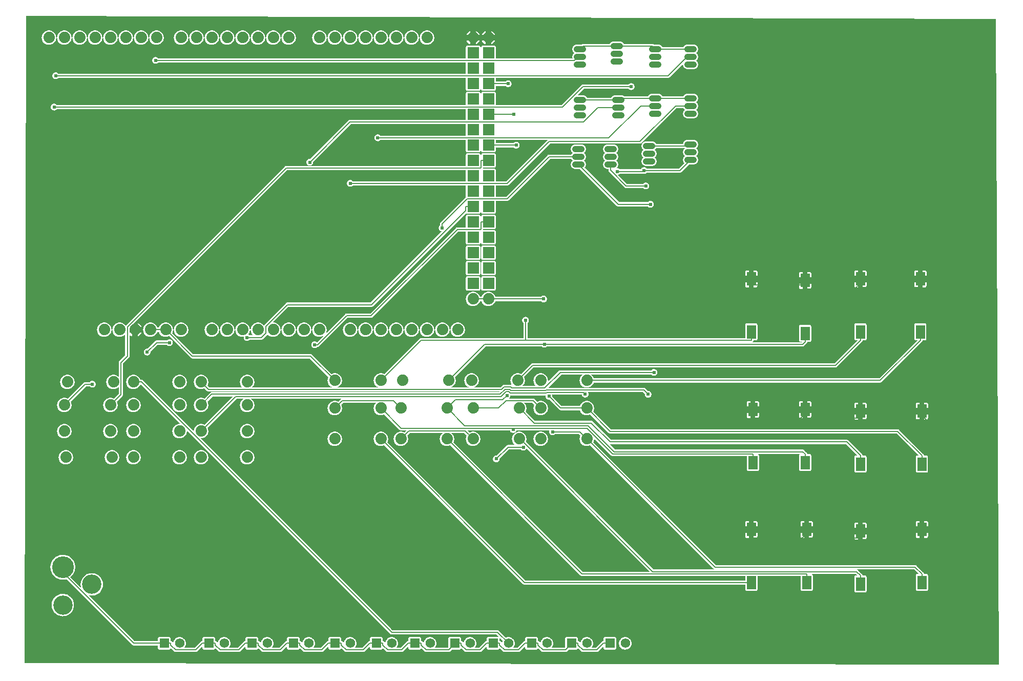
<source format=gtl>
G04 ---------------------------- Layer name :TOP LAYER*
G04 EasyEDA v5.4.11, Sat, 12 May 2018 19:29:08 GMT*
G04 dca06a4066c74d719eec436680ae0180*
G04 Gerber Generator version 0.2*
G04 Scale: 100 percent, Rotated: No, Reflected: No *
G04 Dimensions in inches *
G04 leading zeros omitted , absolute positions ,2 integer and 4 decimal *
%FSLAX24Y24*%
%MOIN*%
G90*
G70D02*

%ADD11C,0.008000*%
%ADD12C,0.024000*%
%ADD13R,0.060000X0.090000*%
%ADD14C,0.074000*%
%ADD15R,0.062000X0.062000*%
%ADD16C,0.062000*%
%ADD17C,0.141700*%
%ADD18C,0.126000*%
%ADD19R,0.074000X0.074000*%
%ADD20C,0.039370*%

%LPD*%
G36*
G01X63900Y400D02*
G01X500Y500D01*
G01X600Y42600D01*
G01X63700Y42400D01*
G01X63900Y400D01*
G37*

%LPC*%
G36*
G01X29268Y41384D02*
G01X29514Y41384D01*
G01X29514Y41631D01*
G01X29506Y41628D01*
G01X29464Y41607D01*
G01X29425Y41581D01*
G01X29389Y41552D01*
G01X29355Y41519D01*
G01X29325Y41483D01*
G01X29298Y41445D01*
G01X29276Y41403D01*
G01X29268Y41384D01*
G37*
G36*
G01X29885Y41384D02*
G01X30131Y41384D01*
G01X30112Y41424D01*
G01X30088Y41464D01*
G01X30060Y41502D01*
G01X30028Y41536D01*
G01X29993Y41567D01*
G01X29955Y41594D01*
G01X29914Y41618D01*
G01X29885Y41631D01*
G01X29885Y41384D01*
G37*
G36*
G01X30268Y41384D02*
G01X30514Y41384D01*
G01X30514Y41631D01*
G01X30506Y41628D01*
G01X30464Y41607D01*
G01X30425Y41581D01*
G01X30389Y41552D01*
G01X30355Y41519D01*
G01X30325Y41483D01*
G01X30298Y41445D01*
G01X30276Y41403D01*
G01X30268Y41384D01*
G37*
G36*
G01X30885Y41384D02*
G01X31131Y41384D01*
G01X31112Y41424D01*
G01X31088Y41464D01*
G01X31060Y41502D01*
G01X31028Y41536D01*
G01X30993Y41567D01*
G01X30955Y41594D01*
G01X30914Y41618D01*
G01X30885Y41631D01*
G01X30885Y41384D01*
G37*
G36*
G01X29885Y40768D02*
G01X29914Y40781D01*
G01X29955Y40805D01*
G01X29993Y40832D01*
G01X30028Y40863D01*
G01X30060Y40897D01*
G01X30088Y40935D01*
G01X30112Y40975D01*
G01X30131Y41015D01*
G01X29885Y41015D01*
G01X29885Y40768D01*
G37*
G36*
G01X30885Y40768D02*
G01X30914Y40781D01*
G01X30955Y40805D01*
G01X30993Y40832D01*
G01X31028Y40863D01*
G01X31060Y40897D01*
G01X31088Y40935D01*
G01X31112Y40975D01*
G01X31131Y41015D01*
G01X30885Y41015D01*
G01X30885Y40768D01*
G37*
G36*
G01X29514Y40768D02*
G01X29514Y41015D01*
G01X29268Y41015D01*
G01X29276Y40996D01*
G01X29298Y40954D01*
G01X29325Y40916D01*
G01X29355Y40880D01*
G01X29389Y40847D01*
G01X29425Y40818D01*
G01X29464Y40792D01*
G01X29506Y40771D01*
G01X29514Y40768D01*
G37*
G36*
G01X30514Y40768D02*
G01X30514Y41015D01*
G01X30268Y41015D01*
G01X30276Y40996D01*
G01X30298Y40954D01*
G01X30325Y40916D01*
G01X30355Y40880D01*
G01X30389Y40847D01*
G01X30425Y40818D01*
G01X30464Y40792D01*
G01X30506Y40771D01*
G01X30514Y40768D01*
G37*
G36*
G01X20688Y40730D02*
G01X20735Y40731D01*
G01X20781Y40737D01*
G01X20827Y40747D01*
G01X20871Y40762D01*
G01X20914Y40781D01*
G01X20955Y40805D01*
G01X20993Y40832D01*
G01X21028Y40863D01*
G01X21060Y40897D01*
G01X21088Y40935D01*
G01X21112Y40975D01*
G01X21133Y41017D01*
G01X21149Y41061D01*
G01X21160Y41106D01*
G01X21167Y41153D01*
G01X21169Y41200D01*
G01X21167Y41246D01*
G01X21160Y41293D01*
G01X21149Y41338D01*
G01X21133Y41382D01*
G01X21112Y41424D01*
G01X21088Y41464D01*
G01X21060Y41502D01*
G01X21028Y41536D01*
G01X20993Y41567D01*
G01X20955Y41594D01*
G01X20914Y41618D01*
G01X20871Y41637D01*
G01X20827Y41652D01*
G01X20781Y41662D01*
G01X20735Y41668D01*
G01X20688Y41669D01*
G01X20641Y41666D01*
G01X20595Y41658D01*
G01X20550Y41645D01*
G01X20506Y41628D01*
G01X20464Y41607D01*
G01X20425Y41581D01*
G01X20389Y41552D01*
G01X20355Y41519D01*
G01X20325Y41483D01*
G01X20298Y41445D01*
G01X20276Y41403D01*
G01X20258Y41360D01*
G01X20244Y41315D01*
G01X20235Y41270D01*
G01X20230Y41223D01*
G01X20230Y41176D01*
G01X20235Y41129D01*
G01X20244Y41084D01*
G01X20258Y41039D01*
G01X20276Y40996D01*
G01X20298Y40954D01*
G01X20325Y40916D01*
G01X20355Y40880D01*
G01X20389Y40847D01*
G01X20425Y40818D01*
G01X20464Y40792D01*
G01X20506Y40771D01*
G01X20550Y40754D01*
G01X20595Y40741D01*
G01X20641Y40733D01*
G01X20688Y40730D01*
G37*
G36*
G01X21688Y40730D02*
G01X21735Y40731D01*
G01X21781Y40737D01*
G01X21827Y40747D01*
G01X21871Y40762D01*
G01X21914Y40781D01*
G01X21955Y40805D01*
G01X21993Y40832D01*
G01X22028Y40863D01*
G01X22060Y40897D01*
G01X22088Y40935D01*
G01X22112Y40975D01*
G01X22133Y41017D01*
G01X22149Y41061D01*
G01X22160Y41106D01*
G01X22167Y41153D01*
G01X22169Y41200D01*
G01X22167Y41246D01*
G01X22160Y41293D01*
G01X22149Y41338D01*
G01X22133Y41382D01*
G01X22112Y41424D01*
G01X22088Y41464D01*
G01X22060Y41502D01*
G01X22028Y41536D01*
G01X21993Y41567D01*
G01X21955Y41594D01*
G01X21914Y41618D01*
G01X21871Y41637D01*
G01X21827Y41652D01*
G01X21781Y41662D01*
G01X21735Y41668D01*
G01X21688Y41669D01*
G01X21641Y41666D01*
G01X21595Y41658D01*
G01X21550Y41645D01*
G01X21506Y41628D01*
G01X21464Y41607D01*
G01X21425Y41581D01*
G01X21389Y41552D01*
G01X21355Y41519D01*
G01X21325Y41483D01*
G01X21298Y41445D01*
G01X21276Y41403D01*
G01X21258Y41360D01*
G01X21244Y41315D01*
G01X21235Y41270D01*
G01X21230Y41223D01*
G01X21230Y41176D01*
G01X21235Y41129D01*
G01X21244Y41084D01*
G01X21258Y41039D01*
G01X21276Y40996D01*
G01X21298Y40954D01*
G01X21325Y40916D01*
G01X21355Y40880D01*
G01X21389Y40847D01*
G01X21425Y40818D01*
G01X21464Y40792D01*
G01X21506Y40771D01*
G01X21550Y40754D01*
G01X21595Y40741D01*
G01X21641Y40733D01*
G01X21688Y40730D01*
G37*
G36*
G01X22688Y40730D02*
G01X22735Y40731D01*
G01X22781Y40737D01*
G01X22827Y40747D01*
G01X22871Y40762D01*
G01X22914Y40781D01*
G01X22955Y40805D01*
G01X22993Y40832D01*
G01X23028Y40863D01*
G01X23060Y40897D01*
G01X23088Y40935D01*
G01X23112Y40975D01*
G01X23133Y41017D01*
G01X23149Y41061D01*
G01X23160Y41106D01*
G01X23167Y41153D01*
G01X23169Y41200D01*
G01X23167Y41246D01*
G01X23160Y41293D01*
G01X23149Y41338D01*
G01X23133Y41382D01*
G01X23112Y41424D01*
G01X23088Y41464D01*
G01X23060Y41502D01*
G01X23028Y41536D01*
G01X22993Y41567D01*
G01X22955Y41594D01*
G01X22914Y41618D01*
G01X22871Y41637D01*
G01X22827Y41652D01*
G01X22781Y41662D01*
G01X22735Y41668D01*
G01X22688Y41669D01*
G01X22641Y41666D01*
G01X22595Y41658D01*
G01X22550Y41645D01*
G01X22506Y41628D01*
G01X22464Y41607D01*
G01X22425Y41581D01*
G01X22389Y41552D01*
G01X22355Y41519D01*
G01X22325Y41483D01*
G01X22298Y41445D01*
G01X22276Y41403D01*
G01X22258Y41360D01*
G01X22244Y41315D01*
G01X22235Y41270D01*
G01X22230Y41223D01*
G01X22230Y41176D01*
G01X22235Y41129D01*
G01X22244Y41084D01*
G01X22258Y41039D01*
G01X22276Y40996D01*
G01X22298Y40954D01*
G01X22325Y40916D01*
G01X22355Y40880D01*
G01X22389Y40847D01*
G01X22425Y40818D01*
G01X22464Y40792D01*
G01X22506Y40771D01*
G01X22550Y40754D01*
G01X22595Y40741D01*
G01X22641Y40733D01*
G01X22688Y40730D01*
G37*
G36*
G01X23688Y40730D02*
G01X23735Y40731D01*
G01X23781Y40737D01*
G01X23827Y40747D01*
G01X23871Y40762D01*
G01X23914Y40781D01*
G01X23955Y40805D01*
G01X23993Y40832D01*
G01X24028Y40863D01*
G01X24060Y40897D01*
G01X24088Y40935D01*
G01X24112Y40975D01*
G01X24133Y41017D01*
G01X24149Y41061D01*
G01X24160Y41106D01*
G01X24167Y41153D01*
G01X24169Y41200D01*
G01X24167Y41246D01*
G01X24160Y41293D01*
G01X24149Y41338D01*
G01X24133Y41382D01*
G01X24112Y41424D01*
G01X24088Y41464D01*
G01X24060Y41502D01*
G01X24028Y41536D01*
G01X23993Y41567D01*
G01X23955Y41594D01*
G01X23914Y41618D01*
G01X23871Y41637D01*
G01X23827Y41652D01*
G01X23781Y41662D01*
G01X23735Y41668D01*
G01X23688Y41669D01*
G01X23641Y41666D01*
G01X23595Y41658D01*
G01X23550Y41645D01*
G01X23506Y41628D01*
G01X23464Y41607D01*
G01X23425Y41581D01*
G01X23389Y41552D01*
G01X23355Y41519D01*
G01X23325Y41483D01*
G01X23298Y41445D01*
G01X23276Y41403D01*
G01X23258Y41360D01*
G01X23244Y41315D01*
G01X23235Y41270D01*
G01X23230Y41223D01*
G01X23230Y41176D01*
G01X23235Y41129D01*
G01X23244Y41084D01*
G01X23258Y41039D01*
G01X23276Y40996D01*
G01X23298Y40954D01*
G01X23325Y40916D01*
G01X23355Y40880D01*
G01X23389Y40847D01*
G01X23425Y40818D01*
G01X23464Y40792D01*
G01X23506Y40771D01*
G01X23550Y40754D01*
G01X23595Y40741D01*
G01X23641Y40733D01*
G01X23688Y40730D01*
G37*
G36*
G01X24688Y40730D02*
G01X24735Y40731D01*
G01X24781Y40737D01*
G01X24827Y40747D01*
G01X24871Y40762D01*
G01X24914Y40781D01*
G01X24955Y40805D01*
G01X24993Y40832D01*
G01X25028Y40863D01*
G01X25060Y40897D01*
G01X25088Y40935D01*
G01X25112Y40975D01*
G01X25133Y41017D01*
G01X25149Y41061D01*
G01X25160Y41106D01*
G01X25167Y41153D01*
G01X25169Y41200D01*
G01X25167Y41246D01*
G01X25160Y41293D01*
G01X25149Y41338D01*
G01X25133Y41382D01*
G01X25112Y41424D01*
G01X25088Y41464D01*
G01X25060Y41502D01*
G01X25028Y41536D01*
G01X24993Y41567D01*
G01X24955Y41594D01*
G01X24914Y41618D01*
G01X24871Y41637D01*
G01X24827Y41652D01*
G01X24781Y41662D01*
G01X24735Y41668D01*
G01X24688Y41669D01*
G01X24641Y41666D01*
G01X24595Y41658D01*
G01X24550Y41645D01*
G01X24506Y41628D01*
G01X24464Y41607D01*
G01X24425Y41581D01*
G01X24389Y41552D01*
G01X24355Y41519D01*
G01X24325Y41483D01*
G01X24298Y41445D01*
G01X24276Y41403D01*
G01X24258Y41360D01*
G01X24244Y41315D01*
G01X24235Y41270D01*
G01X24230Y41223D01*
G01X24230Y41176D01*
G01X24235Y41129D01*
G01X24244Y41084D01*
G01X24258Y41039D01*
G01X24276Y40996D01*
G01X24298Y40954D01*
G01X24325Y40916D01*
G01X24355Y40880D01*
G01X24389Y40847D01*
G01X24425Y40818D01*
G01X24464Y40792D01*
G01X24506Y40771D01*
G01X24550Y40754D01*
G01X24595Y40741D01*
G01X24641Y40733D01*
G01X24688Y40730D01*
G37*
G36*
G01X25688Y40730D02*
G01X25735Y40731D01*
G01X25781Y40737D01*
G01X25827Y40747D01*
G01X25871Y40762D01*
G01X25914Y40781D01*
G01X25955Y40805D01*
G01X25993Y40832D01*
G01X26028Y40863D01*
G01X26060Y40897D01*
G01X26088Y40935D01*
G01X26112Y40975D01*
G01X26133Y41017D01*
G01X26149Y41061D01*
G01X26160Y41106D01*
G01X26167Y41153D01*
G01X26169Y41200D01*
G01X26167Y41246D01*
G01X26160Y41293D01*
G01X26149Y41338D01*
G01X26133Y41382D01*
G01X26112Y41424D01*
G01X26088Y41464D01*
G01X26060Y41502D01*
G01X26028Y41536D01*
G01X25993Y41567D01*
G01X25955Y41594D01*
G01X25914Y41618D01*
G01X25871Y41637D01*
G01X25827Y41652D01*
G01X25781Y41662D01*
G01X25735Y41668D01*
G01X25688Y41669D01*
G01X25641Y41666D01*
G01X25595Y41658D01*
G01X25550Y41645D01*
G01X25506Y41628D01*
G01X25464Y41607D01*
G01X25425Y41581D01*
G01X25389Y41552D01*
G01X25355Y41519D01*
G01X25325Y41483D01*
G01X25298Y41445D01*
G01X25276Y41403D01*
G01X25258Y41360D01*
G01X25244Y41315D01*
G01X25235Y41270D01*
G01X25230Y41223D01*
G01X25230Y41176D01*
G01X25235Y41129D01*
G01X25244Y41084D01*
G01X25258Y41039D01*
G01X25276Y40996D01*
G01X25298Y40954D01*
G01X25325Y40916D01*
G01X25355Y40880D01*
G01X25389Y40847D01*
G01X25425Y40818D01*
G01X25464Y40792D01*
G01X25506Y40771D01*
G01X25550Y40754D01*
G01X25595Y40741D01*
G01X25641Y40733D01*
G01X25688Y40730D01*
G37*
G36*
G01X26688Y40730D02*
G01X26735Y40731D01*
G01X26781Y40737D01*
G01X26827Y40747D01*
G01X26871Y40762D01*
G01X26914Y40781D01*
G01X26955Y40805D01*
G01X26993Y40832D01*
G01X27028Y40863D01*
G01X27060Y40897D01*
G01X27088Y40935D01*
G01X27112Y40975D01*
G01X27133Y41017D01*
G01X27149Y41061D01*
G01X27160Y41106D01*
G01X27167Y41153D01*
G01X27169Y41200D01*
G01X27167Y41246D01*
G01X27160Y41293D01*
G01X27149Y41338D01*
G01X27133Y41382D01*
G01X27112Y41424D01*
G01X27088Y41464D01*
G01X27060Y41502D01*
G01X27028Y41536D01*
G01X26993Y41567D01*
G01X26955Y41594D01*
G01X26914Y41618D01*
G01X26871Y41637D01*
G01X26827Y41652D01*
G01X26781Y41662D01*
G01X26735Y41668D01*
G01X26688Y41669D01*
G01X26641Y41666D01*
G01X26595Y41658D01*
G01X26550Y41645D01*
G01X26506Y41628D01*
G01X26464Y41607D01*
G01X26425Y41581D01*
G01X26389Y41552D01*
G01X26355Y41519D01*
G01X26325Y41483D01*
G01X26298Y41445D01*
G01X26276Y41403D01*
G01X26258Y41360D01*
G01X26244Y41315D01*
G01X26235Y41270D01*
G01X26230Y41223D01*
G01X26230Y41176D01*
G01X26235Y41129D01*
G01X26244Y41084D01*
G01X26258Y41039D01*
G01X26276Y40996D01*
G01X26298Y40954D01*
G01X26325Y40916D01*
G01X26355Y40880D01*
G01X26389Y40847D01*
G01X26425Y40818D01*
G01X26464Y40792D01*
G01X26506Y40771D01*
G01X26550Y40754D01*
G01X26595Y40741D01*
G01X26641Y40733D01*
G01X26688Y40730D01*
G37*
G36*
G01X19688Y40730D02*
G01X19735Y40731D01*
G01X19781Y40737D01*
G01X19827Y40747D01*
G01X19871Y40762D01*
G01X19914Y40781D01*
G01X19955Y40805D01*
G01X19993Y40832D01*
G01X20028Y40863D01*
G01X20060Y40897D01*
G01X20088Y40935D01*
G01X20112Y40975D01*
G01X20133Y41017D01*
G01X20149Y41061D01*
G01X20160Y41106D01*
G01X20167Y41153D01*
G01X20169Y41200D01*
G01X20167Y41246D01*
G01X20160Y41293D01*
G01X20149Y41338D01*
G01X20133Y41382D01*
G01X20112Y41424D01*
G01X20088Y41464D01*
G01X20060Y41502D01*
G01X20028Y41536D01*
G01X19993Y41567D01*
G01X19955Y41594D01*
G01X19914Y41618D01*
G01X19871Y41637D01*
G01X19827Y41652D01*
G01X19781Y41662D01*
G01X19735Y41668D01*
G01X19688Y41669D01*
G01X19641Y41666D01*
G01X19595Y41658D01*
G01X19550Y41645D01*
G01X19506Y41628D01*
G01X19464Y41607D01*
G01X19425Y41581D01*
G01X19389Y41552D01*
G01X19355Y41519D01*
G01X19325Y41483D01*
G01X19298Y41445D01*
G01X19276Y41403D01*
G01X19258Y41360D01*
G01X19244Y41315D01*
G01X19235Y41270D01*
G01X19230Y41223D01*
G01X19230Y41176D01*
G01X19235Y41129D01*
G01X19244Y41084D01*
G01X19258Y41039D01*
G01X19276Y40996D01*
G01X19298Y40954D01*
G01X19325Y40916D01*
G01X19355Y40880D01*
G01X19389Y40847D01*
G01X19425Y40818D01*
G01X19464Y40792D01*
G01X19506Y40771D01*
G01X19550Y40754D01*
G01X19595Y40741D01*
G01X19641Y40733D01*
G01X19688Y40730D01*
G37*
G36*
G01X11688Y40730D02*
G01X11735Y40731D01*
G01X11781Y40737D01*
G01X11827Y40747D01*
G01X11871Y40762D01*
G01X11914Y40781D01*
G01X11955Y40805D01*
G01X11993Y40832D01*
G01X12028Y40863D01*
G01X12060Y40897D01*
G01X12088Y40935D01*
G01X12112Y40975D01*
G01X12133Y41017D01*
G01X12149Y41061D01*
G01X12160Y41106D01*
G01X12167Y41153D01*
G01X12169Y41200D01*
G01X12167Y41246D01*
G01X12160Y41293D01*
G01X12149Y41338D01*
G01X12133Y41382D01*
G01X12112Y41424D01*
G01X12088Y41464D01*
G01X12060Y41502D01*
G01X12028Y41536D01*
G01X11993Y41567D01*
G01X11955Y41594D01*
G01X11914Y41618D01*
G01X11871Y41637D01*
G01X11827Y41652D01*
G01X11781Y41662D01*
G01X11735Y41668D01*
G01X11688Y41669D01*
G01X11641Y41666D01*
G01X11595Y41658D01*
G01X11550Y41645D01*
G01X11506Y41628D01*
G01X11464Y41607D01*
G01X11425Y41581D01*
G01X11389Y41552D01*
G01X11355Y41519D01*
G01X11325Y41483D01*
G01X11298Y41445D01*
G01X11276Y41403D01*
G01X11258Y41360D01*
G01X11244Y41315D01*
G01X11235Y41270D01*
G01X11230Y41223D01*
G01X11230Y41176D01*
G01X11235Y41129D01*
G01X11244Y41084D01*
G01X11258Y41039D01*
G01X11276Y40996D01*
G01X11298Y40954D01*
G01X11325Y40916D01*
G01X11355Y40880D01*
G01X11389Y40847D01*
G01X11425Y40818D01*
G01X11464Y40792D01*
G01X11506Y40771D01*
G01X11550Y40754D01*
G01X11595Y40741D01*
G01X11641Y40733D01*
G01X11688Y40730D01*
G37*
G36*
G01X12688Y40730D02*
G01X12735Y40731D01*
G01X12781Y40737D01*
G01X12827Y40747D01*
G01X12871Y40762D01*
G01X12914Y40781D01*
G01X12955Y40805D01*
G01X12993Y40832D01*
G01X13028Y40863D01*
G01X13060Y40897D01*
G01X13088Y40935D01*
G01X13112Y40975D01*
G01X13133Y41017D01*
G01X13149Y41061D01*
G01X13160Y41106D01*
G01X13167Y41153D01*
G01X13169Y41200D01*
G01X13167Y41246D01*
G01X13160Y41293D01*
G01X13149Y41338D01*
G01X13133Y41382D01*
G01X13112Y41424D01*
G01X13088Y41464D01*
G01X13060Y41502D01*
G01X13028Y41536D01*
G01X12993Y41567D01*
G01X12955Y41594D01*
G01X12914Y41618D01*
G01X12871Y41637D01*
G01X12827Y41652D01*
G01X12781Y41662D01*
G01X12735Y41668D01*
G01X12688Y41669D01*
G01X12641Y41666D01*
G01X12595Y41658D01*
G01X12550Y41645D01*
G01X12506Y41628D01*
G01X12464Y41607D01*
G01X12425Y41581D01*
G01X12389Y41552D01*
G01X12355Y41519D01*
G01X12325Y41483D01*
G01X12298Y41445D01*
G01X12276Y41403D01*
G01X12258Y41360D01*
G01X12244Y41315D01*
G01X12235Y41270D01*
G01X12230Y41223D01*
G01X12230Y41176D01*
G01X12235Y41129D01*
G01X12244Y41084D01*
G01X12258Y41039D01*
G01X12276Y40996D01*
G01X12298Y40954D01*
G01X12325Y40916D01*
G01X12355Y40880D01*
G01X12389Y40847D01*
G01X12425Y40818D01*
G01X12464Y40792D01*
G01X12506Y40771D01*
G01X12550Y40754D01*
G01X12595Y40741D01*
G01X12641Y40733D01*
G01X12688Y40730D01*
G37*
G36*
G01X13688Y40730D02*
G01X13735Y40731D01*
G01X13781Y40737D01*
G01X13827Y40747D01*
G01X13871Y40762D01*
G01X13914Y40781D01*
G01X13955Y40805D01*
G01X13993Y40832D01*
G01X14028Y40863D01*
G01X14060Y40897D01*
G01X14088Y40935D01*
G01X14112Y40975D01*
G01X14133Y41017D01*
G01X14149Y41061D01*
G01X14160Y41106D01*
G01X14167Y41153D01*
G01X14169Y41200D01*
G01X14167Y41246D01*
G01X14160Y41293D01*
G01X14149Y41338D01*
G01X14133Y41382D01*
G01X14112Y41424D01*
G01X14088Y41464D01*
G01X14060Y41502D01*
G01X14028Y41536D01*
G01X13993Y41567D01*
G01X13955Y41594D01*
G01X13914Y41618D01*
G01X13871Y41637D01*
G01X13827Y41652D01*
G01X13781Y41662D01*
G01X13735Y41668D01*
G01X13688Y41669D01*
G01X13641Y41666D01*
G01X13595Y41658D01*
G01X13550Y41645D01*
G01X13506Y41628D01*
G01X13464Y41607D01*
G01X13425Y41581D01*
G01X13389Y41552D01*
G01X13355Y41519D01*
G01X13325Y41483D01*
G01X13298Y41445D01*
G01X13276Y41403D01*
G01X13258Y41360D01*
G01X13244Y41315D01*
G01X13235Y41270D01*
G01X13230Y41223D01*
G01X13230Y41176D01*
G01X13235Y41129D01*
G01X13244Y41084D01*
G01X13258Y41039D01*
G01X13276Y40996D01*
G01X13298Y40954D01*
G01X13325Y40916D01*
G01X13355Y40880D01*
G01X13389Y40847D01*
G01X13425Y40818D01*
G01X13464Y40792D01*
G01X13506Y40771D01*
G01X13550Y40754D01*
G01X13595Y40741D01*
G01X13641Y40733D01*
G01X13688Y40730D01*
G37*
G36*
G01X14688Y40730D02*
G01X14735Y40731D01*
G01X14781Y40737D01*
G01X14827Y40747D01*
G01X14871Y40762D01*
G01X14914Y40781D01*
G01X14955Y40805D01*
G01X14993Y40832D01*
G01X15028Y40863D01*
G01X15060Y40897D01*
G01X15088Y40935D01*
G01X15112Y40975D01*
G01X15133Y41017D01*
G01X15149Y41061D01*
G01X15160Y41106D01*
G01X15167Y41153D01*
G01X15169Y41200D01*
G01X15167Y41246D01*
G01X15160Y41293D01*
G01X15149Y41338D01*
G01X15133Y41382D01*
G01X15112Y41424D01*
G01X15088Y41464D01*
G01X15060Y41502D01*
G01X15028Y41536D01*
G01X14993Y41567D01*
G01X14955Y41594D01*
G01X14914Y41618D01*
G01X14871Y41637D01*
G01X14827Y41652D01*
G01X14781Y41662D01*
G01X14735Y41668D01*
G01X14688Y41669D01*
G01X14641Y41666D01*
G01X14595Y41658D01*
G01X14550Y41645D01*
G01X14506Y41628D01*
G01X14464Y41607D01*
G01X14425Y41581D01*
G01X14389Y41552D01*
G01X14355Y41519D01*
G01X14325Y41483D01*
G01X14298Y41445D01*
G01X14276Y41403D01*
G01X14258Y41360D01*
G01X14244Y41315D01*
G01X14235Y41270D01*
G01X14230Y41223D01*
G01X14230Y41176D01*
G01X14235Y41129D01*
G01X14244Y41084D01*
G01X14258Y41039D01*
G01X14276Y40996D01*
G01X14298Y40954D01*
G01X14325Y40916D01*
G01X14355Y40880D01*
G01X14389Y40847D01*
G01X14425Y40818D01*
G01X14464Y40792D01*
G01X14506Y40771D01*
G01X14550Y40754D01*
G01X14595Y40741D01*
G01X14641Y40733D01*
G01X14688Y40730D01*
G37*
G36*
G01X15688Y40730D02*
G01X15735Y40731D01*
G01X15781Y40737D01*
G01X15827Y40747D01*
G01X15871Y40762D01*
G01X15914Y40781D01*
G01X15955Y40805D01*
G01X15993Y40832D01*
G01X16028Y40863D01*
G01X16060Y40897D01*
G01X16088Y40935D01*
G01X16112Y40975D01*
G01X16133Y41017D01*
G01X16149Y41061D01*
G01X16160Y41106D01*
G01X16167Y41153D01*
G01X16169Y41200D01*
G01X16167Y41246D01*
G01X16160Y41293D01*
G01X16149Y41338D01*
G01X16133Y41382D01*
G01X16112Y41424D01*
G01X16088Y41464D01*
G01X16060Y41502D01*
G01X16028Y41536D01*
G01X15993Y41567D01*
G01X15955Y41594D01*
G01X15914Y41618D01*
G01X15871Y41637D01*
G01X15827Y41652D01*
G01X15781Y41662D01*
G01X15735Y41668D01*
G01X15688Y41669D01*
G01X15641Y41666D01*
G01X15595Y41658D01*
G01X15550Y41645D01*
G01X15506Y41628D01*
G01X15464Y41607D01*
G01X15425Y41581D01*
G01X15389Y41552D01*
G01X15355Y41519D01*
G01X15325Y41483D01*
G01X15298Y41445D01*
G01X15276Y41403D01*
G01X15258Y41360D01*
G01X15244Y41315D01*
G01X15235Y41270D01*
G01X15230Y41223D01*
G01X15230Y41176D01*
G01X15235Y41129D01*
G01X15244Y41084D01*
G01X15258Y41039D01*
G01X15276Y40996D01*
G01X15298Y40954D01*
G01X15325Y40916D01*
G01X15355Y40880D01*
G01X15389Y40847D01*
G01X15425Y40818D01*
G01X15464Y40792D01*
G01X15506Y40771D01*
G01X15550Y40754D01*
G01X15595Y40741D01*
G01X15641Y40733D01*
G01X15688Y40730D01*
G37*
G36*
G01X39589Y1390D02*
G01X39630Y1391D01*
G01X39671Y1396D01*
G01X39711Y1405D01*
G01X39749Y1418D01*
G01X39787Y1435D01*
G01X39822Y1455D01*
G01X39855Y1479D01*
G01X39886Y1506D01*
G01X39914Y1536D01*
G01X39938Y1569D01*
G01X39960Y1603D01*
G01X39977Y1640D01*
G01X39991Y1679D01*
G01X40001Y1718D01*
G01X40007Y1759D01*
G01X40010Y1800D01*
G01X40007Y1840D01*
G01X40001Y1881D01*
G01X39991Y1920D01*
G01X39977Y1959D01*
G01X39960Y1996D01*
G01X39938Y2030D01*
G01X39914Y2063D01*
G01X39886Y2093D01*
G01X39855Y2120D01*
G01X39822Y2144D01*
G01X39787Y2164D01*
G01X39749Y2181D01*
G01X39711Y2194D01*
G01X39671Y2203D01*
G01X39630Y2208D01*
G01X39589Y2209D01*
G01X39549Y2206D01*
G01X39508Y2199D01*
G01X39469Y2188D01*
G01X39431Y2173D01*
G01X39394Y2155D01*
G01X39360Y2132D01*
G01X39328Y2107D01*
G01X39299Y2078D01*
G01X39273Y2047D01*
G01X39250Y2013D01*
G01X39230Y1977D01*
G01X39214Y1940D01*
G01X39202Y1901D01*
G01X39194Y1861D01*
G01X39190Y1820D01*
G01X39190Y1779D01*
G01X39194Y1738D01*
G01X39202Y1698D01*
G01X39214Y1659D01*
G01X39230Y1622D01*
G01X39250Y1586D01*
G01X39273Y1552D01*
G01X39299Y1521D01*
G01X39328Y1492D01*
G01X39360Y1467D01*
G01X39394Y1444D01*
G01X39431Y1426D01*
G01X39469Y1411D01*
G01X39508Y1400D01*
G01X39549Y1393D01*
G01X39589Y1390D01*
G37*
G36*
G01X16688Y40730D02*
G01X16735Y40731D01*
G01X16781Y40737D01*
G01X16827Y40747D01*
G01X16871Y40762D01*
G01X16914Y40781D01*
G01X16955Y40805D01*
G01X16993Y40832D01*
G01X17028Y40863D01*
G01X17060Y40897D01*
G01X17088Y40935D01*
G01X17112Y40975D01*
G01X17133Y41017D01*
G01X17149Y41061D01*
G01X17160Y41106D01*
G01X17167Y41153D01*
G01X17169Y41200D01*
G01X17167Y41246D01*
G01X17160Y41293D01*
G01X17149Y41338D01*
G01X17133Y41382D01*
G01X17112Y41424D01*
G01X17088Y41464D01*
G01X17060Y41502D01*
G01X17028Y41536D01*
G01X16993Y41567D01*
G01X16955Y41594D01*
G01X16914Y41618D01*
G01X16871Y41637D01*
G01X16827Y41652D01*
G01X16781Y41662D01*
G01X16735Y41668D01*
G01X16688Y41669D01*
G01X16641Y41666D01*
G01X16595Y41658D01*
G01X16550Y41645D01*
G01X16506Y41628D01*
G01X16464Y41607D01*
G01X16425Y41581D01*
G01X16389Y41552D01*
G01X16355Y41519D01*
G01X16325Y41483D01*
G01X16298Y41445D01*
G01X16276Y41403D01*
G01X16258Y41360D01*
G01X16244Y41315D01*
G01X16235Y41270D01*
G01X16230Y41223D01*
G01X16230Y41176D01*
G01X16235Y41129D01*
G01X16244Y41084D01*
G01X16258Y41039D01*
G01X16276Y40996D01*
G01X16298Y40954D01*
G01X16325Y40916D01*
G01X16355Y40880D01*
G01X16389Y40847D01*
G01X16425Y40818D01*
G01X16464Y40792D01*
G01X16506Y40771D01*
G01X16550Y40754D01*
G01X16595Y40741D01*
G01X16641Y40733D01*
G01X16688Y40730D01*
G37*
G36*
G01X17688Y40730D02*
G01X17735Y40731D01*
G01X17781Y40737D01*
G01X17827Y40747D01*
G01X17871Y40762D01*
G01X17914Y40781D01*
G01X17955Y40805D01*
G01X17993Y40832D01*
G01X18028Y40863D01*
G01X18060Y40897D01*
G01X18088Y40935D01*
G01X18112Y40975D01*
G01X18133Y41017D01*
G01X18149Y41061D01*
G01X18160Y41106D01*
G01X18167Y41153D01*
G01X18169Y41200D01*
G01X18167Y41246D01*
G01X18160Y41293D01*
G01X18149Y41338D01*
G01X18133Y41382D01*
G01X18112Y41424D01*
G01X18088Y41464D01*
G01X18060Y41502D01*
G01X18028Y41536D01*
G01X17993Y41567D01*
G01X17955Y41594D01*
G01X17914Y41618D01*
G01X17871Y41637D01*
G01X17827Y41652D01*
G01X17781Y41662D01*
G01X17735Y41668D01*
G01X17688Y41669D01*
G01X17641Y41666D01*
G01X17595Y41658D01*
G01X17550Y41645D01*
G01X17506Y41628D01*
G01X17464Y41607D01*
G01X17425Y41581D01*
G01X17389Y41552D01*
G01X17355Y41519D01*
G01X17325Y41483D01*
G01X17298Y41445D01*
G01X17276Y41403D01*
G01X17258Y41360D01*
G01X17244Y41315D01*
G01X17235Y41270D01*
G01X17230Y41223D01*
G01X17230Y41176D01*
G01X17235Y41129D01*
G01X17244Y41084D01*
G01X17258Y41039D01*
G01X17276Y40996D01*
G01X17298Y40954D01*
G01X17325Y40916D01*
G01X17355Y40880D01*
G01X17389Y40847D01*
G01X17425Y40818D01*
G01X17464Y40792D01*
G01X17506Y40771D01*
G01X17550Y40754D01*
G01X17595Y40741D01*
G01X17641Y40733D01*
G01X17688Y40730D01*
G37*
G36*
G01X10688Y40730D02*
G01X10735Y40731D01*
G01X10781Y40737D01*
G01X10827Y40747D01*
G01X10871Y40762D01*
G01X10914Y40781D01*
G01X10955Y40805D01*
G01X10993Y40832D01*
G01X11028Y40863D01*
G01X11060Y40897D01*
G01X11088Y40935D01*
G01X11112Y40975D01*
G01X11133Y41017D01*
G01X11149Y41061D01*
G01X11160Y41106D01*
G01X11167Y41153D01*
G01X11169Y41200D01*
G01X11167Y41246D01*
G01X11160Y41293D01*
G01X11149Y41338D01*
G01X11133Y41382D01*
G01X11112Y41424D01*
G01X11088Y41464D01*
G01X11060Y41502D01*
G01X11028Y41536D01*
G01X10993Y41567D01*
G01X10955Y41594D01*
G01X10914Y41618D01*
G01X10871Y41637D01*
G01X10827Y41652D01*
G01X10781Y41662D01*
G01X10735Y41668D01*
G01X10688Y41669D01*
G01X10641Y41666D01*
G01X10595Y41658D01*
G01X10550Y41645D01*
G01X10506Y41628D01*
G01X10464Y41607D01*
G01X10425Y41581D01*
G01X10389Y41552D01*
G01X10355Y41519D01*
G01X10325Y41483D01*
G01X10298Y41445D01*
G01X10276Y41403D01*
G01X10258Y41360D01*
G01X10244Y41315D01*
G01X10235Y41270D01*
G01X10230Y41223D01*
G01X10230Y41176D01*
G01X10235Y41129D01*
G01X10244Y41084D01*
G01X10258Y41039D01*
G01X10276Y40996D01*
G01X10298Y40954D01*
G01X10325Y40916D01*
G01X10355Y40880D01*
G01X10389Y40847D01*
G01X10425Y40818D01*
G01X10464Y40792D01*
G01X10506Y40771D01*
G01X10550Y40754D01*
G01X10595Y40741D01*
G01X10641Y40733D01*
G01X10688Y40730D01*
G37*
G36*
G01X3088Y40730D02*
G01X3135Y40731D01*
G01X3181Y40737D01*
G01X3227Y40747D01*
G01X3271Y40762D01*
G01X3314Y40781D01*
G01X3355Y40805D01*
G01X3393Y40832D01*
G01X3428Y40863D01*
G01X3460Y40897D01*
G01X3488Y40935D01*
G01X3512Y40975D01*
G01X3533Y41017D01*
G01X3549Y41061D01*
G01X3560Y41106D01*
G01X3567Y41153D01*
G01X3569Y41200D01*
G01X3567Y41246D01*
G01X3560Y41293D01*
G01X3549Y41338D01*
G01X3533Y41382D01*
G01X3512Y41424D01*
G01X3488Y41464D01*
G01X3460Y41502D01*
G01X3428Y41536D01*
G01X3393Y41567D01*
G01X3355Y41594D01*
G01X3314Y41618D01*
G01X3271Y41637D01*
G01X3227Y41652D01*
G01X3181Y41662D01*
G01X3135Y41668D01*
G01X3088Y41669D01*
G01X3041Y41666D01*
G01X2995Y41658D01*
G01X2950Y41645D01*
G01X2906Y41628D01*
G01X2865Y41607D01*
G01X2825Y41581D01*
G01X2789Y41552D01*
G01X2755Y41519D01*
G01X2725Y41483D01*
G01X2698Y41445D01*
G01X2676Y41403D01*
G01X2658Y41360D01*
G01X2644Y41315D01*
G01X2635Y41270D01*
G01X2630Y41223D01*
G01X2630Y41176D01*
G01X2635Y41129D01*
G01X2644Y41084D01*
G01X2658Y41039D01*
G01X2676Y40996D01*
G01X2698Y40954D01*
G01X2725Y40916D01*
G01X2755Y40880D01*
G01X2789Y40847D01*
G01X2825Y40818D01*
G01X2865Y40792D01*
G01X2906Y40771D01*
G01X2950Y40754D01*
G01X2995Y40741D01*
G01X3041Y40733D01*
G01X3088Y40730D01*
G37*
G36*
G01X4088Y40730D02*
G01X4135Y40731D01*
G01X4181Y40737D01*
G01X4227Y40747D01*
G01X4271Y40762D01*
G01X4314Y40781D01*
G01X4355Y40805D01*
G01X4393Y40832D01*
G01X4428Y40863D01*
G01X4460Y40897D01*
G01X4488Y40935D01*
G01X4512Y40975D01*
G01X4533Y41017D01*
G01X4549Y41061D01*
G01X4560Y41106D01*
G01X4567Y41153D01*
G01X4569Y41200D01*
G01X4567Y41246D01*
G01X4560Y41293D01*
G01X4549Y41338D01*
G01X4533Y41382D01*
G01X4512Y41424D01*
G01X4488Y41464D01*
G01X4460Y41502D01*
G01X4428Y41536D01*
G01X4393Y41567D01*
G01X4355Y41594D01*
G01X4314Y41618D01*
G01X4271Y41637D01*
G01X4227Y41652D01*
G01X4181Y41662D01*
G01X4135Y41668D01*
G01X4088Y41669D01*
G01X4041Y41666D01*
G01X3995Y41658D01*
G01X3950Y41645D01*
G01X3906Y41628D01*
G01X3865Y41607D01*
G01X3825Y41581D01*
G01X3789Y41552D01*
G01X3755Y41519D01*
G01X3725Y41483D01*
G01X3698Y41445D01*
G01X3676Y41403D01*
G01X3658Y41360D01*
G01X3644Y41315D01*
G01X3635Y41270D01*
G01X3630Y41223D01*
G01X3630Y41176D01*
G01X3635Y41129D01*
G01X3644Y41084D01*
G01X3658Y41039D01*
G01X3676Y40996D01*
G01X3698Y40954D01*
G01X3725Y40916D01*
G01X3755Y40880D01*
G01X3789Y40847D01*
G01X3825Y40818D01*
G01X3865Y40792D01*
G01X3906Y40771D01*
G01X3950Y40754D01*
G01X3995Y40741D01*
G01X4041Y40733D01*
G01X4088Y40730D01*
G37*
G36*
G01X5088Y40730D02*
G01X5135Y40731D01*
G01X5181Y40737D01*
G01X5227Y40747D01*
G01X5271Y40762D01*
G01X5314Y40781D01*
G01X5355Y40805D01*
G01X5393Y40832D01*
G01X5428Y40863D01*
G01X5460Y40897D01*
G01X5488Y40935D01*
G01X5512Y40975D01*
G01X5533Y41017D01*
G01X5549Y41061D01*
G01X5560Y41106D01*
G01X5567Y41153D01*
G01X5569Y41200D01*
G01X5567Y41246D01*
G01X5560Y41293D01*
G01X5549Y41338D01*
G01X5533Y41382D01*
G01X5512Y41424D01*
G01X5488Y41464D01*
G01X5460Y41502D01*
G01X5428Y41536D01*
G01X5393Y41567D01*
G01X5355Y41594D01*
G01X5314Y41618D01*
G01X5271Y41637D01*
G01X5227Y41652D01*
G01X5181Y41662D01*
G01X5135Y41668D01*
G01X5088Y41669D01*
G01X5041Y41666D01*
G01X4995Y41658D01*
G01X4950Y41645D01*
G01X4906Y41628D01*
G01X4864Y41607D01*
G01X4825Y41581D01*
G01X4789Y41552D01*
G01X4755Y41519D01*
G01X4725Y41483D01*
G01X4698Y41445D01*
G01X4676Y41403D01*
G01X4658Y41360D01*
G01X4644Y41315D01*
G01X4635Y41270D01*
G01X4630Y41223D01*
G01X4630Y41176D01*
G01X4635Y41129D01*
G01X4644Y41084D01*
G01X4658Y41039D01*
G01X4676Y40996D01*
G01X4698Y40954D01*
G01X4725Y40916D01*
G01X4755Y40880D01*
G01X4789Y40847D01*
G01X4825Y40818D01*
G01X4864Y40792D01*
G01X4906Y40771D01*
G01X4950Y40754D01*
G01X4995Y40741D01*
G01X5041Y40733D01*
G01X5088Y40730D01*
G37*
G36*
G01X6088Y40730D02*
G01X6135Y40731D01*
G01X6181Y40737D01*
G01X6227Y40747D01*
G01X6271Y40762D01*
G01X6314Y40781D01*
G01X6355Y40805D01*
G01X6393Y40832D01*
G01X6428Y40863D01*
G01X6460Y40897D01*
G01X6488Y40935D01*
G01X6512Y40975D01*
G01X6533Y41017D01*
G01X6549Y41061D01*
G01X6560Y41106D01*
G01X6567Y41153D01*
G01X6569Y41200D01*
G01X6567Y41246D01*
G01X6560Y41293D01*
G01X6549Y41338D01*
G01X6533Y41382D01*
G01X6512Y41424D01*
G01X6488Y41464D01*
G01X6460Y41502D01*
G01X6428Y41536D01*
G01X6393Y41567D01*
G01X6355Y41594D01*
G01X6314Y41618D01*
G01X6271Y41637D01*
G01X6227Y41652D01*
G01X6181Y41662D01*
G01X6135Y41668D01*
G01X6088Y41669D01*
G01X6041Y41666D01*
G01X5995Y41658D01*
G01X5950Y41645D01*
G01X5906Y41628D01*
G01X5864Y41607D01*
G01X5825Y41581D01*
G01X5789Y41552D01*
G01X5755Y41519D01*
G01X5725Y41483D01*
G01X5698Y41445D01*
G01X5676Y41403D01*
G01X5658Y41360D01*
G01X5644Y41315D01*
G01X5635Y41270D01*
G01X5630Y41223D01*
G01X5630Y41176D01*
G01X5635Y41129D01*
G01X5644Y41084D01*
G01X5658Y41039D01*
G01X5676Y40996D01*
G01X5698Y40954D01*
G01X5725Y40916D01*
G01X5755Y40880D01*
G01X5789Y40847D01*
G01X5825Y40818D01*
G01X5864Y40792D01*
G01X5906Y40771D01*
G01X5950Y40754D01*
G01X5995Y40741D01*
G01X6041Y40733D01*
G01X6088Y40730D01*
G37*
G36*
G01X7088Y40730D02*
G01X7135Y40731D01*
G01X7181Y40737D01*
G01X7227Y40747D01*
G01X7271Y40762D01*
G01X7314Y40781D01*
G01X7355Y40805D01*
G01X7393Y40832D01*
G01X7428Y40863D01*
G01X7460Y40897D01*
G01X7488Y40935D01*
G01X7512Y40975D01*
G01X7533Y41017D01*
G01X7549Y41061D01*
G01X7560Y41106D01*
G01X7567Y41153D01*
G01X7569Y41200D01*
G01X7567Y41246D01*
G01X7560Y41293D01*
G01X7549Y41338D01*
G01X7533Y41382D01*
G01X7512Y41424D01*
G01X7488Y41464D01*
G01X7460Y41502D01*
G01X7428Y41536D01*
G01X7393Y41567D01*
G01X7355Y41594D01*
G01X7314Y41618D01*
G01X7271Y41637D01*
G01X7227Y41652D01*
G01X7181Y41662D01*
G01X7135Y41668D01*
G01X7088Y41669D01*
G01X7041Y41666D01*
G01X6995Y41658D01*
G01X6950Y41645D01*
G01X6906Y41628D01*
G01X6864Y41607D01*
G01X6825Y41581D01*
G01X6789Y41552D01*
G01X6755Y41519D01*
G01X6725Y41483D01*
G01X6698Y41445D01*
G01X6676Y41403D01*
G01X6658Y41360D01*
G01X6644Y41315D01*
G01X6635Y41270D01*
G01X6630Y41223D01*
G01X6630Y41176D01*
G01X6635Y41129D01*
G01X6644Y41084D01*
G01X6658Y41039D01*
G01X6676Y40996D01*
G01X6698Y40954D01*
G01X6725Y40916D01*
G01X6755Y40880D01*
G01X6789Y40847D01*
G01X6825Y40818D01*
G01X6864Y40792D01*
G01X6906Y40771D01*
G01X6950Y40754D01*
G01X6995Y40741D01*
G01X7041Y40733D01*
G01X7088Y40730D01*
G37*
G36*
G01X8088Y40730D02*
G01X8135Y40731D01*
G01X8181Y40737D01*
G01X8227Y40747D01*
G01X8271Y40762D01*
G01X8314Y40781D01*
G01X8355Y40805D01*
G01X8393Y40832D01*
G01X8428Y40863D01*
G01X8460Y40897D01*
G01X8488Y40935D01*
G01X8512Y40975D01*
G01X8533Y41017D01*
G01X8549Y41061D01*
G01X8560Y41106D01*
G01X8567Y41153D01*
G01X8569Y41200D01*
G01X8567Y41246D01*
G01X8560Y41293D01*
G01X8549Y41338D01*
G01X8533Y41382D01*
G01X8512Y41424D01*
G01X8488Y41464D01*
G01X8460Y41502D01*
G01X8428Y41536D01*
G01X8393Y41567D01*
G01X8355Y41594D01*
G01X8314Y41618D01*
G01X8271Y41637D01*
G01X8227Y41652D01*
G01X8181Y41662D01*
G01X8135Y41668D01*
G01X8088Y41669D01*
G01X8041Y41666D01*
G01X7995Y41658D01*
G01X7950Y41645D01*
G01X7906Y41628D01*
G01X7864Y41607D01*
G01X7825Y41581D01*
G01X7789Y41552D01*
G01X7755Y41519D01*
G01X7725Y41483D01*
G01X7698Y41445D01*
G01X7676Y41403D01*
G01X7658Y41360D01*
G01X7644Y41315D01*
G01X7635Y41270D01*
G01X7630Y41223D01*
G01X7630Y41176D01*
G01X7635Y41129D01*
G01X7644Y41084D01*
G01X7658Y41039D01*
G01X7676Y40996D01*
G01X7698Y40954D01*
G01X7725Y40916D01*
G01X7755Y40880D01*
G01X7789Y40847D01*
G01X7825Y40818D01*
G01X7864Y40792D01*
G01X7906Y40771D01*
G01X7950Y40754D01*
G01X7995Y40741D01*
G01X8041Y40733D01*
G01X8088Y40730D01*
G37*
G36*
G01X9088Y40730D02*
G01X9135Y40731D01*
G01X9181Y40737D01*
G01X9227Y40747D01*
G01X9271Y40762D01*
G01X9314Y40781D01*
G01X9355Y40805D01*
G01X9393Y40832D01*
G01X9428Y40863D01*
G01X9460Y40897D01*
G01X9488Y40935D01*
G01X9512Y40975D01*
G01X9533Y41017D01*
G01X9549Y41061D01*
G01X9560Y41106D01*
G01X9567Y41153D01*
G01X9569Y41200D01*
G01X9567Y41246D01*
G01X9560Y41293D01*
G01X9549Y41338D01*
G01X9533Y41382D01*
G01X9512Y41424D01*
G01X9488Y41464D01*
G01X9460Y41502D01*
G01X9428Y41536D01*
G01X9393Y41567D01*
G01X9355Y41594D01*
G01X9314Y41618D01*
G01X9271Y41637D01*
G01X9227Y41652D01*
G01X9181Y41662D01*
G01X9135Y41668D01*
G01X9088Y41669D01*
G01X9041Y41666D01*
G01X8995Y41658D01*
G01X8950Y41645D01*
G01X8906Y41628D01*
G01X8864Y41607D01*
G01X8825Y41581D01*
G01X8789Y41552D01*
G01X8755Y41519D01*
G01X8725Y41483D01*
G01X8698Y41445D01*
G01X8676Y41403D01*
G01X8658Y41360D01*
G01X8644Y41315D01*
G01X8635Y41270D01*
G01X8630Y41223D01*
G01X8630Y41176D01*
G01X8635Y41129D01*
G01X8644Y41084D01*
G01X8658Y41039D01*
G01X8676Y40996D01*
G01X8698Y40954D01*
G01X8725Y40916D01*
G01X8755Y40880D01*
G01X8789Y40847D01*
G01X8825Y40818D01*
G01X8864Y40792D01*
G01X8906Y40771D01*
G01X8950Y40754D01*
G01X8995Y40741D01*
G01X9041Y40733D01*
G01X9088Y40730D01*
G37*
G36*
G01X2088Y40730D02*
G01X2135Y40731D01*
G01X2181Y40737D01*
G01X2227Y40747D01*
G01X2271Y40762D01*
G01X2314Y40781D01*
G01X2355Y40805D01*
G01X2393Y40832D01*
G01X2428Y40863D01*
G01X2460Y40897D01*
G01X2488Y40935D01*
G01X2512Y40975D01*
G01X2533Y41017D01*
G01X2549Y41061D01*
G01X2560Y41106D01*
G01X2567Y41153D01*
G01X2569Y41200D01*
G01X2567Y41246D01*
G01X2560Y41293D01*
G01X2549Y41338D01*
G01X2533Y41382D01*
G01X2512Y41424D01*
G01X2488Y41464D01*
G01X2460Y41502D01*
G01X2428Y41536D01*
G01X2393Y41567D01*
G01X2355Y41594D01*
G01X2314Y41618D01*
G01X2271Y41637D01*
G01X2227Y41652D01*
G01X2181Y41662D01*
G01X2135Y41668D01*
G01X2088Y41669D01*
G01X2041Y41666D01*
G01X1995Y41658D01*
G01X1950Y41645D01*
G01X1906Y41628D01*
G01X1865Y41607D01*
G01X1825Y41581D01*
G01X1789Y41552D01*
G01X1755Y41519D01*
G01X1725Y41483D01*
G01X1698Y41445D01*
G01X1676Y41403D01*
G01X1658Y41360D01*
G01X1644Y41315D01*
G01X1635Y41270D01*
G01X1630Y41223D01*
G01X1630Y41176D01*
G01X1635Y41129D01*
G01X1644Y41084D01*
G01X1658Y41039D01*
G01X1676Y40996D01*
G01X1698Y40954D01*
G01X1725Y40916D01*
G01X1755Y40880D01*
G01X1789Y40847D01*
G01X1825Y40818D01*
G01X1865Y40792D01*
G01X1906Y40771D01*
G01X1950Y40754D01*
G01X1995Y40741D01*
G01X2041Y40733D01*
G01X2088Y40730D01*
G37*
G36*
G01X29330Y37730D02*
G01X30069Y37730D01*
G01X30074Y37730D01*
G01X30078Y37730D01*
G01X30082Y37730D01*
G01X30086Y37731D01*
G01X30090Y37732D01*
G01X30094Y37733D01*
G01X30098Y37734D01*
G01X30102Y37735D01*
G01X30106Y37736D01*
G01X30110Y37738D01*
G01X30113Y37740D01*
G01X30117Y37742D01*
G01X30121Y37744D01*
G01X30124Y37746D01*
G01X30128Y37748D01*
G01X30131Y37751D01*
G01X30134Y37753D01*
G01X30137Y37756D01*
G01X30140Y37759D01*
G01X30143Y37762D01*
G01X30146Y37765D01*
G01X30148Y37768D01*
G01X30151Y37771D01*
G01X30153Y37775D01*
G01X30155Y37778D01*
G01X30157Y37782D01*
G01X30159Y37786D01*
G01X30161Y37789D01*
G01X30163Y37793D01*
G01X30164Y37797D01*
G01X30165Y37801D01*
G01X30166Y37805D01*
G01X30167Y37809D01*
G01X30168Y37813D01*
G01X30169Y37817D01*
G01X30169Y37821D01*
G01X30169Y37825D01*
G01X30169Y37830D01*
G01X30169Y38569D01*
G01X30169Y38574D01*
G01X30169Y38578D01*
G01X30169Y38579D01*
G01X30230Y38579D01*
G01X30230Y38578D01*
G01X30230Y38574D01*
G01X30230Y38569D01*
G01X30230Y37830D01*
G01X30230Y37825D01*
G01X30230Y37821D01*
G01X30230Y37817D01*
G01X30231Y37813D01*
G01X30232Y37809D01*
G01X30233Y37805D01*
G01X30234Y37801D01*
G01X30235Y37797D01*
G01X30236Y37793D01*
G01X30238Y37789D01*
G01X30240Y37786D01*
G01X30242Y37782D01*
G01X30244Y37778D01*
G01X30246Y37775D01*
G01X30248Y37771D01*
G01X30251Y37768D01*
G01X30253Y37765D01*
G01X30256Y37762D01*
G01X30259Y37759D01*
G01X30262Y37756D01*
G01X30265Y37753D01*
G01X30268Y37751D01*
G01X30271Y37748D01*
G01X30275Y37746D01*
G01X30278Y37744D01*
G01X30282Y37742D01*
G01X30286Y37740D01*
G01X30289Y37738D01*
G01X30293Y37736D01*
G01X30297Y37735D01*
G01X30301Y37734D01*
G01X30305Y37733D01*
G01X30309Y37732D01*
G01X30313Y37731D01*
G01X30317Y37730D01*
G01X30321Y37730D01*
G01X30325Y37730D01*
G01X30330Y37730D01*
G01X31069Y37730D01*
G01X31074Y37730D01*
G01X31078Y37730D01*
G01X31082Y37730D01*
G01X31086Y37731D01*
G01X31090Y37732D01*
G01X31094Y37733D01*
G01X31098Y37734D01*
G01X31102Y37735D01*
G01X31106Y37736D01*
G01X31110Y37738D01*
G01X31113Y37740D01*
G01X31117Y37742D01*
G01X31121Y37744D01*
G01X31124Y37746D01*
G01X31128Y37748D01*
G01X31131Y37751D01*
G01X31134Y37753D01*
G01X31137Y37756D01*
G01X31140Y37759D01*
G01X31143Y37762D01*
G01X31146Y37765D01*
G01X31148Y37768D01*
G01X31151Y37771D01*
G01X31153Y37775D01*
G01X31155Y37778D01*
G01X31157Y37782D01*
G01X31159Y37786D01*
G01X31161Y37789D01*
G01X31163Y37793D01*
G01X31164Y37797D01*
G01X31165Y37801D01*
G01X31166Y37805D01*
G01X31167Y37809D01*
G01X31168Y37813D01*
G01X31169Y37817D01*
G01X31169Y37821D01*
G01X31169Y37825D01*
G01X31169Y37830D01*
G01X31169Y38059D01*
G01X31811Y38059D01*
G01X31819Y38050D01*
G01X31835Y38035D01*
G01X31852Y38021D01*
G01X31871Y38009D01*
G01X31890Y37999D01*
G01X31910Y37991D01*
G01X31932Y37985D01*
G01X31953Y37981D01*
G01X31975Y37980D01*
G01X31997Y37980D01*
G01X32019Y37983D01*
G01X32040Y37988D01*
G01X32061Y37995D01*
G01X32081Y38004D01*
G01X32100Y38015D01*
G01X32118Y38028D01*
G01X32134Y38042D01*
G01X32149Y38058D01*
G01X32162Y38076D01*
G01X32174Y38094D01*
G01X32183Y38114D01*
G01X32191Y38135D01*
G01X32196Y38156D01*
G01X32199Y38178D01*
G01X32201Y38200D01*
G01X32199Y38221D01*
G01X32196Y38243D01*
G01X32191Y38264D01*
G01X32183Y38285D01*
G01X32174Y38305D01*
G01X32162Y38323D01*
G01X32149Y38341D01*
G01X32134Y38357D01*
G01X32118Y38371D01*
G01X32100Y38384D01*
G01X32081Y38395D01*
G01X32061Y38404D01*
G01X32040Y38411D01*
G01X32019Y38416D01*
G01X31997Y38419D01*
G01X31975Y38419D01*
G01X31953Y38418D01*
G01X31932Y38414D01*
G01X31910Y38408D01*
G01X31890Y38400D01*
G01X31871Y38390D01*
G01X31852Y38378D01*
G01X31835Y38364D01*
G01X31819Y38349D01*
G01X31811Y38340D01*
G01X31169Y38340D01*
G01X31169Y38569D01*
G01X31169Y38574D01*
G01X31169Y38578D01*
G01X31169Y38579D01*
G01X42386Y38579D01*
G01X42392Y38579D01*
G01X42396Y38579D01*
G01X42401Y38579D01*
G01X42406Y38580D01*
G01X42411Y38581D01*
G01X42416Y38582D01*
G01X42421Y38583D01*
G01X42426Y38584D01*
G01X42431Y38586D01*
G01X42435Y38587D01*
G01X42440Y38589D01*
G01X42445Y38591D01*
G01X42449Y38593D01*
G01X42454Y38596D01*
G01X42458Y38598D01*
G01X42462Y38601D01*
G01X42466Y38604D01*
G01X42470Y38606D01*
G01X42474Y38609D01*
G01X42478Y38613D01*
G01X42482Y38616D01*
G01X42485Y38620D01*
G01X43359Y39493D01*
G01X43358Y39489D01*
G01X43358Y39484D01*
G01X43357Y39474D01*
G01X43356Y39469D01*
G01X43356Y39459D01*
G01X43356Y39454D01*
G01X43356Y39445D01*
G01X43356Y39440D01*
G01X43356Y39430D01*
G01X43357Y39425D01*
G01X43358Y39415D01*
G01X43358Y39410D01*
G01X43360Y39400D01*
G01X43361Y39395D01*
G01X43363Y39386D01*
G01X43364Y39381D01*
G01X43366Y39372D01*
G01X43368Y39367D01*
G01X43370Y39357D01*
G01X43372Y39353D01*
G01X43375Y39343D01*
G01X43377Y39339D01*
G01X43381Y39330D01*
G01X43383Y39325D01*
G01X43387Y39316D01*
G01X43390Y39312D01*
G01X43394Y39303D01*
G01X43397Y39299D01*
G01X43402Y39291D01*
G01X43405Y39286D01*
G01X43410Y39278D01*
G01X43413Y39274D01*
G01X43419Y39266D01*
G01X43422Y39262D01*
G01X43428Y39255D01*
G01X43432Y39251D01*
G01X43438Y39244D01*
G01X43442Y39240D01*
G01X43449Y39234D01*
G01X43453Y39230D01*
G01X43460Y39224D01*
G01X43464Y39221D01*
G01X43471Y39214D01*
G01X43475Y39211D01*
G01X43483Y39206D01*
G01X43488Y39203D01*
G01X43496Y39197D01*
G01X43500Y39195D01*
G01X43508Y39190D01*
G01X43513Y39188D01*
G01X43522Y39183D01*
G01X43526Y39181D01*
G01X43535Y39177D01*
G01X43540Y39175D01*
G01X43549Y39171D01*
G01X43554Y39170D01*
G01X43563Y39167D01*
G01X43568Y39165D01*
G01X43577Y39162D01*
G01X43582Y39161D01*
G01X43591Y39159D01*
G01X43596Y39158D01*
G01X43606Y39156D01*
G01X43611Y39156D01*
G01X43621Y39154D01*
G01X43626Y39154D01*
G01X43635Y39153D01*
G01X43640Y39153D01*
G01X43650Y39153D01*
G01X43653Y39153D01*
G01X44046Y39153D01*
G01X44049Y39153D01*
G01X44059Y39153D01*
G01X44064Y39153D01*
G01X44073Y39154D01*
G01X44078Y39154D01*
G01X44088Y39156D01*
G01X44093Y39156D01*
G01X44103Y39158D01*
G01X44108Y39159D01*
G01X44117Y39161D01*
G01X44122Y39162D01*
G01X44131Y39165D01*
G01X44136Y39167D01*
G01X44145Y39170D01*
G01X44150Y39171D01*
G01X44159Y39175D01*
G01X44164Y39177D01*
G01X44173Y39181D01*
G01X44177Y39183D01*
G01X44186Y39188D01*
G01X44191Y39190D01*
G01X44199Y39195D01*
G01X44203Y39197D01*
G01X44211Y39203D01*
G01X44216Y39206D01*
G01X44224Y39211D01*
G01X44228Y39214D01*
G01X44235Y39221D01*
G01X44239Y39224D01*
G01X44246Y39230D01*
G01X44250Y39234D01*
G01X44257Y39240D01*
G01X44261Y39244D01*
G01X44267Y39251D01*
G01X44271Y39255D01*
G01X44277Y39262D01*
G01X44280Y39266D01*
G01X44286Y39274D01*
G01X44289Y39278D01*
G01X44294Y39286D01*
G01X44297Y39291D01*
G01X44302Y39299D01*
G01X44305Y39303D01*
G01X44309Y39312D01*
G01X44312Y39316D01*
G01X44316Y39325D01*
G01X44318Y39330D01*
G01X44322Y39339D01*
G01X44324Y39343D01*
G01X44327Y39353D01*
G01X44329Y39357D01*
G01X44331Y39367D01*
G01X44333Y39372D01*
G01X44335Y39381D01*
G01X44336Y39386D01*
G01X44338Y39395D01*
G01X44339Y39400D01*
G01X44341Y39410D01*
G01X44341Y39415D01*
G01X44342Y39425D01*
G01X44343Y39430D01*
G01X44343Y39440D01*
G01X44343Y39445D01*
G01X44343Y39454D01*
G01X44343Y39459D01*
G01X44343Y39469D01*
G01X44342Y39474D01*
G01X44341Y39484D01*
G01X44341Y39489D01*
G01X44339Y39499D01*
G01X44338Y39504D01*
G01X44336Y39513D01*
G01X44335Y39518D01*
G01X44333Y39527D01*
G01X44331Y39532D01*
G01X44329Y39542D01*
G01X44327Y39546D01*
G01X44324Y39556D01*
G01X44322Y39560D01*
G01X44318Y39569D01*
G01X44316Y39574D01*
G01X44312Y39583D01*
G01X44309Y39587D01*
G01X44305Y39596D01*
G01X44302Y39600D01*
G01X44297Y39608D01*
G01X44294Y39613D01*
G01X44289Y39621D01*
G01X44286Y39625D01*
G01X44280Y39633D01*
G01X44277Y39637D01*
G01X44271Y39644D01*
G01X44267Y39648D01*
G01X44261Y39655D01*
G01X44257Y39659D01*
G01X44250Y39665D01*
G01X44246Y39669D01*
G01X44239Y39675D01*
G01X44235Y39678D01*
G01X44228Y39685D01*
G01X44224Y39688D01*
G01X44216Y39693D01*
G01X44211Y39696D01*
G01X44206Y39700D01*
G01X44211Y39703D01*
G01X44216Y39706D01*
G01X44224Y39711D01*
G01X44228Y39714D01*
G01X44235Y39721D01*
G01X44239Y39724D01*
G01X44246Y39730D01*
G01X44250Y39734D01*
G01X44257Y39740D01*
G01X44261Y39744D01*
G01X44267Y39751D01*
G01X44271Y39755D01*
G01X44277Y39762D01*
G01X44280Y39766D01*
G01X44286Y39774D01*
G01X44289Y39778D01*
G01X44294Y39786D01*
G01X44297Y39791D01*
G01X44302Y39799D01*
G01X44305Y39803D01*
G01X44309Y39812D01*
G01X44312Y39816D01*
G01X44316Y39825D01*
G01X44318Y39830D01*
G01X44322Y39839D01*
G01X44324Y39843D01*
G01X44327Y39853D01*
G01X44329Y39857D01*
G01X44331Y39867D01*
G01X44333Y39872D01*
G01X44335Y39881D01*
G01X44336Y39886D01*
G01X44338Y39895D01*
G01X44339Y39900D01*
G01X44341Y39910D01*
G01X44341Y39915D01*
G01X44342Y39925D01*
G01X44343Y39930D01*
G01X44343Y39940D01*
G01X44343Y39945D01*
G01X44343Y39954D01*
G01X44343Y39959D01*
G01X44343Y39969D01*
G01X44342Y39974D01*
G01X44341Y39984D01*
G01X44341Y39989D01*
G01X44339Y39999D01*
G01X44338Y40004D01*
G01X44336Y40013D01*
G01X44335Y40018D01*
G01X44333Y40027D01*
G01X44331Y40032D01*
G01X44329Y40042D01*
G01X44327Y40046D01*
G01X44324Y40056D01*
G01X44322Y40060D01*
G01X44318Y40069D01*
G01X44316Y40074D01*
G01X44312Y40083D01*
G01X44309Y40087D01*
G01X44305Y40096D01*
G01X44302Y40100D01*
G01X44297Y40108D01*
G01X44294Y40113D01*
G01X44289Y40121D01*
G01X44286Y40125D01*
G01X44280Y40133D01*
G01X44277Y40137D01*
G01X44271Y40144D01*
G01X44267Y40148D01*
G01X44261Y40155D01*
G01X44257Y40159D01*
G01X44250Y40165D01*
G01X44246Y40169D01*
G01X44239Y40175D01*
G01X44235Y40178D01*
G01X44228Y40185D01*
G01X44224Y40188D01*
G01X44216Y40193D01*
G01X44211Y40196D01*
G01X44206Y40200D01*
G01X44211Y40203D01*
G01X44216Y40206D01*
G01X44224Y40211D01*
G01X44228Y40214D01*
G01X44235Y40221D01*
G01X44239Y40224D01*
G01X44246Y40230D01*
G01X44250Y40234D01*
G01X44257Y40240D01*
G01X44261Y40244D01*
G01X44267Y40251D01*
G01X44271Y40255D01*
G01X44277Y40262D01*
G01X44280Y40266D01*
G01X44286Y40274D01*
G01X44289Y40278D01*
G01X44294Y40286D01*
G01X44297Y40291D01*
G01X44302Y40299D01*
G01X44305Y40303D01*
G01X44309Y40312D01*
G01X44312Y40316D01*
G01X44316Y40325D01*
G01X44318Y40330D01*
G01X44322Y40339D01*
G01X44324Y40343D01*
G01X44327Y40353D01*
G01X44329Y40357D01*
G01X44331Y40367D01*
G01X44333Y40372D01*
G01X44335Y40381D01*
G01X44336Y40386D01*
G01X44338Y40395D01*
G01X44339Y40400D01*
G01X44341Y40410D01*
G01X44341Y40415D01*
G01X44342Y40425D01*
G01X44343Y40430D01*
G01X44343Y40440D01*
G01X44343Y40445D01*
G01X44343Y40454D01*
G01X44343Y40459D01*
G01X44343Y40469D01*
G01X44342Y40474D01*
G01X44341Y40484D01*
G01X44341Y40489D01*
G01X44339Y40499D01*
G01X44338Y40504D01*
G01X44336Y40513D01*
G01X44335Y40518D01*
G01X44333Y40527D01*
G01X44331Y40532D01*
G01X44329Y40542D01*
G01X44327Y40546D01*
G01X44324Y40556D01*
G01X44322Y40560D01*
G01X44318Y40569D01*
G01X44316Y40574D01*
G01X44312Y40583D01*
G01X44309Y40587D01*
G01X44305Y40596D01*
G01X44302Y40600D01*
G01X44297Y40608D01*
G01X44294Y40613D01*
G01X44289Y40621D01*
G01X44286Y40625D01*
G01X44280Y40633D01*
G01X44277Y40637D01*
G01X44271Y40644D01*
G01X44267Y40648D01*
G01X44261Y40655D01*
G01X44257Y40659D01*
G01X44250Y40665D01*
G01X44246Y40669D01*
G01X44239Y40675D01*
G01X44235Y40678D01*
G01X44228Y40685D01*
G01X44224Y40688D01*
G01X44216Y40693D01*
G01X44211Y40696D01*
G01X44203Y40702D01*
G01X44199Y40704D01*
G01X44191Y40709D01*
G01X44186Y40711D01*
G01X44177Y40716D01*
G01X44173Y40718D01*
G01X44164Y40722D01*
G01X44159Y40724D01*
G01X44150Y40728D01*
G01X44145Y40729D01*
G01X44136Y40732D01*
G01X44131Y40734D01*
G01X44122Y40737D01*
G01X44117Y40738D01*
G01X44108Y40740D01*
G01X44103Y40741D01*
G01X44093Y40743D01*
G01X44088Y40743D01*
G01X44078Y40745D01*
G01X44073Y40745D01*
G01X44064Y40746D01*
G01X44059Y40746D01*
G01X44049Y40746D01*
G01X44046Y40746D01*
G01X43653Y40746D01*
G01X43650Y40746D01*
G01X43640Y40746D01*
G01X43635Y40746D01*
G01X43626Y40745D01*
G01X43621Y40745D01*
G01X43611Y40743D01*
G01X43606Y40743D01*
G01X43596Y40741D01*
G01X43591Y40740D01*
G01X43582Y40738D01*
G01X43577Y40737D01*
G01X43568Y40734D01*
G01X43563Y40732D01*
G01X43554Y40729D01*
G01X43549Y40728D01*
G01X43540Y40724D01*
G01X43535Y40722D01*
G01X43526Y40718D01*
G01X43522Y40716D01*
G01X43513Y40711D01*
G01X43508Y40709D01*
G01X43500Y40704D01*
G01X43496Y40702D01*
G01X43488Y40696D01*
G01X43483Y40693D01*
G01X43475Y40688D01*
G01X43471Y40685D01*
G01X43464Y40678D01*
G01X43460Y40675D01*
G01X43453Y40669D01*
G01X43449Y40665D01*
G01X43442Y40659D01*
G01X43438Y40655D01*
G01X43432Y40648D01*
G01X43428Y40644D01*
G01X43422Y40637D01*
G01X43419Y40633D01*
G01X43413Y40625D01*
G01X43410Y40621D01*
G01X43405Y40613D01*
G01X43402Y40608D01*
G01X43397Y40600D01*
G01X43394Y40596D01*
G01X43391Y40590D01*
G01X42008Y40590D01*
G01X42005Y40596D01*
G01X42002Y40600D01*
G01X41997Y40608D01*
G01X41994Y40613D01*
G01X41989Y40621D01*
G01X41986Y40625D01*
G01X41980Y40633D01*
G01X41977Y40637D01*
G01X41971Y40644D01*
G01X41967Y40648D01*
G01X41961Y40655D01*
G01X41957Y40659D01*
G01X41950Y40665D01*
G01X41946Y40669D01*
G01X41939Y40675D01*
G01X41935Y40678D01*
G01X41928Y40685D01*
G01X41924Y40688D01*
G01X41916Y40693D01*
G01X41911Y40696D01*
G01X41903Y40702D01*
G01X41899Y40704D01*
G01X41891Y40709D01*
G01X41886Y40711D01*
G01X41877Y40716D01*
G01X41873Y40718D01*
G01X41864Y40722D01*
G01X41859Y40724D01*
G01X41850Y40728D01*
G01X41845Y40729D01*
G01X41836Y40732D01*
G01X41831Y40734D01*
G01X41822Y40737D01*
G01X41817Y40738D01*
G01X41808Y40740D01*
G01X41803Y40741D01*
G01X41793Y40743D01*
G01X41788Y40743D01*
G01X41778Y40745D01*
G01X41773Y40745D01*
G01X41764Y40746D01*
G01X41759Y40746D01*
G01X41749Y40746D01*
G01X41746Y40746D01*
G01X41451Y40746D01*
G01X41448Y40748D01*
G01X41445Y40752D01*
G01X41441Y40755D01*
G01X41437Y40759D01*
G01X41433Y40762D01*
G01X41429Y40765D01*
G01X41425Y40767D01*
G01X41421Y40770D01*
G01X41417Y40772D01*
G01X41412Y40775D01*
G01X41408Y40777D01*
G01X41403Y40779D01*
G01X41398Y40781D01*
G01X41394Y40782D01*
G01X41389Y40784D01*
G01X41384Y40785D01*
G01X41379Y40786D01*
G01X41374Y40787D01*
G01X41369Y40788D01*
G01X41364Y40789D01*
G01X41359Y40789D01*
G01X41355Y40789D01*
G01X41350Y40790D01*
G01X39508Y40790D01*
G01X39505Y40796D01*
G01X39502Y40800D01*
G01X39497Y40808D01*
G01X39494Y40813D01*
G01X39489Y40821D01*
G01X39486Y40825D01*
G01X39480Y40833D01*
G01X39477Y40837D01*
G01X39471Y40844D01*
G01X39467Y40848D01*
G01X39461Y40855D01*
G01X39457Y40859D01*
G01X39450Y40865D01*
G01X39446Y40869D01*
G01X39439Y40875D01*
G01X39435Y40878D01*
G01X39428Y40885D01*
G01X39424Y40888D01*
G01X39416Y40893D01*
G01X39411Y40896D01*
G01X39403Y40902D01*
G01X39399Y40904D01*
G01X39391Y40909D01*
G01X39386Y40911D01*
G01X39377Y40916D01*
G01X39373Y40918D01*
G01X39364Y40922D01*
G01X39359Y40924D01*
G01X39350Y40928D01*
G01X39345Y40929D01*
G01X39336Y40932D01*
G01X39331Y40934D01*
G01X39322Y40937D01*
G01X39317Y40938D01*
G01X39308Y40940D01*
G01X39303Y40941D01*
G01X39293Y40943D01*
G01X39288Y40943D01*
G01X39278Y40945D01*
G01X39273Y40945D01*
G01X39264Y40946D01*
G01X39259Y40946D01*
G01X39249Y40946D01*
G01X39246Y40946D01*
G01X38853Y40946D01*
G01X38850Y40946D01*
G01X38840Y40946D01*
G01X38835Y40946D01*
G01X38826Y40945D01*
G01X38821Y40945D01*
G01X38811Y40943D01*
G01X38806Y40943D01*
G01X38796Y40941D01*
G01X38791Y40940D01*
G01X38782Y40938D01*
G01X38777Y40937D01*
G01X38768Y40934D01*
G01X38763Y40932D01*
G01X38754Y40929D01*
G01X38749Y40928D01*
G01X38740Y40924D01*
G01X38735Y40922D01*
G01X38726Y40918D01*
G01X38722Y40916D01*
G01X38713Y40911D01*
G01X38708Y40909D01*
G01X38700Y40904D01*
G01X38696Y40902D01*
G01X38688Y40896D01*
G01X38683Y40893D01*
G01X38675Y40888D01*
G01X38671Y40885D01*
G01X38664Y40878D01*
G01X38660Y40875D01*
G01X38653Y40869D01*
G01X38649Y40865D01*
G01X38642Y40859D01*
G01X38638Y40855D01*
G01X38632Y40848D01*
G01X38628Y40844D01*
G01X38622Y40837D01*
G01X38619Y40833D01*
G01X38613Y40825D01*
G01X38610Y40821D01*
G01X38605Y40813D01*
G01X38602Y40808D01*
G01X38597Y40800D01*
G01X38594Y40796D01*
G01X38591Y40790D01*
G01X36850Y40790D01*
G01X36844Y40789D01*
G01X36840Y40789D01*
G01X36835Y40789D01*
G01X36830Y40788D01*
G01X36825Y40787D01*
G01X36820Y40786D01*
G01X36815Y40785D01*
G01X36810Y40784D01*
G01X36805Y40782D01*
G01X36801Y40781D01*
G01X36796Y40779D01*
G01X36791Y40777D01*
G01X36787Y40775D01*
G01X36782Y40772D01*
G01X36778Y40770D01*
G01X36774Y40767D01*
G01X36770Y40765D01*
G01X36766Y40762D01*
G01X36762Y40759D01*
G01X36758Y40755D01*
G01X36754Y40752D01*
G01X36751Y40748D01*
G01X36748Y40746D01*
G01X36453Y40746D01*
G01X36450Y40746D01*
G01X36440Y40746D01*
G01X36435Y40746D01*
G01X36426Y40745D01*
G01X36421Y40745D01*
G01X36411Y40743D01*
G01X36406Y40743D01*
G01X36396Y40741D01*
G01X36391Y40740D01*
G01X36382Y40738D01*
G01X36377Y40737D01*
G01X36368Y40734D01*
G01X36363Y40732D01*
G01X36354Y40729D01*
G01X36349Y40728D01*
G01X36340Y40724D01*
G01X36335Y40722D01*
G01X36326Y40718D01*
G01X36322Y40716D01*
G01X36313Y40711D01*
G01X36308Y40709D01*
G01X36300Y40704D01*
G01X36296Y40702D01*
G01X36288Y40696D01*
G01X36283Y40693D01*
G01X36275Y40688D01*
G01X36271Y40685D01*
G01X36264Y40678D01*
G01X36260Y40675D01*
G01X36253Y40669D01*
G01X36249Y40665D01*
G01X36242Y40659D01*
G01X36238Y40655D01*
G01X36232Y40648D01*
G01X36228Y40644D01*
G01X36222Y40637D01*
G01X36219Y40633D01*
G01X36213Y40625D01*
G01X36210Y40621D01*
G01X36205Y40613D01*
G01X36202Y40608D01*
G01X36197Y40600D01*
G01X36194Y40596D01*
G01X36190Y40587D01*
G01X36187Y40583D01*
G01X36183Y40574D01*
G01X36181Y40569D01*
G01X36177Y40560D01*
G01X36175Y40556D01*
G01X36172Y40546D01*
G01X36170Y40542D01*
G01X36168Y40532D01*
G01X36166Y40527D01*
G01X36164Y40518D01*
G01X36163Y40513D01*
G01X36161Y40504D01*
G01X36160Y40499D01*
G01X36158Y40489D01*
G01X36158Y40484D01*
G01X36157Y40474D01*
G01X36156Y40469D01*
G01X36156Y40459D01*
G01X36156Y40454D01*
G01X36156Y40445D01*
G01X36156Y40440D01*
G01X36156Y40430D01*
G01X36157Y40425D01*
G01X36158Y40415D01*
G01X36158Y40410D01*
G01X36160Y40400D01*
G01X36161Y40395D01*
G01X36163Y40386D01*
G01X36164Y40381D01*
G01X36166Y40372D01*
G01X36168Y40367D01*
G01X36170Y40357D01*
G01X36172Y40353D01*
G01X36175Y40343D01*
G01X36177Y40339D01*
G01X36181Y40330D01*
G01X36183Y40325D01*
G01X36187Y40316D01*
G01X36190Y40312D01*
G01X36194Y40303D01*
G01X36197Y40299D01*
G01X36202Y40291D01*
G01X36205Y40286D01*
G01X36210Y40278D01*
G01X36213Y40274D01*
G01X36219Y40266D01*
G01X36222Y40262D01*
G01X36228Y40255D01*
G01X36232Y40251D01*
G01X36238Y40244D01*
G01X36242Y40240D01*
G01X36249Y40234D01*
G01X36253Y40230D01*
G01X36260Y40224D01*
G01X36264Y40221D01*
G01X36271Y40214D01*
G01X36275Y40211D01*
G01X36283Y40206D01*
G01X36288Y40203D01*
G01X36293Y40200D01*
G01X36288Y40196D01*
G01X36283Y40193D01*
G01X36275Y40188D01*
G01X36271Y40185D01*
G01X36264Y40178D01*
G01X36260Y40175D01*
G01X36253Y40169D01*
G01X36249Y40165D01*
G01X36242Y40159D01*
G01X36238Y40155D01*
G01X36232Y40148D01*
G01X36228Y40144D01*
G01X36222Y40137D01*
G01X36219Y40133D01*
G01X36213Y40125D01*
G01X36210Y40121D01*
G01X36205Y40113D01*
G01X36202Y40108D01*
G01X36197Y40100D01*
G01X36194Y40096D01*
G01X36190Y40087D01*
G01X36187Y40083D01*
G01X36183Y40074D01*
G01X36181Y40069D01*
G01X36177Y40060D01*
G01X36175Y40056D01*
G01X36172Y40046D01*
G01X36170Y40042D01*
G01X36168Y40032D01*
G01X36166Y40027D01*
G01X36164Y40018D01*
G01X36163Y40013D01*
G01X36161Y40004D01*
G01X36160Y39999D01*
G01X36158Y39989D01*
G01X36158Y39984D01*
G01X36157Y39974D01*
G01X36156Y39969D01*
G01X36156Y39959D01*
G01X36156Y39954D01*
G01X36156Y39945D01*
G01X36156Y39940D01*
G01X36156Y39930D01*
G01X36157Y39925D01*
G01X36158Y39915D01*
G01X36158Y39910D01*
G01X36160Y39900D01*
G01X36161Y39895D01*
G01X36163Y39886D01*
G01X36164Y39881D01*
G01X36166Y39872D01*
G01X36168Y39867D01*
G01X36170Y39859D01*
G01X31169Y39859D01*
G01X31169Y40569D01*
G01X31169Y40574D01*
G01X31169Y40578D01*
G01X31169Y40582D01*
G01X31168Y40586D01*
G01X31167Y40590D01*
G01X31166Y40594D01*
G01X31165Y40598D01*
G01X31164Y40602D01*
G01X31163Y40606D01*
G01X31161Y40610D01*
G01X31159Y40613D01*
G01X31157Y40617D01*
G01X31155Y40621D01*
G01X31153Y40624D01*
G01X31151Y40628D01*
G01X31148Y40631D01*
G01X31146Y40634D01*
G01X31143Y40637D01*
G01X31140Y40640D01*
G01X31137Y40643D01*
G01X31134Y40646D01*
G01X31131Y40648D01*
G01X31128Y40651D01*
G01X31124Y40653D01*
G01X31121Y40655D01*
G01X31117Y40657D01*
G01X31113Y40659D01*
G01X31110Y40661D01*
G01X31106Y40663D01*
G01X31102Y40664D01*
G01X31098Y40665D01*
G01X31094Y40666D01*
G01X31090Y40667D01*
G01X31086Y40668D01*
G01X31082Y40669D01*
G01X31078Y40669D01*
G01X31074Y40669D01*
G01X31069Y40669D01*
G01X30330Y40669D01*
G01X30325Y40669D01*
G01X30321Y40669D01*
G01X30317Y40669D01*
G01X30313Y40668D01*
G01X30309Y40667D01*
G01X30305Y40666D01*
G01X30301Y40665D01*
G01X30297Y40664D01*
G01X30293Y40663D01*
G01X30289Y40661D01*
G01X30286Y40659D01*
G01X30282Y40657D01*
G01X30278Y40655D01*
G01X30275Y40653D01*
G01X30271Y40651D01*
G01X30268Y40648D01*
G01X30265Y40646D01*
G01X30262Y40643D01*
G01X30259Y40640D01*
G01X30256Y40637D01*
G01X30253Y40634D01*
G01X30251Y40631D01*
G01X30248Y40628D01*
G01X30246Y40624D01*
G01X30244Y40621D01*
G01X30242Y40617D01*
G01X30240Y40613D01*
G01X30238Y40610D01*
G01X30236Y40606D01*
G01X30235Y40602D01*
G01X30234Y40598D01*
G01X30233Y40594D01*
G01X30232Y40590D01*
G01X30231Y40586D01*
G01X30230Y40582D01*
G01X30230Y40578D01*
G01X30230Y40574D01*
G01X30230Y40569D01*
G01X30230Y39859D01*
G01X30169Y39859D01*
G01X30169Y40569D01*
G01X30169Y40574D01*
G01X30169Y40578D01*
G01X30169Y40582D01*
G01X30168Y40586D01*
G01X30167Y40590D01*
G01X30166Y40594D01*
G01X30165Y40598D01*
G01X30164Y40602D01*
G01X30163Y40606D01*
G01X30161Y40610D01*
G01X30159Y40613D01*
G01X30157Y40617D01*
G01X30155Y40621D01*
G01X30153Y40624D01*
G01X30151Y40628D01*
G01X30148Y40631D01*
G01X30146Y40634D01*
G01X30143Y40637D01*
G01X30140Y40640D01*
G01X30137Y40643D01*
G01X30134Y40646D01*
G01X30131Y40648D01*
G01X30128Y40651D01*
G01X30124Y40653D01*
G01X30121Y40655D01*
G01X30117Y40657D01*
G01X30113Y40659D01*
G01X30110Y40661D01*
G01X30106Y40663D01*
G01X30102Y40664D01*
G01X30098Y40665D01*
G01X30094Y40666D01*
G01X30090Y40667D01*
G01X30086Y40668D01*
G01X30082Y40669D01*
G01X30078Y40669D01*
G01X30074Y40669D01*
G01X30069Y40669D01*
G01X29330Y40669D01*
G01X29325Y40669D01*
G01X29321Y40669D01*
G01X29317Y40669D01*
G01X29313Y40668D01*
G01X29309Y40667D01*
G01X29305Y40666D01*
G01X29301Y40665D01*
G01X29297Y40664D01*
G01X29293Y40663D01*
G01X29289Y40661D01*
G01X29286Y40659D01*
G01X29282Y40657D01*
G01X29278Y40655D01*
G01X29275Y40653D01*
G01X29271Y40651D01*
G01X29268Y40648D01*
G01X29265Y40646D01*
G01X29262Y40643D01*
G01X29259Y40640D01*
G01X29256Y40637D01*
G01X29253Y40634D01*
G01X29251Y40631D01*
G01X29248Y40628D01*
G01X29246Y40624D01*
G01X29244Y40621D01*
G01X29242Y40617D01*
G01X29240Y40613D01*
G01X29238Y40610D01*
G01X29236Y40606D01*
G01X29235Y40602D01*
G01X29234Y40598D01*
G01X29233Y40594D01*
G01X29232Y40590D01*
G01X29231Y40586D01*
G01X29230Y40582D01*
G01X29230Y40578D01*
G01X29230Y40574D01*
G01X29230Y40569D01*
G01X29230Y39859D01*
G01X9208Y39859D01*
G01X9207Y39860D01*
G01X9192Y39876D01*
G01X9176Y39890D01*
G01X9158Y39903D01*
G01X9139Y39914D01*
G01X9119Y39923D01*
G01X9098Y39930D01*
G01X9077Y39935D01*
G01X9055Y39938D01*
G01X9033Y39938D01*
G01X9011Y39937D01*
G01X8990Y39933D01*
G01X8968Y39927D01*
G01X8948Y39919D01*
G01X8928Y39909D01*
G01X8910Y39897D01*
G01X8893Y39883D01*
G01X8877Y39868D01*
G01X8863Y39851D01*
G01X8851Y39833D01*
G01X8840Y39814D01*
G01X8832Y39794D01*
G01X8825Y39773D01*
G01X8821Y39751D01*
G01X8819Y39729D01*
G01X8819Y39708D01*
G01X8821Y39686D01*
G01X8825Y39664D01*
G01X8832Y39643D01*
G01X8840Y39623D01*
G01X8851Y39604D01*
G01X8863Y39586D01*
G01X8877Y39569D01*
G01X8893Y39554D01*
G01X8910Y39540D01*
G01X8928Y39528D01*
G01X8948Y39518D01*
G01X8968Y39510D01*
G01X8990Y39504D01*
G01X9011Y39500D01*
G01X9033Y39499D01*
G01X9055Y39499D01*
G01X9077Y39502D01*
G01X9098Y39507D01*
G01X9119Y39514D01*
G01X9139Y39523D01*
G01X9158Y39534D01*
G01X9176Y39546D01*
G01X9192Y39561D01*
G01X9207Y39577D01*
G01X9208Y39579D01*
G01X29230Y39579D01*
G01X29230Y39578D01*
G01X29230Y39574D01*
G01X29230Y39569D01*
G01X29230Y38859D01*
G01X2713Y38859D01*
G01X2712Y38860D01*
G01X2697Y38876D01*
G01X2681Y38890D01*
G01X2663Y38903D01*
G01X2644Y38914D01*
G01X2624Y38923D01*
G01X2603Y38930D01*
G01X2582Y38935D01*
G01X2560Y38938D01*
G01X2538Y38938D01*
G01X2516Y38937D01*
G01X2495Y38933D01*
G01X2473Y38927D01*
G01X2453Y38919D01*
G01X2434Y38909D01*
G01X2415Y38897D01*
G01X2398Y38883D01*
G01X2382Y38868D01*
G01X2368Y38851D01*
G01X2356Y38833D01*
G01X2345Y38814D01*
G01X2337Y38794D01*
G01X2330Y38773D01*
G01X2326Y38751D01*
G01X2324Y38729D01*
G01X2324Y38708D01*
G01X2326Y38686D01*
G01X2330Y38664D01*
G01X2337Y38643D01*
G01X2345Y38623D01*
G01X2356Y38604D01*
G01X2368Y38586D01*
G01X2382Y38569D01*
G01X2398Y38554D01*
G01X2415Y38540D01*
G01X2434Y38528D01*
G01X2453Y38518D01*
G01X2473Y38510D01*
G01X2495Y38504D01*
G01X2516Y38500D01*
G01X2538Y38499D01*
G01X2560Y38499D01*
G01X2582Y38502D01*
G01X2603Y38507D01*
G01X2624Y38514D01*
G01X2644Y38523D01*
G01X2663Y38534D01*
G01X2681Y38546D01*
G01X2697Y38561D01*
G01X2712Y38577D01*
G01X2713Y38579D01*
G01X29230Y38579D01*
G01X29230Y38578D01*
G01X29230Y38574D01*
G01X29230Y38569D01*
G01X29230Y37830D01*
G01X29230Y37825D01*
G01X29230Y37821D01*
G01X29230Y37817D01*
G01X29231Y37813D01*
G01X29232Y37809D01*
G01X29233Y37805D01*
G01X29234Y37801D01*
G01X29235Y37797D01*
G01X29236Y37793D01*
G01X29238Y37789D01*
G01X29240Y37786D01*
G01X29242Y37782D01*
G01X29244Y37778D01*
G01X29246Y37775D01*
G01X29248Y37771D01*
G01X29251Y37768D01*
G01X29253Y37765D01*
G01X29256Y37762D01*
G01X29259Y37759D01*
G01X29262Y37756D01*
G01X29265Y37753D01*
G01X29268Y37751D01*
G01X29271Y37748D01*
G01X29275Y37746D01*
G01X29278Y37744D01*
G01X29282Y37742D01*
G01X29286Y37740D01*
G01X29289Y37738D01*
G01X29293Y37736D01*
G01X29297Y37735D01*
G01X29301Y37734D01*
G01X29305Y37733D01*
G01X29309Y37732D01*
G01X29313Y37731D01*
G01X29317Y37730D01*
G01X29321Y37730D01*
G01X29325Y37730D01*
G01X29330Y37730D01*
G37*
G36*
G01X40928Y31331D02*
G01X40950Y31331D01*
G01X40972Y31334D01*
G01X40993Y31339D01*
G01X41014Y31346D01*
G01X41034Y31355D01*
G01X41053Y31366D01*
G01X41071Y31378D01*
G01X41087Y31393D01*
G01X41102Y31409D01*
G01X41115Y31427D01*
G01X41127Y31445D01*
G01X41136Y31465D01*
G01X41144Y31486D01*
G01X41149Y31507D01*
G01X41152Y31529D01*
G01X41154Y31551D01*
G01X41152Y31572D01*
G01X41149Y31594D01*
G01X41144Y31615D01*
G01X41136Y31636D01*
G01X41127Y31656D01*
G01X41115Y31674D01*
G01X41102Y31692D01*
G01X41087Y31708D01*
G01X41071Y31723D01*
G01X41053Y31735D01*
G01X41034Y31746D01*
G01X41014Y31755D01*
G01X40993Y31762D01*
G01X40972Y31767D01*
G01X40950Y31770D01*
G01X40928Y31770D01*
G01X40906Y31769D01*
G01X40885Y31765D01*
G01X40863Y31759D01*
G01X40843Y31751D01*
G01X40823Y31741D01*
G01X40805Y31729D01*
G01X40788Y31715D01*
G01X40772Y31700D01*
G01X40764Y31690D01*
G01X39719Y31690D01*
G01X39131Y32279D01*
G01X39141Y32282D01*
G01X39162Y32289D01*
G01X39182Y32298D01*
G01X39201Y32309D01*
G01X39219Y32321D01*
G01X39235Y32336D01*
G01X39250Y32352D01*
G01X39251Y32353D01*
G01X40724Y32353D01*
G01X40731Y32350D01*
G01X40751Y32342D01*
G01X40773Y32336D01*
G01X40794Y32332D01*
G01X40816Y32331D01*
G01X40838Y32331D01*
G01X40860Y32334D01*
G01X40881Y32339D01*
G01X40902Y32346D01*
G01X40922Y32355D01*
G01X40941Y32366D01*
G01X40959Y32378D01*
G01X40975Y32393D01*
G01X40990Y32409D01*
G01X40991Y32411D01*
G01X43151Y32411D01*
G01X43156Y32411D01*
G01X43160Y32411D01*
G01X43165Y32411D01*
G01X43170Y32412D01*
G01X43175Y32413D01*
G01X43180Y32414D01*
G01X43185Y32415D01*
G01X43190Y32416D01*
G01X43195Y32418D01*
G01X43199Y32419D01*
G01X43204Y32421D01*
G01X43209Y32423D01*
G01X43213Y32425D01*
G01X43218Y32428D01*
G01X43222Y32430D01*
G01X43226Y32433D01*
G01X43230Y32436D01*
G01X43234Y32438D01*
G01X43238Y32441D01*
G01X43242Y32445D01*
G01X43246Y32448D01*
G01X43249Y32452D01*
G01X43751Y32953D01*
G01X44046Y32953D01*
G01X44049Y32953D01*
G01X44059Y32953D01*
G01X44064Y32953D01*
G01X44073Y32954D01*
G01X44078Y32954D01*
G01X44088Y32956D01*
G01X44093Y32956D01*
G01X44103Y32958D01*
G01X44108Y32959D01*
G01X44117Y32961D01*
G01X44122Y32962D01*
G01X44131Y32965D01*
G01X44136Y32967D01*
G01X44145Y32970D01*
G01X44150Y32971D01*
G01X44159Y32975D01*
G01X44164Y32977D01*
G01X44173Y32981D01*
G01X44177Y32983D01*
G01X44186Y32988D01*
G01X44191Y32990D01*
G01X44199Y32995D01*
G01X44203Y32997D01*
G01X44211Y33003D01*
G01X44216Y33006D01*
G01X44224Y33011D01*
G01X44228Y33014D01*
G01X44235Y33021D01*
G01X44239Y33024D01*
G01X44246Y33030D01*
G01X44250Y33034D01*
G01X44257Y33040D01*
G01X44261Y33044D01*
G01X44267Y33051D01*
G01X44271Y33055D01*
G01X44277Y33062D01*
G01X44280Y33066D01*
G01X44286Y33074D01*
G01X44289Y33078D01*
G01X44294Y33086D01*
G01X44297Y33091D01*
G01X44302Y33099D01*
G01X44305Y33103D01*
G01X44309Y33112D01*
G01X44312Y33116D01*
G01X44316Y33125D01*
G01X44318Y33130D01*
G01X44322Y33139D01*
G01X44324Y33143D01*
G01X44327Y33153D01*
G01X44329Y33157D01*
G01X44331Y33167D01*
G01X44333Y33172D01*
G01X44335Y33181D01*
G01X44336Y33186D01*
G01X44338Y33195D01*
G01X44339Y33200D01*
G01X44341Y33210D01*
G01X44341Y33215D01*
G01X44342Y33225D01*
G01X44343Y33230D01*
G01X44343Y33240D01*
G01X44343Y33245D01*
G01X44343Y33254D01*
G01X44343Y33259D01*
G01X44343Y33269D01*
G01X44342Y33274D01*
G01X44341Y33284D01*
G01X44341Y33289D01*
G01X44339Y33299D01*
G01X44338Y33304D01*
G01X44336Y33313D01*
G01X44335Y33318D01*
G01X44333Y33327D01*
G01X44331Y33332D01*
G01X44329Y33342D01*
G01X44327Y33346D01*
G01X44324Y33356D01*
G01X44322Y33360D01*
G01X44318Y33369D01*
G01X44316Y33374D01*
G01X44312Y33383D01*
G01X44309Y33387D01*
G01X44305Y33396D01*
G01X44302Y33400D01*
G01X44297Y33408D01*
G01X44294Y33413D01*
G01X44289Y33421D01*
G01X44286Y33425D01*
G01X44280Y33433D01*
G01X44277Y33437D01*
G01X44271Y33444D01*
G01X44267Y33448D01*
G01X44261Y33455D01*
G01X44257Y33459D01*
G01X44250Y33465D01*
G01X44246Y33469D01*
G01X44239Y33475D01*
G01X44235Y33478D01*
G01X44228Y33485D01*
G01X44224Y33488D01*
G01X44216Y33493D01*
G01X44211Y33496D01*
G01X44206Y33500D01*
G01X44211Y33503D01*
G01X44216Y33506D01*
G01X44224Y33511D01*
G01X44228Y33514D01*
G01X44235Y33521D01*
G01X44239Y33524D01*
G01X44246Y33530D01*
G01X44250Y33534D01*
G01X44257Y33540D01*
G01X44261Y33544D01*
G01X44267Y33551D01*
G01X44271Y33555D01*
G01X44277Y33562D01*
G01X44280Y33566D01*
G01X44286Y33574D01*
G01X44289Y33578D01*
G01X44294Y33586D01*
G01X44297Y33591D01*
G01X44302Y33599D01*
G01X44305Y33603D01*
G01X44309Y33612D01*
G01X44312Y33616D01*
G01X44316Y33625D01*
G01X44318Y33630D01*
G01X44322Y33639D01*
G01X44324Y33643D01*
G01X44327Y33653D01*
G01X44329Y33657D01*
G01X44331Y33667D01*
G01X44333Y33672D01*
G01X44335Y33681D01*
G01X44336Y33686D01*
G01X44338Y33695D01*
G01X44339Y33700D01*
G01X44341Y33710D01*
G01X44341Y33715D01*
G01X44342Y33725D01*
G01X44343Y33730D01*
G01X44343Y33740D01*
G01X44343Y33745D01*
G01X44343Y33754D01*
G01X44343Y33759D01*
G01X44343Y33769D01*
G01X44342Y33774D01*
G01X44341Y33784D01*
G01X44341Y33789D01*
G01X44339Y33799D01*
G01X44338Y33804D01*
G01X44336Y33813D01*
G01X44335Y33818D01*
G01X44333Y33827D01*
G01X44331Y33832D01*
G01X44329Y33842D01*
G01X44327Y33846D01*
G01X44324Y33856D01*
G01X44322Y33860D01*
G01X44318Y33869D01*
G01X44316Y33874D01*
G01X44312Y33883D01*
G01X44309Y33887D01*
G01X44305Y33896D01*
G01X44302Y33900D01*
G01X44297Y33908D01*
G01X44294Y33913D01*
G01X44289Y33921D01*
G01X44286Y33925D01*
G01X44280Y33933D01*
G01X44277Y33937D01*
G01X44271Y33944D01*
G01X44267Y33948D01*
G01X44261Y33955D01*
G01X44257Y33959D01*
G01X44250Y33965D01*
G01X44246Y33969D01*
G01X44239Y33975D01*
G01X44235Y33978D01*
G01X44228Y33985D01*
G01X44224Y33988D01*
G01X44216Y33993D01*
G01X44211Y33996D01*
G01X44206Y34000D01*
G01X44211Y34003D01*
G01X44216Y34006D01*
G01X44224Y34011D01*
G01X44228Y34014D01*
G01X44235Y34021D01*
G01X44239Y34024D01*
G01X44246Y34030D01*
G01X44250Y34034D01*
G01X44257Y34040D01*
G01X44261Y34044D01*
G01X44267Y34051D01*
G01X44271Y34055D01*
G01X44277Y34062D01*
G01X44280Y34066D01*
G01X44286Y34074D01*
G01X44289Y34078D01*
G01X44294Y34086D01*
G01X44297Y34091D01*
G01X44302Y34099D01*
G01X44305Y34103D01*
G01X44309Y34112D01*
G01X44312Y34116D01*
G01X44316Y34125D01*
G01X44318Y34130D01*
G01X44322Y34139D01*
G01X44324Y34143D01*
G01X44327Y34153D01*
G01X44329Y34157D01*
G01X44331Y34167D01*
G01X44333Y34172D01*
G01X44335Y34181D01*
G01X44336Y34186D01*
G01X44338Y34195D01*
G01X44339Y34200D01*
G01X44341Y34210D01*
G01X44341Y34215D01*
G01X44342Y34225D01*
G01X44343Y34230D01*
G01X44343Y34240D01*
G01X44343Y34245D01*
G01X44343Y34254D01*
G01X44343Y34259D01*
G01X44343Y34269D01*
G01X44342Y34274D01*
G01X44341Y34284D01*
G01X44341Y34289D01*
G01X44339Y34299D01*
G01X44338Y34304D01*
G01X44336Y34313D01*
G01X44335Y34318D01*
G01X44333Y34327D01*
G01X44331Y34332D01*
G01X44329Y34342D01*
G01X44327Y34346D01*
G01X44324Y34356D01*
G01X44322Y34360D01*
G01X44318Y34369D01*
G01X44316Y34374D01*
G01X44312Y34383D01*
G01X44309Y34387D01*
G01X44305Y34396D01*
G01X44302Y34400D01*
G01X44297Y34408D01*
G01X44294Y34413D01*
G01X44289Y34421D01*
G01X44286Y34425D01*
G01X44280Y34433D01*
G01X44277Y34437D01*
G01X44271Y34444D01*
G01X44267Y34448D01*
G01X44261Y34455D01*
G01X44257Y34459D01*
G01X44250Y34465D01*
G01X44246Y34469D01*
G01X44239Y34475D01*
G01X44235Y34478D01*
G01X44228Y34485D01*
G01X44224Y34488D01*
G01X44216Y34493D01*
G01X44211Y34496D01*
G01X44203Y34502D01*
G01X44199Y34504D01*
G01X44191Y34509D01*
G01X44186Y34511D01*
G01X44177Y34516D01*
G01X44173Y34518D01*
G01X44164Y34522D01*
G01X44159Y34524D01*
G01X44150Y34528D01*
G01X44145Y34529D01*
G01X44136Y34532D01*
G01X44131Y34534D01*
G01X44122Y34537D01*
G01X44117Y34538D01*
G01X44108Y34540D01*
G01X44103Y34541D01*
G01X44093Y34543D01*
G01X44088Y34543D01*
G01X44078Y34545D01*
G01X44073Y34545D01*
G01X44064Y34546D01*
G01X44059Y34546D01*
G01X44049Y34546D01*
G01X44046Y34546D01*
G01X43653Y34546D01*
G01X43650Y34546D01*
G01X43640Y34546D01*
G01X43635Y34546D01*
G01X43626Y34545D01*
G01X43621Y34545D01*
G01X43611Y34543D01*
G01X43606Y34543D01*
G01X43596Y34541D01*
G01X43591Y34540D01*
G01X43582Y34538D01*
G01X43577Y34537D01*
G01X43568Y34534D01*
G01X43563Y34532D01*
G01X43554Y34529D01*
G01X43549Y34528D01*
G01X43540Y34524D01*
G01X43535Y34522D01*
G01X43526Y34518D01*
G01X43522Y34516D01*
G01X43513Y34511D01*
G01X43508Y34509D01*
G01X43500Y34504D01*
G01X43496Y34502D01*
G01X43488Y34496D01*
G01X43483Y34493D01*
G01X43475Y34488D01*
G01X43471Y34485D01*
G01X43464Y34478D01*
G01X43460Y34475D01*
G01X43453Y34469D01*
G01X43449Y34465D01*
G01X43442Y34459D01*
G01X43438Y34455D01*
G01X43432Y34448D01*
G01X43428Y34444D01*
G01X43422Y34437D01*
G01X43419Y34433D01*
G01X43413Y34425D01*
G01X43410Y34421D01*
G01X43405Y34413D01*
G01X43402Y34408D01*
G01X43397Y34400D01*
G01X43394Y34396D01*
G01X43390Y34387D01*
G01X43387Y34383D01*
G01X43383Y34374D01*
G01X43381Y34369D01*
G01X43377Y34360D01*
G01X43375Y34356D01*
G01X43372Y34346D01*
G01X43370Y34342D01*
G01X43368Y34332D01*
G01X43366Y34327D01*
G01X43364Y34318D01*
G01X43363Y34313D01*
G01X43361Y34304D01*
G01X43360Y34299D01*
G01X43359Y34290D01*
G01X41608Y34290D01*
G01X41605Y34296D01*
G01X41602Y34300D01*
G01X41597Y34308D01*
G01X41594Y34313D01*
G01X41589Y34321D01*
G01X41586Y34325D01*
G01X41580Y34333D01*
G01X41577Y34337D01*
G01X41571Y34344D01*
G01X41567Y34348D01*
G01X41561Y34355D01*
G01X41557Y34359D01*
G01X41550Y34365D01*
G01X41546Y34369D01*
G01X41539Y34375D01*
G01X41535Y34378D01*
G01X41528Y34385D01*
G01X41524Y34388D01*
G01X41516Y34393D01*
G01X41511Y34396D01*
G01X41503Y34402D01*
G01X41499Y34404D01*
G01X41491Y34409D01*
G01X41486Y34411D01*
G01X41477Y34416D01*
G01X41473Y34418D01*
G01X41464Y34422D01*
G01X41459Y34424D01*
G01X41450Y34428D01*
G01X41445Y34429D01*
G01X41436Y34432D01*
G01X41431Y34434D01*
G01X41422Y34437D01*
G01X41417Y34438D01*
G01X41408Y34440D01*
G01X41403Y34441D01*
G01X41393Y34443D01*
G01X41388Y34443D01*
G01X41378Y34445D01*
G01X41373Y34445D01*
G01X41364Y34446D01*
G01X41359Y34446D01*
G01X41349Y34446D01*
G01X41346Y34446D01*
G01X40953Y34446D01*
G01X40950Y34446D01*
G01X40940Y34446D01*
G01X40935Y34446D01*
G01X40926Y34445D01*
G01X40921Y34445D01*
G01X40911Y34443D01*
G01X40906Y34443D01*
G01X40896Y34441D01*
G01X40891Y34440D01*
G01X40882Y34438D01*
G01X40877Y34437D01*
G01X40868Y34434D01*
G01X40863Y34432D01*
G01X40854Y34429D01*
G01X40849Y34428D01*
G01X40840Y34424D01*
G01X40835Y34422D01*
G01X40826Y34418D01*
G01X40822Y34416D01*
G01X40813Y34411D01*
G01X40808Y34409D01*
G01X40800Y34404D01*
G01X40796Y34402D01*
G01X40788Y34396D01*
G01X40783Y34393D01*
G01X40775Y34388D01*
G01X40771Y34385D01*
G01X40764Y34378D01*
G01X40760Y34375D01*
G01X40753Y34369D01*
G01X40749Y34365D01*
G01X40742Y34359D01*
G01X40738Y34355D01*
G01X40732Y34348D01*
G01X40728Y34344D01*
G01X40722Y34337D01*
G01X40719Y34333D01*
G01X40713Y34325D01*
G01X40710Y34321D01*
G01X40705Y34313D01*
G01X40702Y34308D01*
G01X40697Y34300D01*
G01X40694Y34296D01*
G01X40690Y34287D01*
G01X40687Y34283D01*
G01X40683Y34274D01*
G01X40681Y34269D01*
G01X40677Y34260D01*
G01X40675Y34256D01*
G01X40672Y34246D01*
G01X40670Y34242D01*
G01X40668Y34232D01*
G01X40666Y34227D01*
G01X40664Y34218D01*
G01X40663Y34213D01*
G01X40661Y34204D01*
G01X40660Y34199D01*
G01X40658Y34189D01*
G01X40658Y34184D01*
G01X40657Y34174D01*
G01X40656Y34169D01*
G01X40656Y34159D01*
G01X40656Y34154D01*
G01X40656Y34145D01*
G01X40656Y34140D01*
G01X40656Y34130D01*
G01X40657Y34125D01*
G01X40658Y34115D01*
G01X40658Y34110D01*
G01X40660Y34100D01*
G01X40661Y34095D01*
G01X40663Y34086D01*
G01X40664Y34081D01*
G01X40666Y34072D01*
G01X40668Y34067D01*
G01X40670Y34057D01*
G01X40672Y34053D01*
G01X40675Y34043D01*
G01X40677Y34039D01*
G01X40681Y34030D01*
G01X40683Y34025D01*
G01X40687Y34016D01*
G01X40690Y34012D01*
G01X40694Y34003D01*
G01X40697Y33999D01*
G01X40702Y33991D01*
G01X40705Y33986D01*
G01X40710Y33978D01*
G01X40713Y33974D01*
G01X40719Y33966D01*
G01X40722Y33962D01*
G01X40728Y33955D01*
G01X40732Y33951D01*
G01X40738Y33944D01*
G01X40742Y33940D01*
G01X40749Y33934D01*
G01X40753Y33930D01*
G01X40760Y33924D01*
G01X40764Y33921D01*
G01X40771Y33914D01*
G01X40775Y33911D01*
G01X40783Y33906D01*
G01X40788Y33903D01*
G01X40793Y33900D01*
G01X40788Y33896D01*
G01X40783Y33893D01*
G01X40775Y33888D01*
G01X40771Y33885D01*
G01X40764Y33878D01*
G01X40760Y33875D01*
G01X40753Y33869D01*
G01X40749Y33865D01*
G01X40742Y33859D01*
G01X40738Y33855D01*
G01X40732Y33848D01*
G01X40728Y33844D01*
G01X40722Y33837D01*
G01X40719Y33833D01*
G01X40713Y33825D01*
G01X40710Y33821D01*
G01X40705Y33813D01*
G01X40702Y33808D01*
G01X40697Y33800D01*
G01X40694Y33796D01*
G01X40690Y33787D01*
G01X40687Y33783D01*
G01X40683Y33774D01*
G01X40681Y33769D01*
G01X40677Y33760D01*
G01X40675Y33756D01*
G01X40672Y33746D01*
G01X40670Y33742D01*
G01X40668Y33732D01*
G01X40666Y33727D01*
G01X40664Y33718D01*
G01X40663Y33713D01*
G01X40661Y33704D01*
G01X40660Y33699D01*
G01X40658Y33689D01*
G01X40658Y33684D01*
G01X40657Y33674D01*
G01X40656Y33669D01*
G01X40656Y33659D01*
G01X40656Y33654D01*
G01X40656Y33645D01*
G01X40656Y33640D01*
G01X40656Y33630D01*
G01X40657Y33625D01*
G01X40658Y33615D01*
G01X40658Y33610D01*
G01X40660Y33600D01*
G01X40661Y33595D01*
G01X40663Y33586D01*
G01X40664Y33581D01*
G01X40666Y33572D01*
G01X40668Y33567D01*
G01X40670Y33557D01*
G01X40672Y33553D01*
G01X40675Y33543D01*
G01X40677Y33539D01*
G01X40681Y33530D01*
G01X40683Y33525D01*
G01X40687Y33516D01*
G01X40690Y33512D01*
G01X40694Y33503D01*
G01X40697Y33499D01*
G01X40702Y33491D01*
G01X40705Y33486D01*
G01X40710Y33478D01*
G01X40713Y33474D01*
G01X40719Y33466D01*
G01X40722Y33462D01*
G01X40728Y33455D01*
G01X40732Y33451D01*
G01X40738Y33444D01*
G01X40742Y33440D01*
G01X40749Y33434D01*
G01X40753Y33430D01*
G01X40760Y33424D01*
G01X40764Y33421D01*
G01X40771Y33414D01*
G01X40775Y33411D01*
G01X40783Y33406D01*
G01X40788Y33403D01*
G01X40793Y33400D01*
G01X40788Y33396D01*
G01X40783Y33393D01*
G01X40775Y33388D01*
G01X40771Y33385D01*
G01X40764Y33378D01*
G01X40760Y33375D01*
G01X40753Y33369D01*
G01X40749Y33365D01*
G01X40742Y33359D01*
G01X40738Y33355D01*
G01X40732Y33348D01*
G01X40728Y33344D01*
G01X40722Y33337D01*
G01X40719Y33333D01*
G01X40713Y33325D01*
G01X40710Y33321D01*
G01X40705Y33313D01*
G01X40702Y33308D01*
G01X40697Y33300D01*
G01X40694Y33296D01*
G01X40690Y33287D01*
G01X40687Y33283D01*
G01X40683Y33274D01*
G01X40681Y33269D01*
G01X40677Y33260D01*
G01X40675Y33256D01*
G01X40672Y33246D01*
G01X40670Y33242D01*
G01X40668Y33232D01*
G01X40666Y33227D01*
G01X40664Y33218D01*
G01X40663Y33213D01*
G01X40661Y33204D01*
G01X40660Y33199D01*
G01X40658Y33189D01*
G01X40658Y33184D01*
G01X40657Y33174D01*
G01X40656Y33169D01*
G01X40656Y33159D01*
G01X40656Y33154D01*
G01X40656Y33145D01*
G01X40656Y33140D01*
G01X40656Y33130D01*
G01X40657Y33125D01*
G01X40658Y33115D01*
G01X40658Y33110D01*
G01X40660Y33100D01*
G01X40661Y33095D01*
G01X40663Y33086D01*
G01X40664Y33081D01*
G01X40666Y33072D01*
G01X40668Y33067D01*
G01X40670Y33057D01*
G01X40672Y33053D01*
G01X40675Y33043D01*
G01X40677Y33039D01*
G01X40681Y33030D01*
G01X40683Y33025D01*
G01X40687Y33016D01*
G01X40690Y33012D01*
G01X40694Y33003D01*
G01X40697Y32999D01*
G01X40702Y32991D01*
G01X40705Y32986D01*
G01X40710Y32978D01*
G01X40713Y32974D01*
G01X40719Y32966D01*
G01X40722Y32962D01*
G01X40728Y32955D01*
G01X40732Y32951D01*
G01X40738Y32944D01*
G01X40742Y32940D01*
G01X40749Y32934D01*
G01X40753Y32930D01*
G01X40760Y32924D01*
G01X40764Y32921D01*
G01X40771Y32914D01*
G01X40775Y32911D01*
G01X40783Y32906D01*
G01X40788Y32903D01*
G01X40796Y32897D01*
G01X40800Y32895D01*
G01X40808Y32890D01*
G01X40813Y32888D01*
G01X40822Y32883D01*
G01X40826Y32881D01*
G01X40835Y32877D01*
G01X40840Y32875D01*
G01X40849Y32871D01*
G01X40854Y32870D01*
G01X40863Y32867D01*
G01X40868Y32865D01*
G01X40877Y32862D01*
G01X40882Y32861D01*
G01X40891Y32859D01*
G01X40896Y32858D01*
G01X40906Y32856D01*
G01X40911Y32856D01*
G01X40921Y32854D01*
G01X40926Y32854D01*
G01X40935Y32853D01*
G01X40940Y32853D01*
G01X40950Y32853D01*
G01X40953Y32853D01*
G01X41346Y32853D01*
G01X41349Y32853D01*
G01X41359Y32853D01*
G01X41364Y32853D01*
G01X41373Y32854D01*
G01X41378Y32854D01*
G01X41388Y32856D01*
G01X41393Y32856D01*
G01X41403Y32858D01*
G01X41408Y32859D01*
G01X41417Y32861D01*
G01X41422Y32862D01*
G01X41431Y32865D01*
G01X41436Y32867D01*
G01X41445Y32870D01*
G01X41450Y32871D01*
G01X41459Y32875D01*
G01X41464Y32877D01*
G01X41473Y32881D01*
G01X41477Y32883D01*
G01X41486Y32888D01*
G01X41491Y32890D01*
G01X41499Y32895D01*
G01X41503Y32897D01*
G01X41511Y32903D01*
G01X41516Y32906D01*
G01X41524Y32911D01*
G01X41528Y32914D01*
G01X41535Y32921D01*
G01X41539Y32924D01*
G01X41546Y32930D01*
G01X41550Y32934D01*
G01X41557Y32940D01*
G01X41561Y32944D01*
G01X41567Y32951D01*
G01X41571Y32955D01*
G01X41577Y32962D01*
G01X41580Y32966D01*
G01X41586Y32974D01*
G01X41589Y32978D01*
G01X41594Y32986D01*
G01X41597Y32991D01*
G01X41602Y32999D01*
G01X41605Y33003D01*
G01X41609Y33012D01*
G01X41612Y33016D01*
G01X41616Y33025D01*
G01X41618Y33030D01*
G01X41622Y33039D01*
G01X41624Y33043D01*
G01X41627Y33053D01*
G01X41629Y33057D01*
G01X41631Y33067D01*
G01X41633Y33072D01*
G01X41635Y33081D01*
G01X41636Y33086D01*
G01X41638Y33095D01*
G01X41639Y33100D01*
G01X41641Y33110D01*
G01X41641Y33115D01*
G01X41642Y33125D01*
G01X41643Y33130D01*
G01X41643Y33140D01*
G01X41643Y33145D01*
G01X41643Y33154D01*
G01X41643Y33159D01*
G01X41643Y33169D01*
G01X41642Y33174D01*
G01X41641Y33184D01*
G01X41641Y33189D01*
G01X41639Y33199D01*
G01X41638Y33204D01*
G01X41636Y33213D01*
G01X41635Y33218D01*
G01X41633Y33227D01*
G01X41631Y33232D01*
G01X41629Y33242D01*
G01X41627Y33246D01*
G01X41624Y33256D01*
G01X41622Y33260D01*
G01X41618Y33269D01*
G01X41616Y33274D01*
G01X41612Y33283D01*
G01X41609Y33287D01*
G01X41605Y33296D01*
G01X41602Y33300D01*
G01X41597Y33308D01*
G01X41594Y33313D01*
G01X41589Y33321D01*
G01X41586Y33325D01*
G01X41580Y33333D01*
G01X41577Y33337D01*
G01X41571Y33344D01*
G01X41567Y33348D01*
G01X41561Y33355D01*
G01X41557Y33359D01*
G01X41550Y33365D01*
G01X41546Y33369D01*
G01X41539Y33375D01*
G01X41535Y33378D01*
G01X41528Y33385D01*
G01X41524Y33388D01*
G01X41516Y33393D01*
G01X41511Y33396D01*
G01X41506Y33400D01*
G01X41511Y33403D01*
G01X41516Y33406D01*
G01X41524Y33411D01*
G01X41528Y33414D01*
G01X41535Y33421D01*
G01X41539Y33424D01*
G01X41546Y33430D01*
G01X41550Y33434D01*
G01X41557Y33440D01*
G01X41561Y33444D01*
G01X41567Y33451D01*
G01X41571Y33455D01*
G01X41577Y33462D01*
G01X41580Y33466D01*
G01X41586Y33474D01*
G01X41589Y33478D01*
G01X41594Y33486D01*
G01X41597Y33491D01*
G01X41602Y33499D01*
G01X41605Y33503D01*
G01X41609Y33512D01*
G01X41612Y33516D01*
G01X41616Y33525D01*
G01X41618Y33530D01*
G01X41622Y33539D01*
G01X41624Y33543D01*
G01X41627Y33553D01*
G01X41629Y33557D01*
G01X41631Y33567D01*
G01X41633Y33572D01*
G01X41635Y33581D01*
G01X41636Y33586D01*
G01X41638Y33595D01*
G01X41639Y33600D01*
G01X41641Y33610D01*
G01X41641Y33615D01*
G01X41642Y33625D01*
G01X41643Y33630D01*
G01X41643Y33640D01*
G01X41643Y33645D01*
G01X41643Y33654D01*
G01X41643Y33659D01*
G01X41643Y33669D01*
G01X41642Y33674D01*
G01X41641Y33684D01*
G01X41641Y33689D01*
G01X41639Y33699D01*
G01X41638Y33704D01*
G01X41636Y33713D01*
G01X41635Y33718D01*
G01X41633Y33727D01*
G01X41631Y33732D01*
G01X41629Y33742D01*
G01X41627Y33746D01*
G01X41624Y33756D01*
G01X41622Y33760D01*
G01X41618Y33769D01*
G01X41616Y33774D01*
G01X41612Y33783D01*
G01X41609Y33787D01*
G01X41605Y33796D01*
G01X41602Y33800D01*
G01X41597Y33808D01*
G01X41594Y33813D01*
G01X41589Y33821D01*
G01X41586Y33825D01*
G01X41580Y33833D01*
G01X41577Y33837D01*
G01X41571Y33844D01*
G01X41567Y33848D01*
G01X41561Y33855D01*
G01X41557Y33859D01*
G01X41550Y33865D01*
G01X41546Y33869D01*
G01X41539Y33875D01*
G01X41535Y33878D01*
G01X41528Y33885D01*
G01X41524Y33888D01*
G01X41516Y33893D01*
G01X41511Y33896D01*
G01X41506Y33900D01*
G01X41511Y33903D01*
G01X41516Y33906D01*
G01X41524Y33911D01*
G01X41528Y33914D01*
G01X41535Y33921D01*
G01X41539Y33924D01*
G01X41546Y33930D01*
G01X41550Y33934D01*
G01X41557Y33940D01*
G01X41561Y33944D01*
G01X41567Y33951D01*
G01X41571Y33955D01*
G01X41577Y33962D01*
G01X41580Y33966D01*
G01X41586Y33974D01*
G01X41589Y33978D01*
G01X41594Y33986D01*
G01X41597Y33991D01*
G01X41602Y33999D01*
G01X41605Y34003D01*
G01X41608Y34009D01*
G01X43478Y34009D01*
G01X43483Y34006D01*
G01X43488Y34003D01*
G01X43493Y34000D01*
G01X43488Y33996D01*
G01X43483Y33993D01*
G01X43475Y33988D01*
G01X43471Y33985D01*
G01X43464Y33978D01*
G01X43460Y33975D01*
G01X43453Y33969D01*
G01X43449Y33965D01*
G01X43442Y33959D01*
G01X43438Y33955D01*
G01X43432Y33948D01*
G01X43428Y33944D01*
G01X43422Y33937D01*
G01X43419Y33933D01*
G01X43413Y33925D01*
G01X43410Y33921D01*
G01X43405Y33913D01*
G01X43402Y33908D01*
G01X43397Y33900D01*
G01X43394Y33896D01*
G01X43390Y33887D01*
G01X43387Y33883D01*
G01X43383Y33874D01*
G01X43381Y33869D01*
G01X43377Y33860D01*
G01X43375Y33856D01*
G01X43372Y33846D01*
G01X43370Y33842D01*
G01X43368Y33832D01*
G01X43366Y33827D01*
G01X43364Y33818D01*
G01X43363Y33813D01*
G01X43361Y33804D01*
G01X43360Y33799D01*
G01X43358Y33789D01*
G01X43358Y33784D01*
G01X43357Y33774D01*
G01X43356Y33769D01*
G01X43356Y33759D01*
G01X43356Y33754D01*
G01X43356Y33745D01*
G01X43356Y33740D01*
G01X43356Y33730D01*
G01X43357Y33725D01*
G01X43358Y33715D01*
G01X43358Y33710D01*
G01X43360Y33700D01*
G01X43361Y33695D01*
G01X43363Y33686D01*
G01X43364Y33681D01*
G01X43366Y33672D01*
G01X43368Y33667D01*
G01X43370Y33657D01*
G01X43372Y33653D01*
G01X43375Y33643D01*
G01X43377Y33639D01*
G01X43381Y33630D01*
G01X43383Y33625D01*
G01X43387Y33616D01*
G01X43390Y33612D01*
G01X43394Y33603D01*
G01X43397Y33599D01*
G01X43402Y33591D01*
G01X43405Y33586D01*
G01X43410Y33578D01*
G01X43413Y33574D01*
G01X43419Y33566D01*
G01X43422Y33562D01*
G01X43428Y33555D01*
G01X43432Y33551D01*
G01X43438Y33544D01*
G01X43442Y33540D01*
G01X43449Y33534D01*
G01X43453Y33530D01*
G01X43460Y33524D01*
G01X43464Y33521D01*
G01X43471Y33514D01*
G01X43475Y33511D01*
G01X43483Y33506D01*
G01X43488Y33503D01*
G01X43493Y33500D01*
G01X43488Y33496D01*
G01X43483Y33493D01*
G01X43475Y33488D01*
G01X43471Y33485D01*
G01X43464Y33478D01*
G01X43460Y33475D01*
G01X43453Y33469D01*
G01X43449Y33465D01*
G01X43442Y33459D01*
G01X43438Y33455D01*
G01X43432Y33448D01*
G01X43428Y33444D01*
G01X43422Y33437D01*
G01X43419Y33433D01*
G01X43413Y33425D01*
G01X43410Y33421D01*
G01X43405Y33413D01*
G01X43402Y33408D01*
G01X43397Y33400D01*
G01X43394Y33396D01*
G01X43390Y33387D01*
G01X43387Y33383D01*
G01X43383Y33374D01*
G01X43381Y33369D01*
G01X43377Y33360D01*
G01X43375Y33356D01*
G01X43372Y33346D01*
G01X43370Y33342D01*
G01X43368Y33332D01*
G01X43366Y33327D01*
G01X43364Y33318D01*
G01X43363Y33313D01*
G01X43361Y33304D01*
G01X43360Y33299D01*
G01X43358Y33289D01*
G01X43358Y33284D01*
G01X43357Y33274D01*
G01X43356Y33269D01*
G01X43356Y33259D01*
G01X43356Y33254D01*
G01X43356Y33245D01*
G01X43356Y33240D01*
G01X43356Y33230D01*
G01X43357Y33225D01*
G01X43358Y33215D01*
G01X43358Y33210D01*
G01X43360Y33200D01*
G01X43361Y33195D01*
G01X43363Y33186D01*
G01X43364Y33181D01*
G01X43366Y33172D01*
G01X43368Y33167D01*
G01X43370Y33157D01*
G01X43372Y33153D01*
G01X43375Y33143D01*
G01X43377Y33139D01*
G01X43381Y33130D01*
G01X43383Y33125D01*
G01X43387Y33116D01*
G01X43390Y33112D01*
G01X43394Y33103D01*
G01X43397Y33099D01*
G01X43402Y33091D01*
G01X43405Y33086D01*
G01X43410Y33078D01*
G01X43413Y33074D01*
G01X43419Y33066D01*
G01X43422Y33062D01*
G01X43428Y33055D01*
G01X43432Y33051D01*
G01X43438Y33044D01*
G01X43442Y33040D01*
G01X43442Y33040D01*
G01X43093Y32690D01*
G01X40991Y32690D01*
G01X40990Y32692D01*
G01X40975Y32708D01*
G01X40959Y32723D01*
G01X40941Y32735D01*
G01X40922Y32746D01*
G01X40902Y32755D01*
G01X40881Y32762D01*
G01X40860Y32767D01*
G01X40838Y32770D01*
G01X40816Y32770D01*
G01X40794Y32769D01*
G01X40773Y32765D01*
G01X40751Y32759D01*
G01X40731Y32751D01*
G01X40711Y32741D01*
G01X40693Y32729D01*
G01X40676Y32715D01*
G01X40660Y32700D01*
G01X40646Y32683D01*
G01X40634Y32665D01*
G01X40623Y32646D01*
G01X40618Y32634D01*
G01X39251Y32634D01*
G01X39250Y32635D01*
G01X39235Y32651D01*
G01X39219Y32665D01*
G01X39201Y32678D01*
G01X39182Y32689D01*
G01X39162Y32698D01*
G01X39141Y32705D01*
G01X39120Y32710D01*
G01X39098Y32713D01*
G01X39076Y32713D01*
G01X39054Y32712D01*
G01X39033Y32708D01*
G01X39011Y32702D01*
G01X39008Y32701D01*
G01X39011Y32703D01*
G01X39016Y32706D01*
G01X39024Y32711D01*
G01X39028Y32714D01*
G01X39035Y32721D01*
G01X39039Y32724D01*
G01X39046Y32730D01*
G01X39050Y32734D01*
G01X39057Y32740D01*
G01X39061Y32744D01*
G01X39067Y32751D01*
G01X39071Y32755D01*
G01X39077Y32762D01*
G01X39080Y32766D01*
G01X39086Y32774D01*
G01X39089Y32778D01*
G01X39094Y32786D01*
G01X39097Y32791D01*
G01X39102Y32799D01*
G01X39105Y32803D01*
G01X39109Y32812D01*
G01X39112Y32816D01*
G01X39116Y32825D01*
G01X39118Y32830D01*
G01X39122Y32839D01*
G01X39124Y32843D01*
G01X39127Y32853D01*
G01X39129Y32857D01*
G01X39131Y32867D01*
G01X39133Y32872D01*
G01X39135Y32881D01*
G01X39136Y32886D01*
G01X39138Y32895D01*
G01X39139Y32900D01*
G01X39141Y32910D01*
G01X39141Y32915D01*
G01X39142Y32925D01*
G01X39143Y32930D01*
G01X39143Y32940D01*
G01X39143Y32945D01*
G01X39143Y32954D01*
G01X39143Y32959D01*
G01X39143Y32969D01*
G01X39142Y32974D01*
G01X39141Y32984D01*
G01X39141Y32989D01*
G01X39139Y32999D01*
G01X39138Y33004D01*
G01X39136Y33013D01*
G01X39135Y33018D01*
G01X39133Y33027D01*
G01X39131Y33032D01*
G01X39129Y33042D01*
G01X39127Y33046D01*
G01X39124Y33056D01*
G01X39122Y33060D01*
G01X39118Y33069D01*
G01X39116Y33074D01*
G01X39112Y33083D01*
G01X39109Y33087D01*
G01X39105Y33096D01*
G01X39102Y33100D01*
G01X39097Y33108D01*
G01X39094Y33113D01*
G01X39089Y33121D01*
G01X39086Y33125D01*
G01X39080Y33133D01*
G01X39077Y33137D01*
G01X39071Y33144D01*
G01X39067Y33148D01*
G01X39061Y33155D01*
G01X39057Y33159D01*
G01X39050Y33165D01*
G01X39046Y33169D01*
G01X39039Y33175D01*
G01X39035Y33178D01*
G01X39028Y33185D01*
G01X39024Y33188D01*
G01X39016Y33193D01*
G01X39011Y33196D01*
G01X39006Y33200D01*
G01X39011Y33203D01*
G01X39016Y33206D01*
G01X39024Y33211D01*
G01X39028Y33214D01*
G01X39035Y33221D01*
G01X39039Y33224D01*
G01X39046Y33230D01*
G01X39050Y33234D01*
G01X39057Y33240D01*
G01X39061Y33244D01*
G01X39067Y33251D01*
G01X39071Y33255D01*
G01X39077Y33262D01*
G01X39080Y33266D01*
G01X39086Y33274D01*
G01X39089Y33278D01*
G01X39094Y33286D01*
G01X39097Y33291D01*
G01X39102Y33299D01*
G01X39105Y33303D01*
G01X39109Y33312D01*
G01X39112Y33316D01*
G01X39116Y33325D01*
G01X39118Y33330D01*
G01X39122Y33339D01*
G01X39124Y33343D01*
G01X39127Y33353D01*
G01X39129Y33357D01*
G01X39131Y33367D01*
G01X39133Y33372D01*
G01X39135Y33381D01*
G01X39136Y33386D01*
G01X39138Y33395D01*
G01X39139Y33400D01*
G01X39141Y33410D01*
G01X39141Y33415D01*
G01X39142Y33425D01*
G01X39143Y33430D01*
G01X39143Y33440D01*
G01X39143Y33445D01*
G01X39143Y33454D01*
G01X39143Y33459D01*
G01X39143Y33469D01*
G01X39142Y33474D01*
G01X39141Y33484D01*
G01X39141Y33489D01*
G01X39139Y33499D01*
G01X39138Y33504D01*
G01X39136Y33513D01*
G01X39135Y33518D01*
G01X39133Y33527D01*
G01X39131Y33532D01*
G01X39129Y33542D01*
G01X39127Y33546D01*
G01X39124Y33556D01*
G01X39122Y33560D01*
G01X39118Y33569D01*
G01X39116Y33574D01*
G01X39112Y33583D01*
G01X39109Y33587D01*
G01X39105Y33596D01*
G01X39102Y33600D01*
G01X39097Y33608D01*
G01X39094Y33613D01*
G01X39089Y33621D01*
G01X39086Y33625D01*
G01X39080Y33633D01*
G01X39077Y33637D01*
G01X39071Y33644D01*
G01X39067Y33648D01*
G01X39061Y33655D01*
G01X39057Y33659D01*
G01X39050Y33665D01*
G01X39046Y33669D01*
G01X39039Y33675D01*
G01X39035Y33678D01*
G01X39028Y33685D01*
G01X39024Y33688D01*
G01X39016Y33693D01*
G01X39011Y33696D01*
G01X39006Y33700D01*
G01X39011Y33703D01*
G01X39016Y33706D01*
G01X39024Y33711D01*
G01X39028Y33714D01*
G01X39035Y33721D01*
G01X39039Y33724D01*
G01X39046Y33730D01*
G01X39050Y33734D01*
G01X39057Y33740D01*
G01X39061Y33744D01*
G01X39067Y33751D01*
G01X39071Y33755D01*
G01X39077Y33762D01*
G01X39080Y33766D01*
G01X39086Y33774D01*
G01X39089Y33778D01*
G01X39094Y33786D01*
G01X39097Y33791D01*
G01X39102Y33799D01*
G01X39105Y33803D01*
G01X39109Y33812D01*
G01X39112Y33816D01*
G01X39116Y33825D01*
G01X39118Y33830D01*
G01X39122Y33839D01*
G01X39124Y33843D01*
G01X39127Y33853D01*
G01X39129Y33857D01*
G01X39131Y33867D01*
G01X39133Y33872D01*
G01X39135Y33881D01*
G01X39136Y33886D01*
G01X39138Y33895D01*
G01X39139Y33900D01*
G01X39141Y33910D01*
G01X39141Y33915D01*
G01X39142Y33925D01*
G01X39143Y33930D01*
G01X39143Y33940D01*
G01X39143Y33945D01*
G01X39143Y33954D01*
G01X39143Y33959D01*
G01X39143Y33969D01*
G01X39142Y33974D01*
G01X39141Y33984D01*
G01X39141Y33989D01*
G01X39139Y33999D01*
G01X39138Y34004D01*
G01X39136Y34013D01*
G01X39135Y34018D01*
G01X39133Y34027D01*
G01X39131Y34032D01*
G01X39129Y34042D01*
G01X39127Y34046D01*
G01X39124Y34056D01*
G01X39122Y34060D01*
G01X39118Y34069D01*
G01X39116Y34074D01*
G01X39112Y34083D01*
G01X39109Y34087D01*
G01X39105Y34096D01*
G01X39102Y34100D01*
G01X39097Y34108D01*
G01X39094Y34113D01*
G01X39089Y34121D01*
G01X39086Y34125D01*
G01X39080Y34133D01*
G01X39077Y34137D01*
G01X39071Y34144D01*
G01X39067Y34148D01*
G01X39061Y34155D01*
G01X39057Y34159D01*
G01X39050Y34165D01*
G01X39046Y34169D01*
G01X39039Y34175D01*
G01X39035Y34178D01*
G01X39028Y34185D01*
G01X39024Y34188D01*
G01X39016Y34193D01*
G01X39011Y34196D01*
G01X39003Y34202D01*
G01X38999Y34204D01*
G01X38991Y34209D01*
G01X38986Y34211D01*
G01X38977Y34216D01*
G01X38973Y34218D01*
G01X38964Y34222D01*
G01X38959Y34224D01*
G01X38950Y34228D01*
G01X38945Y34229D01*
G01X38936Y34232D01*
G01X38931Y34234D01*
G01X38922Y34237D01*
G01X38917Y34238D01*
G01X38908Y34240D01*
G01X38903Y34241D01*
G01X38893Y34243D01*
G01X38888Y34243D01*
G01X38878Y34245D01*
G01X38873Y34245D01*
G01X38864Y34246D01*
G01X38859Y34246D01*
G01X38849Y34246D01*
G01X38846Y34246D01*
G01X38453Y34246D01*
G01X38450Y34246D01*
G01X38440Y34246D01*
G01X38435Y34246D01*
G01X38426Y34245D01*
G01X38421Y34245D01*
G01X38411Y34243D01*
G01X38406Y34243D01*
G01X38396Y34241D01*
G01X38391Y34240D01*
G01X38382Y34238D01*
G01X38377Y34237D01*
G01X38368Y34234D01*
G01X38363Y34232D01*
G01X38354Y34229D01*
G01X38349Y34228D01*
G01X38340Y34224D01*
G01X38335Y34222D01*
G01X38326Y34218D01*
G01X38322Y34216D01*
G01X38313Y34211D01*
G01X38308Y34209D01*
G01X38300Y34204D01*
G01X38296Y34202D01*
G01X38288Y34196D01*
G01X38283Y34193D01*
G01X38275Y34188D01*
G01X38271Y34185D01*
G01X38264Y34178D01*
G01X38260Y34175D01*
G01X38253Y34169D01*
G01X38249Y34165D01*
G01X38242Y34159D01*
G01X38238Y34155D01*
G01X38232Y34148D01*
G01X38228Y34144D01*
G01X38222Y34137D01*
G01X38219Y34133D01*
G01X38213Y34125D01*
G01X38210Y34121D01*
G01X38205Y34113D01*
G01X38202Y34108D01*
G01X38197Y34100D01*
G01X38194Y34096D01*
G01X38190Y34087D01*
G01X38187Y34083D01*
G01X38183Y34074D01*
G01X38181Y34069D01*
G01X38177Y34060D01*
G01X38175Y34056D01*
G01X38172Y34046D01*
G01X38170Y34042D01*
G01X38168Y34032D01*
G01X38166Y34027D01*
G01X38164Y34018D01*
G01X38163Y34013D01*
G01X38161Y34004D01*
G01X38160Y33999D01*
G01X38158Y33989D01*
G01X38158Y33984D01*
G01X38157Y33974D01*
G01X38156Y33969D01*
G01X38156Y33959D01*
G01X38156Y33954D01*
G01X38156Y33945D01*
G01X38156Y33940D01*
G01X38156Y33930D01*
G01X38157Y33925D01*
G01X38158Y33915D01*
G01X38158Y33910D01*
G01X38160Y33900D01*
G01X38161Y33895D01*
G01X38163Y33886D01*
G01X38164Y33881D01*
G01X38166Y33872D01*
G01X38168Y33867D01*
G01X38170Y33857D01*
G01X38172Y33853D01*
G01X38175Y33843D01*
G01X38177Y33839D01*
G01X38181Y33830D01*
G01X38183Y33825D01*
G01X38187Y33816D01*
G01X38190Y33812D01*
G01X38194Y33803D01*
G01X38197Y33799D01*
G01X38202Y33791D01*
G01X38205Y33786D01*
G01X38210Y33778D01*
G01X38213Y33774D01*
G01X38219Y33766D01*
G01X38222Y33762D01*
G01X38228Y33755D01*
G01X38232Y33751D01*
G01X38238Y33744D01*
G01X38242Y33740D01*
G01X38249Y33734D01*
G01X38253Y33730D01*
G01X38260Y33724D01*
G01X38264Y33721D01*
G01X38271Y33714D01*
G01X38275Y33711D01*
G01X38283Y33706D01*
G01X38288Y33703D01*
G01X38293Y33700D01*
G01X38288Y33696D01*
G01X38283Y33693D01*
G01X38275Y33688D01*
G01X38271Y33685D01*
G01X38264Y33678D01*
G01X38260Y33675D01*
G01X38253Y33669D01*
G01X38249Y33665D01*
G01X38242Y33659D01*
G01X38238Y33655D01*
G01X38232Y33648D01*
G01X38228Y33644D01*
G01X38222Y33637D01*
G01X38219Y33633D01*
G01X38213Y33625D01*
G01X38210Y33621D01*
G01X38205Y33613D01*
G01X38202Y33608D01*
G01X38197Y33600D01*
G01X38194Y33596D01*
G01X38190Y33587D01*
G01X38187Y33583D01*
G01X38183Y33574D01*
G01X38181Y33569D01*
G01X38177Y33560D01*
G01X38175Y33556D01*
G01X38172Y33546D01*
G01X38170Y33542D01*
G01X38168Y33532D01*
G01X38166Y33527D01*
G01X38164Y33518D01*
G01X38163Y33513D01*
G01X38161Y33504D01*
G01X38160Y33499D01*
G01X38158Y33489D01*
G01X38158Y33484D01*
G01X38157Y33474D01*
G01X38156Y33469D01*
G01X38156Y33459D01*
G01X38156Y33454D01*
G01X38156Y33445D01*
G01X38156Y33440D01*
G01X38156Y33430D01*
G01X38157Y33425D01*
G01X38158Y33415D01*
G01X38158Y33410D01*
G01X38160Y33400D01*
G01X38161Y33395D01*
G01X38163Y33386D01*
G01X38164Y33381D01*
G01X38166Y33372D01*
G01X38168Y33367D01*
G01X38170Y33357D01*
G01X38172Y33353D01*
G01X38175Y33343D01*
G01X38177Y33339D01*
G01X38181Y33330D01*
G01X38183Y33325D01*
G01X38187Y33316D01*
G01X38190Y33312D01*
G01X38194Y33303D01*
G01X38197Y33299D01*
G01X38202Y33291D01*
G01X38205Y33286D01*
G01X38210Y33278D01*
G01X38213Y33274D01*
G01X38219Y33266D01*
G01X38222Y33262D01*
G01X38228Y33255D01*
G01X38232Y33251D01*
G01X38238Y33244D01*
G01X38242Y33240D01*
G01X38249Y33234D01*
G01X38253Y33230D01*
G01X38260Y33224D01*
G01X38264Y33221D01*
G01X38271Y33214D01*
G01X38275Y33211D01*
G01X38283Y33206D01*
G01X38288Y33203D01*
G01X38293Y33200D01*
G01X38288Y33196D01*
G01X38283Y33193D01*
G01X38275Y33188D01*
G01X38271Y33185D01*
G01X38264Y33178D01*
G01X38260Y33175D01*
G01X38253Y33169D01*
G01X38249Y33165D01*
G01X38242Y33159D01*
G01X38238Y33155D01*
G01X38232Y33148D01*
G01X38228Y33144D01*
G01X38222Y33137D01*
G01X38219Y33133D01*
G01X38213Y33125D01*
G01X38210Y33121D01*
G01X38205Y33113D01*
G01X38202Y33108D01*
G01X38197Y33100D01*
G01X38194Y33096D01*
G01X38190Y33087D01*
G01X38187Y33083D01*
G01X38183Y33074D01*
G01X38181Y33069D01*
G01X38177Y33060D01*
G01X38175Y33056D01*
G01X38172Y33046D01*
G01X38170Y33042D01*
G01X38168Y33032D01*
G01X38166Y33027D01*
G01X38164Y33018D01*
G01X38163Y33013D01*
G01X38161Y33004D01*
G01X38160Y32999D01*
G01X38158Y32989D01*
G01X38158Y32984D01*
G01X38157Y32974D01*
G01X38156Y32969D01*
G01X38156Y32959D01*
G01X38156Y32954D01*
G01X38156Y32945D01*
G01X38156Y32940D01*
G01X38156Y32930D01*
G01X38157Y32925D01*
G01X38158Y32915D01*
G01X38158Y32910D01*
G01X38160Y32900D01*
G01X38161Y32895D01*
G01X38163Y32886D01*
G01X38164Y32881D01*
G01X38166Y32872D01*
G01X38168Y32867D01*
G01X38170Y32857D01*
G01X38172Y32853D01*
G01X38175Y32843D01*
G01X38177Y32839D01*
G01X38181Y32830D01*
G01X38183Y32825D01*
G01X38187Y32816D01*
G01X38190Y32812D01*
G01X38194Y32803D01*
G01X38197Y32799D01*
G01X38202Y32791D01*
G01X38205Y32786D01*
G01X38210Y32778D01*
G01X38213Y32774D01*
G01X38219Y32766D01*
G01X38222Y32762D01*
G01X38228Y32755D01*
G01X38232Y32751D01*
G01X38238Y32744D01*
G01X38242Y32740D01*
G01X38249Y32734D01*
G01X38253Y32730D01*
G01X38260Y32724D01*
G01X38264Y32721D01*
G01X38271Y32714D01*
G01X38275Y32711D01*
G01X38283Y32706D01*
G01X38288Y32703D01*
G01X38296Y32697D01*
G01X38300Y32695D01*
G01X38308Y32690D01*
G01X38313Y32688D01*
G01X38322Y32683D01*
G01X38326Y32681D01*
G01X38335Y32677D01*
G01X38340Y32675D01*
G01X38349Y32671D01*
G01X38354Y32670D01*
G01X38363Y32667D01*
G01X38368Y32665D01*
G01X38377Y32662D01*
G01X38382Y32661D01*
G01X38391Y32659D01*
G01X38396Y32658D01*
G01X38406Y32656D01*
G01X38411Y32656D01*
G01X38421Y32654D01*
G01X38426Y32654D01*
G01X38435Y32653D01*
G01X38440Y32653D01*
G01X38450Y32653D01*
G01X38453Y32653D01*
G01X38510Y32653D01*
G01X38510Y32563D01*
G01X38510Y32557D01*
G01X38510Y32553D01*
G01X38510Y32548D01*
G01X38511Y32543D01*
G01X38512Y32538D01*
G01X38513Y32533D01*
G01X38514Y32528D01*
G01X38515Y32523D01*
G01X38517Y32518D01*
G01X38518Y32514D01*
G01X38520Y32509D01*
G01X38522Y32504D01*
G01X38524Y32500D01*
G01X38527Y32495D01*
G01X38529Y32491D01*
G01X38532Y32487D01*
G01X38535Y32483D01*
G01X38537Y32479D01*
G01X38540Y32475D01*
G01X38544Y32471D01*
G01X38547Y32467D01*
G01X38551Y32464D01*
G01X39563Y31452D01*
G01X39566Y31448D01*
G01X39570Y31445D01*
G01X39574Y31441D01*
G01X39578Y31438D01*
G01X39582Y31436D01*
G01X39586Y31433D01*
G01X39590Y31430D01*
G01X39594Y31428D01*
G01X39599Y31425D01*
G01X39603Y31423D01*
G01X39608Y31421D01*
G01X39613Y31419D01*
G01X39617Y31418D01*
G01X39622Y31416D01*
G01X39627Y31415D01*
G01X39632Y31414D01*
G01X39637Y31413D01*
G01X39642Y31412D01*
G01X39647Y31411D01*
G01X39652Y31411D01*
G01X39656Y31411D01*
G01X39661Y31411D01*
G01X40764Y31411D01*
G01X40772Y31401D01*
G01X40788Y31386D01*
G01X40805Y31372D01*
G01X40823Y31360D01*
G01X40843Y31350D01*
G01X40863Y31342D01*
G01X40885Y31336D01*
G01X40906Y31332D01*
G01X40928Y31331D01*
G37*
G36*
G01X30330Y26730D02*
G01X31069Y26730D01*
G01X31074Y26730D01*
G01X31078Y26730D01*
G01X31082Y26730D01*
G01X31086Y26731D01*
G01X31090Y26732D01*
G01X31094Y26733D01*
G01X31098Y26734D01*
G01X31102Y26735D01*
G01X31106Y26736D01*
G01X31110Y26738D01*
G01X31113Y26740D01*
G01X31117Y26742D01*
G01X31121Y26744D01*
G01X31124Y26746D01*
G01X31128Y26748D01*
G01X31131Y26751D01*
G01X31134Y26753D01*
G01X31137Y26756D01*
G01X31140Y26759D01*
G01X31143Y26762D01*
G01X31146Y26765D01*
G01X31148Y26768D01*
G01X31151Y26771D01*
G01X31153Y26775D01*
G01X31155Y26778D01*
G01X31157Y26782D01*
G01X31159Y26786D01*
G01X31161Y26789D01*
G01X31163Y26793D01*
G01X31164Y26797D01*
G01X31165Y26801D01*
G01X31166Y26805D01*
G01X31167Y26809D01*
G01X31168Y26813D01*
G01X31169Y26817D01*
G01X31169Y26821D01*
G01X31169Y26825D01*
G01X31169Y26830D01*
G01X31169Y27569D01*
G01X31169Y27574D01*
G01X31169Y27578D01*
G01X31169Y27582D01*
G01X31168Y27586D01*
G01X31167Y27590D01*
G01X31166Y27594D01*
G01X31165Y27598D01*
G01X31164Y27602D01*
G01X31163Y27606D01*
G01X31161Y27610D01*
G01X31159Y27613D01*
G01X31157Y27617D01*
G01X31155Y27621D01*
G01X31153Y27624D01*
G01X31151Y27628D01*
G01X31148Y27631D01*
G01X31146Y27634D01*
G01X31143Y27637D01*
G01X31140Y27640D01*
G01X31137Y27643D01*
G01X31134Y27646D01*
G01X31131Y27648D01*
G01X31128Y27651D01*
G01X31124Y27653D01*
G01X31121Y27655D01*
G01X31117Y27657D01*
G01X31113Y27659D01*
G01X31110Y27661D01*
G01X31106Y27663D01*
G01X31102Y27664D01*
G01X31098Y27665D01*
G01X31094Y27666D01*
G01X31090Y27667D01*
G01X31086Y27668D01*
G01X31082Y27669D01*
G01X31078Y27669D01*
G01X31074Y27669D01*
G01X31069Y27669D01*
G01X30330Y27669D01*
G01X30325Y27669D01*
G01X30321Y27669D01*
G01X30317Y27669D01*
G01X30313Y27668D01*
G01X30309Y27667D01*
G01X30305Y27666D01*
G01X30301Y27665D01*
G01X30297Y27664D01*
G01X30293Y27663D01*
G01X30289Y27661D01*
G01X30286Y27659D01*
G01X30282Y27657D01*
G01X30278Y27655D01*
G01X30275Y27653D01*
G01X30271Y27651D01*
G01X30268Y27648D01*
G01X30265Y27646D01*
G01X30262Y27643D01*
G01X30259Y27640D01*
G01X30256Y27637D01*
G01X30253Y27634D01*
G01X30251Y27631D01*
G01X30248Y27628D01*
G01X30246Y27624D01*
G01X30244Y27621D01*
G01X30242Y27617D01*
G01X30240Y27613D01*
G01X30238Y27610D01*
G01X30236Y27606D01*
G01X30235Y27602D01*
G01X30234Y27598D01*
G01X30233Y27594D01*
G01X30232Y27590D01*
G01X30231Y27586D01*
G01X30230Y27582D01*
G01X30230Y27578D01*
G01X30230Y27574D01*
G01X30230Y27569D01*
G01X30230Y26830D01*
G01X30230Y26825D01*
G01X30230Y26821D01*
G01X30230Y26817D01*
G01X30231Y26813D01*
G01X30232Y26809D01*
G01X30233Y26805D01*
G01X30234Y26801D01*
G01X30235Y26797D01*
G01X30236Y26793D01*
G01X30238Y26789D01*
G01X30240Y26786D01*
G01X30242Y26782D01*
G01X30244Y26778D01*
G01X30246Y26775D01*
G01X30248Y26771D01*
G01X30251Y26768D01*
G01X30253Y26765D01*
G01X30256Y26762D01*
G01X30259Y26759D01*
G01X30262Y26756D01*
G01X30265Y26753D01*
G01X30268Y26751D01*
G01X30271Y26748D01*
G01X30275Y26746D01*
G01X30278Y26744D01*
G01X30282Y26742D01*
G01X30286Y26740D01*
G01X30289Y26738D01*
G01X30293Y26736D01*
G01X30297Y26735D01*
G01X30301Y26734D01*
G01X30305Y26733D01*
G01X30309Y26732D01*
G01X30313Y26731D01*
G01X30317Y26730D01*
G01X30321Y26730D01*
G01X30325Y26730D01*
G01X30330Y26730D01*
G37*
G36*
G01X29330Y26730D02*
G01X30069Y26730D01*
G01X30074Y26730D01*
G01X30078Y26730D01*
G01X30082Y26730D01*
G01X30086Y26731D01*
G01X30090Y26732D01*
G01X30094Y26733D01*
G01X30098Y26734D01*
G01X30102Y26735D01*
G01X30106Y26736D01*
G01X30110Y26738D01*
G01X30113Y26740D01*
G01X30117Y26742D01*
G01X30121Y26744D01*
G01X30124Y26746D01*
G01X30128Y26748D01*
G01X30131Y26751D01*
G01X30134Y26753D01*
G01X30137Y26756D01*
G01X30140Y26759D01*
G01X30143Y26762D01*
G01X30146Y26765D01*
G01X30148Y26768D01*
G01X30151Y26771D01*
G01X30153Y26775D01*
G01X30155Y26778D01*
G01X30157Y26782D01*
G01X30159Y26786D01*
G01X30161Y26789D01*
G01X30163Y26793D01*
G01X30164Y26797D01*
G01X30165Y26801D01*
G01X30166Y26805D01*
G01X30167Y26809D01*
G01X30168Y26813D01*
G01X30169Y26817D01*
G01X30169Y26821D01*
G01X30169Y26825D01*
G01X30169Y26830D01*
G01X30169Y27569D01*
G01X30169Y27574D01*
G01X30169Y27578D01*
G01X30169Y27582D01*
G01X30168Y27586D01*
G01X30167Y27590D01*
G01X30166Y27594D01*
G01X30165Y27598D01*
G01X30164Y27602D01*
G01X30163Y27606D01*
G01X30161Y27610D01*
G01X30159Y27613D01*
G01X30157Y27617D01*
G01X30155Y27621D01*
G01X30153Y27624D01*
G01X30151Y27628D01*
G01X30148Y27631D01*
G01X30146Y27634D01*
G01X30143Y27637D01*
G01X30140Y27640D01*
G01X30137Y27643D01*
G01X30134Y27646D01*
G01X30131Y27648D01*
G01X30128Y27651D01*
G01X30124Y27653D01*
G01X30121Y27655D01*
G01X30117Y27657D01*
G01X30113Y27659D01*
G01X30110Y27661D01*
G01X30106Y27663D01*
G01X30102Y27664D01*
G01X30098Y27665D01*
G01X30094Y27666D01*
G01X30090Y27667D01*
G01X30086Y27668D01*
G01X30082Y27669D01*
G01X30078Y27669D01*
G01X30074Y27669D01*
G01X30069Y27669D01*
G01X29330Y27669D01*
G01X29325Y27669D01*
G01X29321Y27669D01*
G01X29317Y27669D01*
G01X29313Y27668D01*
G01X29309Y27667D01*
G01X29305Y27666D01*
G01X29301Y27665D01*
G01X29297Y27664D01*
G01X29293Y27663D01*
G01X29289Y27661D01*
G01X29286Y27659D01*
G01X29282Y27657D01*
G01X29278Y27655D01*
G01X29275Y27653D01*
G01X29271Y27651D01*
G01X29268Y27648D01*
G01X29265Y27646D01*
G01X29262Y27643D01*
G01X29259Y27640D01*
G01X29256Y27637D01*
G01X29253Y27634D01*
G01X29251Y27631D01*
G01X29248Y27628D01*
G01X29246Y27624D01*
G01X29244Y27621D01*
G01X29242Y27617D01*
G01X29240Y27613D01*
G01X29238Y27610D01*
G01X29236Y27606D01*
G01X29235Y27602D01*
G01X29234Y27598D01*
G01X29233Y27594D01*
G01X29232Y27590D01*
G01X29231Y27586D01*
G01X29230Y27582D01*
G01X29230Y27578D01*
G01X29230Y27574D01*
G01X29230Y27569D01*
G01X29230Y26830D01*
G01X29230Y26825D01*
G01X29230Y26821D01*
G01X29230Y26817D01*
G01X29231Y26813D01*
G01X29232Y26809D01*
G01X29233Y26805D01*
G01X29234Y26801D01*
G01X29235Y26797D01*
G01X29236Y26793D01*
G01X29238Y26789D01*
G01X29240Y26786D01*
G01X29242Y26782D01*
G01X29244Y26778D01*
G01X29246Y26775D01*
G01X29248Y26771D01*
G01X29251Y26768D01*
G01X29253Y26765D01*
G01X29256Y26762D01*
G01X29259Y26759D01*
G01X29262Y26756D01*
G01X29265Y26753D01*
G01X29268Y26751D01*
G01X29271Y26748D01*
G01X29275Y26746D01*
G01X29278Y26744D01*
G01X29282Y26742D01*
G01X29286Y26740D01*
G01X29289Y26738D01*
G01X29293Y26736D01*
G01X29297Y26735D01*
G01X29301Y26734D01*
G01X29305Y26733D01*
G01X29309Y26732D01*
G01X29313Y26731D01*
G01X29317Y26730D01*
G01X29321Y26730D01*
G01X29325Y26730D01*
G01X29330Y26730D01*
G37*
G36*
G01X30330Y25730D02*
G01X31069Y25730D01*
G01X31074Y25730D01*
G01X31078Y25730D01*
G01X31082Y25730D01*
G01X31086Y25731D01*
G01X31090Y25732D01*
G01X31094Y25733D01*
G01X31098Y25734D01*
G01X31102Y25735D01*
G01X31106Y25736D01*
G01X31110Y25738D01*
G01X31113Y25740D01*
G01X31117Y25742D01*
G01X31121Y25744D01*
G01X31124Y25746D01*
G01X31128Y25748D01*
G01X31131Y25751D01*
G01X31134Y25753D01*
G01X31137Y25756D01*
G01X31140Y25759D01*
G01X31143Y25762D01*
G01X31146Y25765D01*
G01X31148Y25768D01*
G01X31151Y25771D01*
G01X31153Y25775D01*
G01X31155Y25778D01*
G01X31157Y25782D01*
G01X31159Y25786D01*
G01X31161Y25789D01*
G01X31163Y25793D01*
G01X31164Y25797D01*
G01X31165Y25801D01*
G01X31166Y25805D01*
G01X31167Y25809D01*
G01X31168Y25813D01*
G01X31169Y25817D01*
G01X31169Y25821D01*
G01X31169Y25825D01*
G01X31169Y25830D01*
G01X31169Y26569D01*
G01X31169Y26574D01*
G01X31169Y26578D01*
G01X31169Y26582D01*
G01X31168Y26586D01*
G01X31167Y26590D01*
G01X31166Y26594D01*
G01X31165Y26598D01*
G01X31164Y26602D01*
G01X31163Y26606D01*
G01X31161Y26610D01*
G01X31159Y26613D01*
G01X31157Y26617D01*
G01X31155Y26621D01*
G01X31153Y26624D01*
G01X31151Y26628D01*
G01X31148Y26631D01*
G01X31146Y26634D01*
G01X31143Y26637D01*
G01X31140Y26640D01*
G01X31137Y26643D01*
G01X31134Y26646D01*
G01X31131Y26648D01*
G01X31128Y26651D01*
G01X31124Y26653D01*
G01X31121Y26655D01*
G01X31117Y26657D01*
G01X31113Y26659D01*
G01X31110Y26661D01*
G01X31106Y26663D01*
G01X31102Y26664D01*
G01X31098Y26665D01*
G01X31094Y26666D01*
G01X31090Y26667D01*
G01X31086Y26668D01*
G01X31082Y26669D01*
G01X31078Y26669D01*
G01X31074Y26669D01*
G01X31069Y26669D01*
G01X30330Y26669D01*
G01X30325Y26669D01*
G01X30321Y26669D01*
G01X30317Y26669D01*
G01X30313Y26668D01*
G01X30309Y26667D01*
G01X30305Y26666D01*
G01X30301Y26665D01*
G01X30297Y26664D01*
G01X30293Y26663D01*
G01X30289Y26661D01*
G01X30286Y26659D01*
G01X30282Y26657D01*
G01X30278Y26655D01*
G01X30275Y26653D01*
G01X30271Y26651D01*
G01X30268Y26648D01*
G01X30265Y26646D01*
G01X30262Y26643D01*
G01X30259Y26640D01*
G01X30256Y26637D01*
G01X30253Y26634D01*
G01X30251Y26631D01*
G01X30248Y26628D01*
G01X30246Y26624D01*
G01X30244Y26621D01*
G01X30242Y26617D01*
G01X30240Y26613D01*
G01X30238Y26610D01*
G01X30236Y26606D01*
G01X30235Y26602D01*
G01X30234Y26598D01*
G01X30233Y26594D01*
G01X30232Y26590D01*
G01X30231Y26586D01*
G01X30230Y26582D01*
G01X30230Y26578D01*
G01X30230Y26574D01*
G01X30230Y26569D01*
G01X30230Y25830D01*
G01X30230Y25825D01*
G01X30230Y25821D01*
G01X30230Y25817D01*
G01X30231Y25813D01*
G01X30232Y25809D01*
G01X30233Y25805D01*
G01X30234Y25801D01*
G01X30235Y25797D01*
G01X30236Y25793D01*
G01X30238Y25789D01*
G01X30240Y25786D01*
G01X30242Y25782D01*
G01X30244Y25778D01*
G01X30246Y25775D01*
G01X30248Y25771D01*
G01X30251Y25768D01*
G01X30253Y25765D01*
G01X30256Y25762D01*
G01X30259Y25759D01*
G01X30262Y25756D01*
G01X30265Y25753D01*
G01X30268Y25751D01*
G01X30271Y25748D01*
G01X30275Y25746D01*
G01X30278Y25744D01*
G01X30282Y25742D01*
G01X30286Y25740D01*
G01X30289Y25738D01*
G01X30293Y25736D01*
G01X30297Y25735D01*
G01X30301Y25734D01*
G01X30305Y25733D01*
G01X30309Y25732D01*
G01X30313Y25731D01*
G01X30317Y25730D01*
G01X30321Y25730D01*
G01X30325Y25730D01*
G01X30330Y25730D01*
G37*
G36*
G01X29330Y25730D02*
G01X30069Y25730D01*
G01X30074Y25730D01*
G01X30078Y25730D01*
G01X30082Y25730D01*
G01X30086Y25731D01*
G01X30090Y25732D01*
G01X30094Y25733D01*
G01X30098Y25734D01*
G01X30102Y25735D01*
G01X30106Y25736D01*
G01X30110Y25738D01*
G01X30113Y25740D01*
G01X30117Y25742D01*
G01X30121Y25744D01*
G01X30124Y25746D01*
G01X30128Y25748D01*
G01X30131Y25751D01*
G01X30134Y25753D01*
G01X30137Y25756D01*
G01X30140Y25759D01*
G01X30143Y25762D01*
G01X30146Y25765D01*
G01X30148Y25768D01*
G01X30151Y25771D01*
G01X30153Y25775D01*
G01X30155Y25778D01*
G01X30157Y25782D01*
G01X30159Y25786D01*
G01X30161Y25789D01*
G01X30163Y25793D01*
G01X30164Y25797D01*
G01X30165Y25801D01*
G01X30166Y25805D01*
G01X30167Y25809D01*
G01X30168Y25813D01*
G01X30169Y25817D01*
G01X30169Y25821D01*
G01X30169Y25825D01*
G01X30169Y25830D01*
G01X30169Y26569D01*
G01X30169Y26574D01*
G01X30169Y26578D01*
G01X30169Y26582D01*
G01X30168Y26586D01*
G01X30167Y26590D01*
G01X30166Y26594D01*
G01X30165Y26598D01*
G01X30164Y26602D01*
G01X30163Y26606D01*
G01X30161Y26610D01*
G01X30159Y26613D01*
G01X30157Y26617D01*
G01X30155Y26621D01*
G01X30153Y26624D01*
G01X30151Y26628D01*
G01X30148Y26631D01*
G01X30146Y26634D01*
G01X30143Y26637D01*
G01X30140Y26640D01*
G01X30137Y26643D01*
G01X30134Y26646D01*
G01X30131Y26648D01*
G01X30128Y26651D01*
G01X30124Y26653D01*
G01X30121Y26655D01*
G01X30117Y26657D01*
G01X30113Y26659D01*
G01X30110Y26661D01*
G01X30106Y26663D01*
G01X30102Y26664D01*
G01X30098Y26665D01*
G01X30094Y26666D01*
G01X30090Y26667D01*
G01X30086Y26668D01*
G01X30082Y26669D01*
G01X30078Y26669D01*
G01X30074Y26669D01*
G01X30069Y26669D01*
G01X29330Y26669D01*
G01X29325Y26669D01*
G01X29321Y26669D01*
G01X29317Y26669D01*
G01X29313Y26668D01*
G01X29309Y26667D01*
G01X29305Y26666D01*
G01X29301Y26665D01*
G01X29297Y26664D01*
G01X29293Y26663D01*
G01X29289Y26661D01*
G01X29286Y26659D01*
G01X29282Y26657D01*
G01X29278Y26655D01*
G01X29275Y26653D01*
G01X29271Y26651D01*
G01X29268Y26648D01*
G01X29265Y26646D01*
G01X29262Y26643D01*
G01X29259Y26640D01*
G01X29256Y26637D01*
G01X29253Y26634D01*
G01X29251Y26631D01*
G01X29248Y26628D01*
G01X29246Y26624D01*
G01X29244Y26621D01*
G01X29242Y26617D01*
G01X29240Y26613D01*
G01X29238Y26610D01*
G01X29236Y26606D01*
G01X29235Y26602D01*
G01X29234Y26598D01*
G01X29233Y26594D01*
G01X29232Y26590D01*
G01X29231Y26586D01*
G01X29230Y26582D01*
G01X29230Y26578D01*
G01X29230Y26574D01*
G01X29230Y26569D01*
G01X29230Y25830D01*
G01X29230Y25825D01*
G01X29230Y25821D01*
G01X29230Y25817D01*
G01X29231Y25813D01*
G01X29232Y25809D01*
G01X29233Y25805D01*
G01X29234Y25801D01*
G01X29235Y25797D01*
G01X29236Y25793D01*
G01X29238Y25789D01*
G01X29240Y25786D01*
G01X29242Y25782D01*
G01X29244Y25778D01*
G01X29246Y25775D01*
G01X29248Y25771D01*
G01X29251Y25768D01*
G01X29253Y25765D01*
G01X29256Y25762D01*
G01X29259Y25759D01*
G01X29262Y25756D01*
G01X29265Y25753D01*
G01X29268Y25751D01*
G01X29271Y25748D01*
G01X29275Y25746D01*
G01X29278Y25744D01*
G01X29282Y25742D01*
G01X29286Y25740D01*
G01X29289Y25738D01*
G01X29293Y25736D01*
G01X29297Y25735D01*
G01X29301Y25734D01*
G01X29305Y25733D01*
G01X29309Y25732D01*
G01X29313Y25731D01*
G01X29317Y25730D01*
G01X29321Y25730D01*
G01X29325Y25730D01*
G01X29330Y25730D01*
G37*
G36*
G01X47400Y25725D02*
G01X47650Y25725D01*
G01X47650Y26050D01*
G01X47500Y26050D01*
G01X47495Y26049D01*
G01X47491Y26049D01*
G01X47487Y26049D01*
G01X47483Y26048D01*
G01X47479Y26047D01*
G01X47475Y26046D01*
G01X47471Y26045D01*
G01X47467Y26044D01*
G01X47463Y26043D01*
G01X47459Y26041D01*
G01X47456Y26039D01*
G01X47452Y26037D01*
G01X47448Y26035D01*
G01X47445Y26033D01*
G01X47441Y26031D01*
G01X47438Y26028D01*
G01X47435Y26026D01*
G01X47432Y26023D01*
G01X47429Y26020D01*
G01X47426Y26017D01*
G01X47423Y26014D01*
G01X47421Y26011D01*
G01X47418Y26008D01*
G01X47416Y26004D01*
G01X47414Y26001D01*
G01X47412Y25997D01*
G01X47410Y25993D01*
G01X47408Y25990D01*
G01X47406Y25986D01*
G01X47405Y25982D01*
G01X47404Y25978D01*
G01X47403Y25974D01*
G01X47402Y25970D01*
G01X47401Y25966D01*
G01X47400Y25962D01*
G01X47400Y25958D01*
G01X47400Y25954D01*
G01X47400Y25950D01*
G01X47400Y25725D01*
G37*
G36*
G01X47950Y25725D02*
G01X48200Y25725D01*
G01X48200Y25950D01*
G01X48199Y25954D01*
G01X48199Y25958D01*
G01X48199Y25962D01*
G01X48198Y25966D01*
G01X48197Y25970D01*
G01X48196Y25974D01*
G01X48195Y25978D01*
G01X48194Y25982D01*
G01X48193Y25986D01*
G01X48191Y25990D01*
G01X48189Y25993D01*
G01X48187Y25997D01*
G01X48185Y26001D01*
G01X48183Y26004D01*
G01X48181Y26008D01*
G01X48178Y26011D01*
G01X48176Y26014D01*
G01X48173Y26017D01*
G01X48170Y26020D01*
G01X48167Y26023D01*
G01X48164Y26026D01*
G01X48161Y26028D01*
G01X48158Y26031D01*
G01X48154Y26033D01*
G01X48151Y26035D01*
G01X48147Y26037D01*
G01X48143Y26039D01*
G01X48140Y26041D01*
G01X48136Y26043D01*
G01X48132Y26044D01*
G01X48128Y26045D01*
G01X48124Y26046D01*
G01X48120Y26047D01*
G01X48116Y26048D01*
G01X48112Y26049D01*
G01X48108Y26049D01*
G01X48104Y26049D01*
G01X48100Y26050D01*
G01X47950Y26050D01*
G01X47950Y25725D01*
G37*
G36*
G01X54500Y25725D02*
G01X54750Y25725D01*
G01X54750Y26050D01*
G01X54600Y26050D01*
G01X54595Y26049D01*
G01X54591Y26049D01*
G01X54587Y26049D01*
G01X54583Y26048D01*
G01X54579Y26047D01*
G01X54575Y26046D01*
G01X54571Y26045D01*
G01X54567Y26044D01*
G01X54563Y26043D01*
G01X54559Y26041D01*
G01X54556Y26039D01*
G01X54552Y26037D01*
G01X54548Y26035D01*
G01X54545Y26033D01*
G01X54541Y26031D01*
G01X54538Y26028D01*
G01X54535Y26026D01*
G01X54532Y26023D01*
G01X54529Y26020D01*
G01X54526Y26017D01*
G01X54523Y26014D01*
G01X54521Y26011D01*
G01X54518Y26008D01*
G01X54516Y26004D01*
G01X54514Y26001D01*
G01X54512Y25997D01*
G01X54510Y25993D01*
G01X54508Y25990D01*
G01X54506Y25986D01*
G01X54505Y25982D01*
G01X54504Y25978D01*
G01X54503Y25974D01*
G01X54502Y25970D01*
G01X54501Y25966D01*
G01X54500Y25962D01*
G01X54500Y25958D01*
G01X54500Y25954D01*
G01X54500Y25950D01*
G01X54500Y25725D01*
G37*
G36*
G01X55050Y25725D02*
G01X55300Y25725D01*
G01X55300Y25950D01*
G01X55299Y25954D01*
G01X55299Y25958D01*
G01X55299Y25962D01*
G01X55298Y25966D01*
G01X55297Y25970D01*
G01X55296Y25974D01*
G01X55295Y25978D01*
G01X55294Y25982D01*
G01X55293Y25986D01*
G01X55291Y25990D01*
G01X55289Y25993D01*
G01X55287Y25997D01*
G01X55285Y26001D01*
G01X55283Y26004D01*
G01X55281Y26008D01*
G01X55278Y26011D01*
G01X55276Y26014D01*
G01X55273Y26017D01*
G01X55270Y26020D01*
G01X55267Y26023D01*
G01X55264Y26026D01*
G01X55261Y26028D01*
G01X55258Y26031D01*
G01X55254Y26033D01*
G01X55251Y26035D01*
G01X55247Y26037D01*
G01X55243Y26039D01*
G01X55240Y26041D01*
G01X55236Y26043D01*
G01X55232Y26044D01*
G01X55228Y26045D01*
G01X55224Y26046D01*
G01X55220Y26047D01*
G01X55216Y26048D01*
G01X55212Y26049D01*
G01X55208Y26049D01*
G01X55204Y26049D01*
G01X55200Y26050D01*
G01X55050Y26050D01*
G01X55050Y25725D01*
G37*
G36*
G01X58400Y25725D02*
G01X58650Y25725D01*
G01X58650Y26050D01*
G01X58500Y26050D01*
G01X58495Y26049D01*
G01X58491Y26049D01*
G01X58487Y26049D01*
G01X58483Y26048D01*
G01X58479Y26047D01*
G01X58475Y26046D01*
G01X58471Y26045D01*
G01X58467Y26044D01*
G01X58463Y26043D01*
G01X58459Y26041D01*
G01X58456Y26039D01*
G01X58452Y26037D01*
G01X58448Y26035D01*
G01X58445Y26033D01*
G01X58441Y26031D01*
G01X58438Y26028D01*
G01X58435Y26026D01*
G01X58432Y26023D01*
G01X58429Y26020D01*
G01X58426Y26017D01*
G01X58423Y26014D01*
G01X58421Y26011D01*
G01X58418Y26008D01*
G01X58416Y26004D01*
G01X58414Y26001D01*
G01X58412Y25997D01*
G01X58410Y25993D01*
G01X58408Y25990D01*
G01X58406Y25986D01*
G01X58405Y25982D01*
G01X58404Y25978D01*
G01X58403Y25974D01*
G01X58402Y25970D01*
G01X58401Y25966D01*
G01X58400Y25962D01*
G01X58400Y25958D01*
G01X58400Y25954D01*
G01X58400Y25950D01*
G01X58400Y25725D01*
G37*
G36*
G01X58950Y25725D02*
G01X59200Y25725D01*
G01X59200Y25950D01*
G01X59199Y25954D01*
G01X59199Y25958D01*
G01X59199Y25962D01*
G01X59198Y25966D01*
G01X59197Y25970D01*
G01X59196Y25974D01*
G01X59195Y25978D01*
G01X59194Y25982D01*
G01X59193Y25986D01*
G01X59191Y25990D01*
G01X59189Y25993D01*
G01X59187Y25997D01*
G01X59185Y26001D01*
G01X59183Y26004D01*
G01X59181Y26008D01*
G01X59178Y26011D01*
G01X59176Y26014D01*
G01X59173Y26017D01*
G01X59170Y26020D01*
G01X59167Y26023D01*
G01X59164Y26026D01*
G01X59161Y26028D01*
G01X59158Y26031D01*
G01X59154Y26033D01*
G01X59151Y26035D01*
G01X59147Y26037D01*
G01X59143Y26039D01*
G01X59140Y26041D01*
G01X59136Y26043D01*
G01X59132Y26044D01*
G01X59128Y26045D01*
G01X59124Y26046D01*
G01X59120Y26047D01*
G01X59116Y26048D01*
G01X59112Y26049D01*
G01X59108Y26049D01*
G01X59104Y26049D01*
G01X59100Y26050D01*
G01X58950Y26050D01*
G01X58950Y25725D01*
G37*
G36*
G01X50900Y25625D02*
G01X51150Y25625D01*
G01X51150Y25950D01*
G01X51000Y25950D01*
G01X50995Y25949D01*
G01X50991Y25949D01*
G01X50987Y25949D01*
G01X50983Y25948D01*
G01X50979Y25947D01*
G01X50975Y25946D01*
G01X50971Y25945D01*
G01X50967Y25944D01*
G01X50963Y25943D01*
G01X50959Y25941D01*
G01X50956Y25939D01*
G01X50952Y25937D01*
G01X50948Y25935D01*
G01X50945Y25933D01*
G01X50941Y25931D01*
G01X50938Y25928D01*
G01X50935Y25926D01*
G01X50932Y25923D01*
G01X50929Y25920D01*
G01X50926Y25917D01*
G01X50923Y25914D01*
G01X50921Y25911D01*
G01X50918Y25908D01*
G01X50916Y25904D01*
G01X50914Y25901D01*
G01X50912Y25897D01*
G01X50910Y25893D01*
G01X50908Y25890D01*
G01X50906Y25886D01*
G01X50905Y25882D01*
G01X50904Y25878D01*
G01X50903Y25874D01*
G01X50902Y25870D01*
G01X50901Y25866D01*
G01X50900Y25862D01*
G01X50900Y25858D01*
G01X50900Y25854D01*
G01X50900Y25850D01*
G01X50900Y25625D01*
G37*
G36*
G01X51450Y25625D02*
G01X51700Y25625D01*
G01X51700Y25850D01*
G01X51699Y25854D01*
G01X51699Y25858D01*
G01X51699Y25862D01*
G01X51698Y25866D01*
G01X51697Y25870D01*
G01X51696Y25874D01*
G01X51695Y25878D01*
G01X51694Y25882D01*
G01X51693Y25886D01*
G01X51691Y25890D01*
G01X51689Y25893D01*
G01X51687Y25897D01*
G01X51685Y25901D01*
G01X51683Y25904D01*
G01X51681Y25908D01*
G01X51678Y25911D01*
G01X51676Y25914D01*
G01X51673Y25917D01*
G01X51670Y25920D01*
G01X51667Y25923D01*
G01X51664Y25926D01*
G01X51661Y25928D01*
G01X51658Y25931D01*
G01X51654Y25933D01*
G01X51651Y25935D01*
G01X51647Y25937D01*
G01X51643Y25939D01*
G01X51640Y25941D01*
G01X51636Y25943D01*
G01X51632Y25944D01*
G01X51628Y25945D01*
G01X51624Y25946D01*
G01X51620Y25947D01*
G01X51616Y25948D01*
G01X51612Y25949D01*
G01X51608Y25949D01*
G01X51604Y25949D01*
G01X51600Y25950D01*
G01X51450Y25950D01*
G01X51450Y25625D01*
G37*
G36*
G01X47500Y24950D02*
G01X47650Y24950D01*
G01X47650Y25275D01*
G01X47400Y25275D01*
G01X47400Y25050D01*
G01X47400Y25045D01*
G01X47400Y25041D01*
G01X47400Y25037D01*
G01X47401Y25033D01*
G01X47402Y25029D01*
G01X47403Y25025D01*
G01X47404Y25021D01*
G01X47405Y25017D01*
G01X47406Y25013D01*
G01X47408Y25009D01*
G01X47410Y25006D01*
G01X47412Y25002D01*
G01X47414Y24998D01*
G01X47416Y24995D01*
G01X47418Y24991D01*
G01X47421Y24988D01*
G01X47423Y24985D01*
G01X47426Y24982D01*
G01X47429Y24979D01*
G01X47432Y24976D01*
G01X47435Y24973D01*
G01X47438Y24971D01*
G01X47441Y24968D01*
G01X47445Y24966D01*
G01X47448Y24964D01*
G01X47452Y24962D01*
G01X47456Y24960D01*
G01X47459Y24958D01*
G01X47463Y24956D01*
G01X47467Y24955D01*
G01X47471Y24954D01*
G01X47475Y24953D01*
G01X47479Y24952D01*
G01X47483Y24951D01*
G01X47487Y24950D01*
G01X47491Y24950D01*
G01X47495Y24950D01*
G01X47500Y24950D01*
G37*
G36*
G01X47950Y24950D02*
G01X48100Y24950D01*
G01X48104Y24950D01*
G01X48108Y24950D01*
G01X48112Y24950D01*
G01X48116Y24951D01*
G01X48120Y24952D01*
G01X48124Y24953D01*
G01X48128Y24954D01*
G01X48132Y24955D01*
G01X48136Y24956D01*
G01X48140Y24958D01*
G01X48143Y24960D01*
G01X48147Y24962D01*
G01X48151Y24964D01*
G01X48154Y24966D01*
G01X48158Y24968D01*
G01X48161Y24971D01*
G01X48164Y24973D01*
G01X48167Y24976D01*
G01X48170Y24979D01*
G01X48173Y24982D01*
G01X48176Y24985D01*
G01X48178Y24988D01*
G01X48181Y24991D01*
G01X48183Y24995D01*
G01X48185Y24998D01*
G01X48187Y25002D01*
G01X48189Y25006D01*
G01X48191Y25009D01*
G01X48193Y25013D01*
G01X48194Y25017D01*
G01X48195Y25021D01*
G01X48196Y25025D01*
G01X48197Y25029D01*
G01X48198Y25033D01*
G01X48199Y25037D01*
G01X48199Y25041D01*
G01X48199Y25045D01*
G01X48200Y25050D01*
G01X48200Y25275D01*
G01X47950Y25275D01*
G01X47950Y24950D01*
G37*
G36*
G01X54600Y24950D02*
G01X54750Y24950D01*
G01X54750Y25275D01*
G01X54500Y25275D01*
G01X54500Y25050D01*
G01X54500Y25045D01*
G01X54500Y25041D01*
G01X54500Y25037D01*
G01X54501Y25033D01*
G01X54502Y25029D01*
G01X54503Y25025D01*
G01X54504Y25021D01*
G01X54505Y25017D01*
G01X54506Y25013D01*
G01X54508Y25009D01*
G01X54510Y25006D01*
G01X54512Y25002D01*
G01X54514Y24998D01*
G01X54516Y24995D01*
G01X54518Y24991D01*
G01X54521Y24988D01*
G01X54523Y24985D01*
G01X54526Y24982D01*
G01X54529Y24979D01*
G01X54532Y24976D01*
G01X54535Y24973D01*
G01X54538Y24971D01*
G01X54541Y24968D01*
G01X54545Y24966D01*
G01X54548Y24964D01*
G01X54552Y24962D01*
G01X54556Y24960D01*
G01X54559Y24958D01*
G01X54563Y24956D01*
G01X54567Y24955D01*
G01X54571Y24954D01*
G01X54575Y24953D01*
G01X54579Y24952D01*
G01X54583Y24951D01*
G01X54587Y24950D01*
G01X54591Y24950D01*
G01X54595Y24950D01*
G01X54600Y24950D01*
G37*
G36*
G01X55050Y24950D02*
G01X55200Y24950D01*
G01X55204Y24950D01*
G01X55208Y24950D01*
G01X55212Y24950D01*
G01X55216Y24951D01*
G01X55220Y24952D01*
G01X55224Y24953D01*
G01X55228Y24954D01*
G01X55232Y24955D01*
G01X55236Y24956D01*
G01X55240Y24958D01*
G01X55243Y24960D01*
G01X55247Y24962D01*
G01X55251Y24964D01*
G01X55254Y24966D01*
G01X55258Y24968D01*
G01X55261Y24971D01*
G01X55264Y24973D01*
G01X55267Y24976D01*
G01X55270Y24979D01*
G01X55273Y24982D01*
G01X55276Y24985D01*
G01X55278Y24988D01*
G01X55281Y24991D01*
G01X55283Y24995D01*
G01X55285Y24998D01*
G01X55287Y25002D01*
G01X55289Y25006D01*
G01X55291Y25009D01*
G01X55293Y25013D01*
G01X55294Y25017D01*
G01X55295Y25021D01*
G01X55296Y25025D01*
G01X55297Y25029D01*
G01X55298Y25033D01*
G01X55299Y25037D01*
G01X55299Y25041D01*
G01X55299Y25045D01*
G01X55300Y25050D01*
G01X55300Y25275D01*
G01X55050Y25275D01*
G01X55050Y24950D01*
G37*
G36*
G01X58500Y24950D02*
G01X58650Y24950D01*
G01X58650Y25275D01*
G01X58400Y25275D01*
G01X58400Y25050D01*
G01X58400Y25045D01*
G01X58400Y25041D01*
G01X58400Y25037D01*
G01X58401Y25033D01*
G01X58402Y25029D01*
G01X58403Y25025D01*
G01X58404Y25021D01*
G01X58405Y25017D01*
G01X58406Y25013D01*
G01X58408Y25009D01*
G01X58410Y25006D01*
G01X58412Y25002D01*
G01X58414Y24998D01*
G01X58416Y24995D01*
G01X58418Y24991D01*
G01X58421Y24988D01*
G01X58423Y24985D01*
G01X58426Y24982D01*
G01X58429Y24979D01*
G01X58432Y24976D01*
G01X58435Y24973D01*
G01X58438Y24971D01*
G01X58441Y24968D01*
G01X58445Y24966D01*
G01X58448Y24964D01*
G01X58452Y24962D01*
G01X58456Y24960D01*
G01X58459Y24958D01*
G01X58463Y24956D01*
G01X58467Y24955D01*
G01X58471Y24954D01*
G01X58475Y24953D01*
G01X58479Y24952D01*
G01X58483Y24951D01*
G01X58487Y24950D01*
G01X58491Y24950D01*
G01X58495Y24950D01*
G01X58500Y24950D01*
G37*
G36*
G01X58950Y24950D02*
G01X59100Y24950D01*
G01X59104Y24950D01*
G01X59108Y24950D01*
G01X59112Y24950D01*
G01X59116Y24951D01*
G01X59120Y24952D01*
G01X59124Y24953D01*
G01X59128Y24954D01*
G01X59132Y24955D01*
G01X59136Y24956D01*
G01X59140Y24958D01*
G01X59143Y24960D01*
G01X59147Y24962D01*
G01X59151Y24964D01*
G01X59154Y24966D01*
G01X59158Y24968D01*
G01X59161Y24971D01*
G01X59164Y24973D01*
G01X59167Y24976D01*
G01X59170Y24979D01*
G01X59173Y24982D01*
G01X59176Y24985D01*
G01X59178Y24988D01*
G01X59181Y24991D01*
G01X59183Y24995D01*
G01X59185Y24998D01*
G01X59187Y25002D01*
G01X59189Y25006D01*
G01X59191Y25009D01*
G01X59193Y25013D01*
G01X59194Y25017D01*
G01X59195Y25021D01*
G01X59196Y25025D01*
G01X59197Y25029D01*
G01X59198Y25033D01*
G01X59199Y25037D01*
G01X59199Y25041D01*
G01X59199Y25045D01*
G01X59200Y25050D01*
G01X59200Y25275D01*
G01X58950Y25275D01*
G01X58950Y24950D01*
G37*
G36*
G01X51000Y24850D02*
G01X51150Y24850D01*
G01X51150Y25175D01*
G01X50900Y25175D01*
G01X50900Y24950D01*
G01X50900Y24945D01*
G01X50900Y24941D01*
G01X50900Y24937D01*
G01X50901Y24933D01*
G01X50902Y24929D01*
G01X50903Y24925D01*
G01X50904Y24921D01*
G01X50905Y24917D01*
G01X50906Y24913D01*
G01X50908Y24909D01*
G01X50910Y24906D01*
G01X50912Y24902D01*
G01X50914Y24898D01*
G01X50916Y24895D01*
G01X50918Y24891D01*
G01X50921Y24888D01*
G01X50923Y24885D01*
G01X50926Y24882D01*
G01X50929Y24879D01*
G01X50932Y24876D01*
G01X50935Y24873D01*
G01X50938Y24871D01*
G01X50941Y24868D01*
G01X50945Y24866D01*
G01X50948Y24864D01*
G01X50952Y24862D01*
G01X50956Y24860D01*
G01X50959Y24858D01*
G01X50963Y24856D01*
G01X50967Y24855D01*
G01X50971Y24854D01*
G01X50975Y24853D01*
G01X50979Y24852D01*
G01X50983Y24851D01*
G01X50987Y24850D01*
G01X50991Y24850D01*
G01X50995Y24850D01*
G01X51000Y24850D01*
G37*
G36*
G01X51450Y24850D02*
G01X51600Y24850D01*
G01X51604Y24850D01*
G01X51608Y24850D01*
G01X51612Y24850D01*
G01X51616Y24851D01*
G01X51620Y24852D01*
G01X51624Y24853D01*
G01X51628Y24854D01*
G01X51632Y24855D01*
G01X51636Y24856D01*
G01X51640Y24858D01*
G01X51643Y24860D01*
G01X51647Y24862D01*
G01X51651Y24864D01*
G01X51654Y24866D01*
G01X51658Y24868D01*
G01X51661Y24871D01*
G01X51664Y24873D01*
G01X51667Y24876D01*
G01X51670Y24879D01*
G01X51673Y24882D01*
G01X51676Y24885D01*
G01X51678Y24888D01*
G01X51681Y24891D01*
G01X51683Y24895D01*
G01X51685Y24898D01*
G01X51687Y24902D01*
G01X51689Y24906D01*
G01X51691Y24909D01*
G01X51693Y24913D01*
G01X51694Y24917D01*
G01X51695Y24921D01*
G01X51696Y24925D01*
G01X51697Y24929D01*
G01X51698Y24933D01*
G01X51699Y24937D01*
G01X51699Y24941D01*
G01X51699Y24945D01*
G01X51700Y24950D01*
G01X51700Y25175D01*
G01X51450Y25175D01*
G01X51450Y24850D01*
G37*
G36*
G01X30330Y24730D02*
G01X31069Y24730D01*
G01X31074Y24730D01*
G01X31078Y24730D01*
G01X31082Y24730D01*
G01X31086Y24731D01*
G01X31090Y24732D01*
G01X31094Y24733D01*
G01X31098Y24734D01*
G01X31102Y24735D01*
G01X31106Y24736D01*
G01X31110Y24738D01*
G01X31113Y24740D01*
G01X31117Y24742D01*
G01X31121Y24744D01*
G01X31124Y24746D01*
G01X31128Y24748D01*
G01X31131Y24751D01*
G01X31134Y24753D01*
G01X31137Y24756D01*
G01X31140Y24759D01*
G01X31143Y24762D01*
G01X31146Y24765D01*
G01X31148Y24768D01*
G01X31151Y24771D01*
G01X31153Y24775D01*
G01X31155Y24778D01*
G01X31157Y24782D01*
G01X31159Y24786D01*
G01X31161Y24789D01*
G01X31163Y24793D01*
G01X31164Y24797D01*
G01X31165Y24801D01*
G01X31166Y24805D01*
G01X31167Y24809D01*
G01X31168Y24813D01*
G01X31169Y24817D01*
G01X31169Y24821D01*
G01X31169Y24825D01*
G01X31169Y24830D01*
G01X31169Y25569D01*
G01X31169Y25574D01*
G01X31169Y25578D01*
G01X31169Y25582D01*
G01X31168Y25586D01*
G01X31167Y25590D01*
G01X31166Y25594D01*
G01X31165Y25598D01*
G01X31164Y25602D01*
G01X31163Y25606D01*
G01X31161Y25610D01*
G01X31159Y25613D01*
G01X31157Y25617D01*
G01X31155Y25621D01*
G01X31153Y25624D01*
G01X31151Y25628D01*
G01X31148Y25631D01*
G01X31146Y25634D01*
G01X31143Y25637D01*
G01X31140Y25640D01*
G01X31137Y25643D01*
G01X31134Y25646D01*
G01X31131Y25648D01*
G01X31128Y25651D01*
G01X31124Y25653D01*
G01X31121Y25655D01*
G01X31117Y25657D01*
G01X31113Y25659D01*
G01X31110Y25661D01*
G01X31106Y25663D01*
G01X31102Y25664D01*
G01X31098Y25665D01*
G01X31094Y25666D01*
G01X31090Y25667D01*
G01X31086Y25668D01*
G01X31082Y25669D01*
G01X31078Y25669D01*
G01X31074Y25669D01*
G01X31069Y25669D01*
G01X30330Y25669D01*
G01X30325Y25669D01*
G01X30321Y25669D01*
G01X30317Y25669D01*
G01X30313Y25668D01*
G01X30309Y25667D01*
G01X30305Y25666D01*
G01X30301Y25665D01*
G01X30297Y25664D01*
G01X30293Y25663D01*
G01X30289Y25661D01*
G01X30286Y25659D01*
G01X30282Y25657D01*
G01X30278Y25655D01*
G01X30275Y25653D01*
G01X30271Y25651D01*
G01X30268Y25648D01*
G01X30265Y25646D01*
G01X30262Y25643D01*
G01X30259Y25640D01*
G01X30256Y25637D01*
G01X30253Y25634D01*
G01X30251Y25631D01*
G01X30248Y25628D01*
G01X30246Y25624D01*
G01X30244Y25621D01*
G01X30242Y25617D01*
G01X30240Y25613D01*
G01X30238Y25610D01*
G01X30236Y25606D01*
G01X30235Y25602D01*
G01X30234Y25598D01*
G01X30233Y25594D01*
G01X30232Y25590D01*
G01X30231Y25586D01*
G01X30230Y25582D01*
G01X30230Y25578D01*
G01X30230Y25574D01*
G01X30230Y25569D01*
G01X30230Y24830D01*
G01X30230Y24825D01*
G01X30230Y24821D01*
G01X30230Y24817D01*
G01X30231Y24813D01*
G01X30232Y24809D01*
G01X30233Y24805D01*
G01X30234Y24801D01*
G01X30235Y24797D01*
G01X30236Y24793D01*
G01X30238Y24789D01*
G01X30240Y24786D01*
G01X30242Y24782D01*
G01X30244Y24778D01*
G01X30246Y24775D01*
G01X30248Y24771D01*
G01X30251Y24768D01*
G01X30253Y24765D01*
G01X30256Y24762D01*
G01X30259Y24759D01*
G01X30262Y24756D01*
G01X30265Y24753D01*
G01X30268Y24751D01*
G01X30271Y24748D01*
G01X30275Y24746D01*
G01X30278Y24744D01*
G01X30282Y24742D01*
G01X30286Y24740D01*
G01X30289Y24738D01*
G01X30293Y24736D01*
G01X30297Y24735D01*
G01X30301Y24734D01*
G01X30305Y24733D01*
G01X30309Y24732D01*
G01X30313Y24731D01*
G01X30317Y24730D01*
G01X30321Y24730D01*
G01X30325Y24730D01*
G01X30330Y24730D01*
G37*
G36*
G01X29330Y24730D02*
G01X30069Y24730D01*
G01X30074Y24730D01*
G01X30078Y24730D01*
G01X30082Y24730D01*
G01X30086Y24731D01*
G01X30090Y24732D01*
G01X30094Y24733D01*
G01X30098Y24734D01*
G01X30102Y24735D01*
G01X30106Y24736D01*
G01X30110Y24738D01*
G01X30113Y24740D01*
G01X30117Y24742D01*
G01X30121Y24744D01*
G01X30124Y24746D01*
G01X30128Y24748D01*
G01X30131Y24751D01*
G01X30134Y24753D01*
G01X30137Y24756D01*
G01X30140Y24759D01*
G01X30143Y24762D01*
G01X30146Y24765D01*
G01X30148Y24768D01*
G01X30151Y24771D01*
G01X30153Y24775D01*
G01X30155Y24778D01*
G01X30157Y24782D01*
G01X30159Y24786D01*
G01X30161Y24789D01*
G01X30163Y24793D01*
G01X30164Y24797D01*
G01X30165Y24801D01*
G01X30166Y24805D01*
G01X30167Y24809D01*
G01X30168Y24813D01*
G01X30169Y24817D01*
G01X30169Y24821D01*
G01X30169Y24825D01*
G01X30169Y24830D01*
G01X30169Y25569D01*
G01X30169Y25574D01*
G01X30169Y25578D01*
G01X30169Y25582D01*
G01X30168Y25586D01*
G01X30167Y25590D01*
G01X30166Y25594D01*
G01X30165Y25598D01*
G01X30164Y25602D01*
G01X30163Y25606D01*
G01X30161Y25610D01*
G01X30159Y25613D01*
G01X30157Y25617D01*
G01X30155Y25621D01*
G01X30153Y25624D01*
G01X30151Y25628D01*
G01X30148Y25631D01*
G01X30146Y25634D01*
G01X30143Y25637D01*
G01X30140Y25640D01*
G01X30137Y25643D01*
G01X30134Y25646D01*
G01X30131Y25648D01*
G01X30128Y25651D01*
G01X30124Y25653D01*
G01X30121Y25655D01*
G01X30117Y25657D01*
G01X30113Y25659D01*
G01X30110Y25661D01*
G01X30106Y25663D01*
G01X30102Y25664D01*
G01X30098Y25665D01*
G01X30094Y25666D01*
G01X30090Y25667D01*
G01X30086Y25668D01*
G01X30082Y25669D01*
G01X30078Y25669D01*
G01X30074Y25669D01*
G01X30069Y25669D01*
G01X29330Y25669D01*
G01X29325Y25669D01*
G01X29321Y25669D01*
G01X29317Y25669D01*
G01X29313Y25668D01*
G01X29309Y25667D01*
G01X29305Y25666D01*
G01X29301Y25665D01*
G01X29297Y25664D01*
G01X29293Y25663D01*
G01X29289Y25661D01*
G01X29286Y25659D01*
G01X29282Y25657D01*
G01X29278Y25655D01*
G01X29275Y25653D01*
G01X29271Y25651D01*
G01X29268Y25648D01*
G01X29265Y25646D01*
G01X29262Y25643D01*
G01X29259Y25640D01*
G01X29256Y25637D01*
G01X29253Y25634D01*
G01X29251Y25631D01*
G01X29248Y25628D01*
G01X29246Y25624D01*
G01X29244Y25621D01*
G01X29242Y25617D01*
G01X29240Y25613D01*
G01X29238Y25610D01*
G01X29236Y25606D01*
G01X29235Y25602D01*
G01X29234Y25598D01*
G01X29233Y25594D01*
G01X29232Y25590D01*
G01X29231Y25586D01*
G01X29230Y25582D01*
G01X29230Y25578D01*
G01X29230Y25574D01*
G01X29230Y25569D01*
G01X29230Y24830D01*
G01X29230Y24825D01*
G01X29230Y24821D01*
G01X29230Y24817D01*
G01X29231Y24813D01*
G01X29232Y24809D01*
G01X29233Y24805D01*
G01X29234Y24801D01*
G01X29235Y24797D01*
G01X29236Y24793D01*
G01X29238Y24789D01*
G01X29240Y24786D01*
G01X29242Y24782D01*
G01X29244Y24778D01*
G01X29246Y24775D01*
G01X29248Y24771D01*
G01X29251Y24768D01*
G01X29253Y24765D01*
G01X29256Y24762D01*
G01X29259Y24759D01*
G01X29262Y24756D01*
G01X29265Y24753D01*
G01X29268Y24751D01*
G01X29271Y24748D01*
G01X29275Y24746D01*
G01X29278Y24744D01*
G01X29282Y24742D01*
G01X29286Y24740D01*
G01X29289Y24738D01*
G01X29293Y24736D01*
G01X29297Y24735D01*
G01X29301Y24734D01*
G01X29305Y24733D01*
G01X29309Y24732D01*
G01X29313Y24731D01*
G01X29317Y24730D01*
G01X29321Y24730D01*
G01X29325Y24730D01*
G01X29330Y24730D01*
G37*
G36*
G01X29688Y23730D02*
G01X29735Y23731D01*
G01X29781Y23737D01*
G01X29827Y23747D01*
G01X29871Y23762D01*
G01X29914Y23781D01*
G01X29955Y23805D01*
G01X29993Y23832D01*
G01X30028Y23863D01*
G01X30060Y23897D01*
G01X30088Y23935D01*
G01X30112Y23975D01*
G01X30133Y24017D01*
G01X30148Y24059D01*
G01X30251Y24059D01*
G01X30258Y24039D01*
G01X30276Y23996D01*
G01X30298Y23954D01*
G01X30325Y23916D01*
G01X30355Y23880D01*
G01X30389Y23847D01*
G01X30425Y23818D01*
G01X30464Y23792D01*
G01X30506Y23771D01*
G01X30550Y23754D01*
G01X30595Y23741D01*
G01X30641Y23733D01*
G01X30688Y23730D01*
G01X30735Y23731D01*
G01X30781Y23737D01*
G01X30827Y23747D01*
G01X30871Y23762D01*
G01X30914Y23781D01*
G01X30955Y23805D01*
G01X30993Y23832D01*
G01X31028Y23863D01*
G01X31060Y23897D01*
G01X31088Y23935D01*
G01X31112Y23975D01*
G01X31133Y24017D01*
G01X31148Y24059D01*
G01X34118Y24059D01*
G01X34126Y24050D01*
G01X34142Y24035D01*
G01X34159Y24021D01*
G01X34177Y24009D01*
G01X34197Y23999D01*
G01X34217Y23991D01*
G01X34239Y23985D01*
G01X34260Y23981D01*
G01X34282Y23980D01*
G01X34304Y23980D01*
G01X34326Y23983D01*
G01X34347Y23988D01*
G01X34368Y23995D01*
G01X34388Y24004D01*
G01X34407Y24015D01*
G01X34425Y24028D01*
G01X34441Y24042D01*
G01X34456Y24058D01*
G01X34469Y24076D01*
G01X34481Y24094D01*
G01X34490Y24114D01*
G01X34498Y24135D01*
G01X34503Y24156D01*
G01X34506Y24178D01*
G01X34507Y24200D01*
G01X34506Y24221D01*
G01X34503Y24243D01*
G01X34498Y24264D01*
G01X34490Y24285D01*
G01X34481Y24305D01*
G01X34469Y24323D01*
G01X34456Y24341D01*
G01X34441Y24357D01*
G01X34425Y24371D01*
G01X34407Y24384D01*
G01X34388Y24395D01*
G01X34368Y24404D01*
G01X34347Y24411D01*
G01X34326Y24416D01*
G01X34304Y24419D01*
G01X34282Y24419D01*
G01X34260Y24418D01*
G01X34239Y24414D01*
G01X34217Y24408D01*
G01X34197Y24400D01*
G01X34177Y24390D01*
G01X34159Y24378D01*
G01X34142Y24364D01*
G01X34126Y24349D01*
G01X34118Y24340D01*
G01X31148Y24340D01*
G01X31133Y24382D01*
G01X31112Y24424D01*
G01X31088Y24464D01*
G01X31060Y24502D01*
G01X31028Y24536D01*
G01X30993Y24567D01*
G01X30955Y24594D01*
G01X30914Y24618D01*
G01X30871Y24637D01*
G01X30827Y24652D01*
G01X30781Y24662D01*
G01X30735Y24668D01*
G01X30688Y24669D01*
G01X30641Y24666D01*
G01X30595Y24658D01*
G01X30550Y24645D01*
G01X30506Y24628D01*
G01X30464Y24607D01*
G01X30425Y24581D01*
G01X30389Y24552D01*
G01X30355Y24519D01*
G01X30325Y24483D01*
G01X30298Y24445D01*
G01X30276Y24403D01*
G01X30258Y24360D01*
G01X30251Y24340D01*
G01X30148Y24340D01*
G01X30133Y24382D01*
G01X30112Y24424D01*
G01X30088Y24464D01*
G01X30060Y24502D01*
G01X30028Y24536D01*
G01X29993Y24567D01*
G01X29955Y24594D01*
G01X29914Y24618D01*
G01X29871Y24637D01*
G01X29827Y24652D01*
G01X29781Y24662D01*
G01X29735Y24668D01*
G01X29688Y24669D01*
G01X29641Y24666D01*
G01X29595Y24658D01*
G01X29550Y24645D01*
G01X29506Y24628D01*
G01X29464Y24607D01*
G01X29425Y24581D01*
G01X29389Y24552D01*
G01X29355Y24519D01*
G01X29325Y24483D01*
G01X29298Y24445D01*
G01X29276Y24403D01*
G01X29258Y24360D01*
G01X29244Y24315D01*
G01X29235Y24270D01*
G01X29230Y24223D01*
G01X29230Y24176D01*
G01X29235Y24129D01*
G01X29244Y24084D01*
G01X29258Y24039D01*
G01X29276Y23996D01*
G01X29298Y23954D01*
G01X29325Y23916D01*
G01X29355Y23880D01*
G01X29389Y23847D01*
G01X29425Y23818D01*
G01X29464Y23792D01*
G01X29506Y23771D01*
G01X29550Y23754D01*
G01X29595Y23741D01*
G01X29641Y23733D01*
G01X29688Y23730D01*
G37*
G36*
G01X7885Y22384D02*
G01X8131Y22384D01*
G01X8112Y22424D01*
G01X8088Y22464D01*
G01X8060Y22502D01*
G01X8028Y22536D01*
G01X7993Y22567D01*
G01X7955Y22594D01*
G01X7914Y22618D01*
G01X7885Y22631D01*
G01X7885Y22384D01*
G37*
G36*
G01X7885Y21768D02*
G01X7914Y21781D01*
G01X7955Y21805D01*
G01X7993Y21832D01*
G01X8028Y21863D01*
G01X8060Y21897D01*
G01X8088Y21935D01*
G01X8112Y21975D01*
G01X8131Y22015D01*
G01X7885Y22015D01*
G01X7885Y21768D01*
G37*
G36*
G01X22688Y21730D02*
G01X22735Y21731D01*
G01X22781Y21737D01*
G01X22827Y21747D01*
G01X22871Y21762D01*
G01X22914Y21781D01*
G01X22955Y21805D01*
G01X22993Y21832D01*
G01X23028Y21863D01*
G01X23060Y21897D01*
G01X23088Y21935D01*
G01X23112Y21975D01*
G01X23133Y22017D01*
G01X23149Y22061D01*
G01X23160Y22106D01*
G01X23167Y22153D01*
G01X23169Y22200D01*
G01X23167Y22246D01*
G01X23160Y22293D01*
G01X23149Y22338D01*
G01X23133Y22382D01*
G01X23112Y22424D01*
G01X23088Y22464D01*
G01X23060Y22502D01*
G01X23028Y22536D01*
G01X22993Y22567D01*
G01X22955Y22594D01*
G01X22914Y22618D01*
G01X22871Y22637D01*
G01X22827Y22652D01*
G01X22781Y22662D01*
G01X22735Y22668D01*
G01X22688Y22669D01*
G01X22641Y22666D01*
G01X22595Y22658D01*
G01X22550Y22645D01*
G01X22506Y22628D01*
G01X22464Y22607D01*
G01X22425Y22581D01*
G01X22389Y22552D01*
G01X22355Y22519D01*
G01X22325Y22483D01*
G01X22298Y22445D01*
G01X22276Y22403D01*
G01X22258Y22360D01*
G01X22244Y22315D01*
G01X22235Y22270D01*
G01X22230Y22223D01*
G01X22230Y22176D01*
G01X22235Y22129D01*
G01X22244Y22084D01*
G01X22258Y22039D01*
G01X22276Y21996D01*
G01X22298Y21954D01*
G01X22325Y21916D01*
G01X22355Y21880D01*
G01X22389Y21847D01*
G01X22425Y21818D01*
G01X22464Y21792D01*
G01X22506Y21771D01*
G01X22550Y21754D01*
G01X22595Y21741D01*
G01X22641Y21733D01*
G01X22688Y21730D01*
G37*
G36*
G01X23688Y21730D02*
G01X23735Y21731D01*
G01X23781Y21737D01*
G01X23827Y21747D01*
G01X23871Y21762D01*
G01X23914Y21781D01*
G01X23955Y21805D01*
G01X23993Y21832D01*
G01X24028Y21863D01*
G01X24060Y21897D01*
G01X24088Y21935D01*
G01X24112Y21975D01*
G01X24133Y22017D01*
G01X24149Y22061D01*
G01X24160Y22106D01*
G01X24167Y22153D01*
G01X24169Y22200D01*
G01X24167Y22246D01*
G01X24160Y22293D01*
G01X24149Y22338D01*
G01X24133Y22382D01*
G01X24112Y22424D01*
G01X24088Y22464D01*
G01X24060Y22502D01*
G01X24028Y22536D01*
G01X23993Y22567D01*
G01X23955Y22594D01*
G01X23914Y22618D01*
G01X23871Y22637D01*
G01X23827Y22652D01*
G01X23781Y22662D01*
G01X23735Y22668D01*
G01X23688Y22669D01*
G01X23641Y22666D01*
G01X23595Y22658D01*
G01X23550Y22645D01*
G01X23506Y22628D01*
G01X23464Y22607D01*
G01X23425Y22581D01*
G01X23389Y22552D01*
G01X23355Y22519D01*
G01X23325Y22483D01*
G01X23298Y22445D01*
G01X23276Y22403D01*
G01X23258Y22360D01*
G01X23244Y22315D01*
G01X23235Y22270D01*
G01X23230Y22223D01*
G01X23230Y22176D01*
G01X23235Y22129D01*
G01X23244Y22084D01*
G01X23258Y22039D01*
G01X23276Y21996D01*
G01X23298Y21954D01*
G01X23325Y21916D01*
G01X23355Y21880D01*
G01X23389Y21847D01*
G01X23425Y21818D01*
G01X23464Y21792D01*
G01X23506Y21771D01*
G01X23550Y21754D01*
G01X23595Y21741D01*
G01X23641Y21733D01*
G01X23688Y21730D01*
G37*
G36*
G01X24688Y21730D02*
G01X24735Y21731D01*
G01X24781Y21737D01*
G01X24827Y21747D01*
G01X24871Y21762D01*
G01X24914Y21781D01*
G01X24955Y21805D01*
G01X24993Y21832D01*
G01X25028Y21863D01*
G01X25060Y21897D01*
G01X25088Y21935D01*
G01X25112Y21975D01*
G01X25133Y22017D01*
G01X25149Y22061D01*
G01X25160Y22106D01*
G01X25167Y22153D01*
G01X25169Y22200D01*
G01X25167Y22246D01*
G01X25160Y22293D01*
G01X25149Y22338D01*
G01X25133Y22382D01*
G01X25112Y22424D01*
G01X25088Y22464D01*
G01X25060Y22502D01*
G01X25028Y22536D01*
G01X24993Y22567D01*
G01X24955Y22594D01*
G01X24914Y22618D01*
G01X24871Y22637D01*
G01X24827Y22652D01*
G01X24781Y22662D01*
G01X24735Y22668D01*
G01X24688Y22669D01*
G01X24641Y22666D01*
G01X24595Y22658D01*
G01X24550Y22645D01*
G01X24506Y22628D01*
G01X24464Y22607D01*
G01X24425Y22581D01*
G01X24389Y22552D01*
G01X24355Y22519D01*
G01X24325Y22483D01*
G01X24298Y22445D01*
G01X24276Y22403D01*
G01X24258Y22360D01*
G01X24244Y22315D01*
G01X24235Y22270D01*
G01X24230Y22223D01*
G01X24230Y22176D01*
G01X24235Y22129D01*
G01X24244Y22084D01*
G01X24258Y22039D01*
G01X24276Y21996D01*
G01X24298Y21954D01*
G01X24325Y21916D01*
G01X24355Y21880D01*
G01X24389Y21847D01*
G01X24425Y21818D01*
G01X24464Y21792D01*
G01X24506Y21771D01*
G01X24550Y21754D01*
G01X24595Y21741D01*
G01X24641Y21733D01*
G01X24688Y21730D01*
G37*
G36*
G01X25688Y21730D02*
G01X25735Y21731D01*
G01X25781Y21737D01*
G01X25827Y21747D01*
G01X25871Y21762D01*
G01X25914Y21781D01*
G01X25955Y21805D01*
G01X25993Y21832D01*
G01X26028Y21863D01*
G01X26060Y21897D01*
G01X26088Y21935D01*
G01X26112Y21975D01*
G01X26133Y22017D01*
G01X26149Y22061D01*
G01X26160Y22106D01*
G01X26167Y22153D01*
G01X26169Y22200D01*
G01X26167Y22246D01*
G01X26160Y22293D01*
G01X26149Y22338D01*
G01X26133Y22382D01*
G01X26112Y22424D01*
G01X26088Y22464D01*
G01X26060Y22502D01*
G01X26028Y22536D01*
G01X25993Y22567D01*
G01X25955Y22594D01*
G01X25914Y22618D01*
G01X25871Y22637D01*
G01X25827Y22652D01*
G01X25781Y22662D01*
G01X25735Y22668D01*
G01X25688Y22669D01*
G01X25641Y22666D01*
G01X25595Y22658D01*
G01X25550Y22645D01*
G01X25506Y22628D01*
G01X25464Y22607D01*
G01X25425Y22581D01*
G01X25389Y22552D01*
G01X25355Y22519D01*
G01X25325Y22483D01*
G01X25298Y22445D01*
G01X25276Y22403D01*
G01X25258Y22360D01*
G01X25244Y22315D01*
G01X25235Y22270D01*
G01X25230Y22223D01*
G01X25230Y22176D01*
G01X25235Y22129D01*
G01X25244Y22084D01*
G01X25258Y22039D01*
G01X25276Y21996D01*
G01X25298Y21954D01*
G01X25325Y21916D01*
G01X25355Y21880D01*
G01X25389Y21847D01*
G01X25425Y21818D01*
G01X25464Y21792D01*
G01X25506Y21771D01*
G01X25550Y21754D01*
G01X25595Y21741D01*
G01X25641Y21733D01*
G01X25688Y21730D01*
G37*
G36*
G01X26688Y21730D02*
G01X26735Y21731D01*
G01X26781Y21737D01*
G01X26827Y21747D01*
G01X26871Y21762D01*
G01X26914Y21781D01*
G01X26955Y21805D01*
G01X26993Y21832D01*
G01X27028Y21863D01*
G01X27060Y21897D01*
G01X27088Y21935D01*
G01X27112Y21975D01*
G01X27133Y22017D01*
G01X27149Y22061D01*
G01X27160Y22106D01*
G01X27167Y22153D01*
G01X27169Y22200D01*
G01X27167Y22246D01*
G01X27160Y22293D01*
G01X27149Y22338D01*
G01X27133Y22382D01*
G01X27112Y22424D01*
G01X27088Y22464D01*
G01X27060Y22502D01*
G01X27028Y22536D01*
G01X26993Y22567D01*
G01X26955Y22594D01*
G01X26914Y22618D01*
G01X26871Y22637D01*
G01X26827Y22652D01*
G01X26781Y22662D01*
G01X26735Y22668D01*
G01X26688Y22669D01*
G01X26641Y22666D01*
G01X26595Y22658D01*
G01X26550Y22645D01*
G01X26506Y22628D01*
G01X26464Y22607D01*
G01X26425Y22581D01*
G01X26389Y22552D01*
G01X26355Y22519D01*
G01X26325Y22483D01*
G01X26298Y22445D01*
G01X26276Y22403D01*
G01X26258Y22360D01*
G01X26244Y22315D01*
G01X26235Y22270D01*
G01X26230Y22223D01*
G01X26230Y22176D01*
G01X26235Y22129D01*
G01X26244Y22084D01*
G01X26258Y22039D01*
G01X26276Y21996D01*
G01X26298Y21954D01*
G01X26325Y21916D01*
G01X26355Y21880D01*
G01X26389Y21847D01*
G01X26425Y21818D01*
G01X26464Y21792D01*
G01X26506Y21771D01*
G01X26550Y21754D01*
G01X26595Y21741D01*
G01X26641Y21733D01*
G01X26688Y21730D01*
G37*
G36*
G01X27688Y21730D02*
G01X27735Y21731D01*
G01X27781Y21737D01*
G01X27827Y21747D01*
G01X27871Y21762D01*
G01X27914Y21781D01*
G01X27955Y21805D01*
G01X27993Y21832D01*
G01X28028Y21863D01*
G01X28060Y21897D01*
G01X28088Y21935D01*
G01X28112Y21975D01*
G01X28133Y22017D01*
G01X28149Y22061D01*
G01X28160Y22106D01*
G01X28167Y22153D01*
G01X28169Y22200D01*
G01X28167Y22246D01*
G01X28160Y22293D01*
G01X28149Y22338D01*
G01X28133Y22382D01*
G01X28112Y22424D01*
G01X28088Y22464D01*
G01X28060Y22502D01*
G01X28028Y22536D01*
G01X27993Y22567D01*
G01X27955Y22594D01*
G01X27914Y22618D01*
G01X27871Y22637D01*
G01X27827Y22652D01*
G01X27781Y22662D01*
G01X27735Y22668D01*
G01X27688Y22669D01*
G01X27641Y22666D01*
G01X27595Y22658D01*
G01X27550Y22645D01*
G01X27506Y22628D01*
G01X27464Y22607D01*
G01X27425Y22581D01*
G01X27389Y22552D01*
G01X27355Y22519D01*
G01X27325Y22483D01*
G01X27298Y22445D01*
G01X27276Y22403D01*
G01X27258Y22360D01*
G01X27244Y22315D01*
G01X27235Y22270D01*
G01X27230Y22223D01*
G01X27230Y22176D01*
G01X27235Y22129D01*
G01X27244Y22084D01*
G01X27258Y22039D01*
G01X27276Y21996D01*
G01X27298Y21954D01*
G01X27325Y21916D01*
G01X27355Y21880D01*
G01X27389Y21847D01*
G01X27425Y21818D01*
G01X27464Y21792D01*
G01X27506Y21771D01*
G01X27550Y21754D01*
G01X27595Y21741D01*
G01X27641Y21733D01*
G01X27688Y21730D01*
G37*
G36*
G01X28688Y21730D02*
G01X28735Y21731D01*
G01X28781Y21737D01*
G01X28827Y21747D01*
G01X28871Y21762D01*
G01X28914Y21781D01*
G01X28955Y21805D01*
G01X28993Y21832D01*
G01X29028Y21863D01*
G01X29060Y21897D01*
G01X29088Y21935D01*
G01X29112Y21975D01*
G01X29133Y22017D01*
G01X29149Y22061D01*
G01X29160Y22106D01*
G01X29167Y22153D01*
G01X29169Y22200D01*
G01X29167Y22246D01*
G01X29160Y22293D01*
G01X29149Y22338D01*
G01X29133Y22382D01*
G01X29112Y22424D01*
G01X29088Y22464D01*
G01X29060Y22502D01*
G01X29028Y22536D01*
G01X28993Y22567D01*
G01X28955Y22594D01*
G01X28914Y22618D01*
G01X28871Y22637D01*
G01X28827Y22652D01*
G01X28781Y22662D01*
G01X28735Y22668D01*
G01X28688Y22669D01*
G01X28641Y22666D01*
G01X28595Y22658D01*
G01X28550Y22645D01*
G01X28506Y22628D01*
G01X28464Y22607D01*
G01X28425Y22581D01*
G01X28389Y22552D01*
G01X28355Y22519D01*
G01X28325Y22483D01*
G01X28298Y22445D01*
G01X28276Y22403D01*
G01X28258Y22360D01*
G01X28244Y22315D01*
G01X28235Y22270D01*
G01X28230Y22223D01*
G01X28230Y22176D01*
G01X28235Y22129D01*
G01X28244Y22084D01*
G01X28258Y22039D01*
G01X28276Y21996D01*
G01X28298Y21954D01*
G01X28325Y21916D01*
G01X28355Y21880D01*
G01X28389Y21847D01*
G01X28425Y21818D01*
G01X28464Y21792D01*
G01X28506Y21771D01*
G01X28550Y21754D01*
G01X28595Y21741D01*
G01X28641Y21733D01*
G01X28688Y21730D01*
G37*
G36*
G01X21688Y21730D02*
G01X21735Y21731D01*
G01X21781Y21737D01*
G01X21827Y21747D01*
G01X21871Y21762D01*
G01X21914Y21781D01*
G01X21955Y21805D01*
G01X21993Y21832D01*
G01X22028Y21863D01*
G01X22060Y21897D01*
G01X22088Y21935D01*
G01X22112Y21975D01*
G01X22133Y22017D01*
G01X22149Y22061D01*
G01X22160Y22106D01*
G01X22167Y22153D01*
G01X22169Y22200D01*
G01X22167Y22246D01*
G01X22160Y22293D01*
G01X22149Y22338D01*
G01X22133Y22382D01*
G01X22112Y22424D01*
G01X22088Y22464D01*
G01X22060Y22502D01*
G01X22028Y22536D01*
G01X21993Y22567D01*
G01X21955Y22594D01*
G01X21914Y22618D01*
G01X21871Y22637D01*
G01X21827Y22652D01*
G01X21781Y22662D01*
G01X21735Y22668D01*
G01X21688Y22669D01*
G01X21641Y22666D01*
G01X21595Y22658D01*
G01X21550Y22645D01*
G01X21506Y22628D01*
G01X21464Y22607D01*
G01X21425Y22581D01*
G01X21389Y22552D01*
G01X21355Y22519D01*
G01X21325Y22483D01*
G01X21298Y22445D01*
G01X21276Y22403D01*
G01X21258Y22360D01*
G01X21244Y22315D01*
G01X21235Y22270D01*
G01X21230Y22223D01*
G01X21230Y22176D01*
G01X21235Y22129D01*
G01X21244Y22084D01*
G01X21258Y22039D01*
G01X21276Y21996D01*
G01X21298Y21954D01*
G01X21325Y21916D01*
G01X21355Y21880D01*
G01X21389Y21847D01*
G01X21425Y21818D01*
G01X21464Y21792D01*
G01X21506Y21771D01*
G01X21550Y21754D01*
G01X21595Y21741D01*
G01X21641Y21733D01*
G01X21688Y21730D01*
G37*
G36*
G01X13688Y21730D02*
G01X13735Y21731D01*
G01X13781Y21737D01*
G01X13827Y21747D01*
G01X13871Y21762D01*
G01X13914Y21781D01*
G01X13955Y21805D01*
G01X13993Y21832D01*
G01X14028Y21863D01*
G01X14060Y21897D01*
G01X14088Y21935D01*
G01X14112Y21975D01*
G01X14133Y22017D01*
G01X14149Y22061D01*
G01X14160Y22106D01*
G01X14167Y22153D01*
G01X14169Y22200D01*
G01X14167Y22246D01*
G01X14160Y22293D01*
G01X14149Y22338D01*
G01X14133Y22382D01*
G01X14112Y22424D01*
G01X14088Y22464D01*
G01X14060Y22502D01*
G01X14028Y22536D01*
G01X13993Y22567D01*
G01X13955Y22594D01*
G01X13914Y22618D01*
G01X13871Y22637D01*
G01X13827Y22652D01*
G01X13781Y22662D01*
G01X13735Y22668D01*
G01X13688Y22669D01*
G01X13641Y22666D01*
G01X13595Y22658D01*
G01X13550Y22645D01*
G01X13506Y22628D01*
G01X13464Y22607D01*
G01X13425Y22581D01*
G01X13389Y22552D01*
G01X13355Y22519D01*
G01X13325Y22483D01*
G01X13298Y22445D01*
G01X13276Y22403D01*
G01X13258Y22360D01*
G01X13244Y22315D01*
G01X13235Y22270D01*
G01X13230Y22223D01*
G01X13230Y22176D01*
G01X13235Y22129D01*
G01X13244Y22084D01*
G01X13258Y22039D01*
G01X13276Y21996D01*
G01X13298Y21954D01*
G01X13325Y21916D01*
G01X13355Y21880D01*
G01X13389Y21847D01*
G01X13425Y21818D01*
G01X13464Y21792D01*
G01X13506Y21771D01*
G01X13550Y21754D01*
G01X13595Y21741D01*
G01X13641Y21733D01*
G01X13688Y21730D01*
G37*
G36*
G01X2981Y3560D02*
G01X3054Y3562D01*
G01X3126Y3571D01*
G01X3197Y3587D01*
G01X3266Y3610D01*
G01X3333Y3640D01*
G01X3396Y3676D01*
G01X3455Y3719D01*
G01X3509Y3767D01*
G01X3559Y3820D01*
G01X3603Y3878D01*
G01X3641Y3940D01*
G01X3672Y4006D01*
G01X3697Y4074D01*
G01X3715Y4145D01*
G01X3726Y4217D01*
G01X3730Y4290D01*
G01X3726Y4362D01*
G01X3715Y4434D01*
G01X3697Y4505D01*
G01X3672Y4573D01*
G01X3641Y4639D01*
G01X3603Y4701D01*
G01X3559Y4759D01*
G01X3509Y4812D01*
G01X3455Y4860D01*
G01X3396Y4903D01*
G01X3333Y4939D01*
G01X3266Y4969D01*
G01X3197Y4992D01*
G01X3126Y5008D01*
G01X3054Y5017D01*
G01X2981Y5019D01*
G01X2909Y5014D01*
G01X2837Y5001D01*
G01X2767Y4981D01*
G01X2699Y4955D01*
G01X2634Y4922D01*
G01X2573Y4882D01*
G01X2516Y4837D01*
G01X2464Y4786D01*
G01X2418Y4730D01*
G01X2377Y4670D01*
G01X2342Y4606D01*
G01X2314Y4539D01*
G01X2292Y4470D01*
G01X2278Y4398D01*
G01X2270Y4326D01*
G01X2270Y4253D01*
G01X2278Y4181D01*
G01X2292Y4109D01*
G01X2314Y4040D01*
G01X2342Y3973D01*
G01X2377Y3909D01*
G01X2418Y3849D01*
G01X2464Y3793D01*
G01X2516Y3742D01*
G01X2573Y3697D01*
G01X2634Y3657D01*
G01X2699Y3624D01*
G01X2767Y3598D01*
G01X2837Y3578D01*
G01X2909Y3565D01*
G01X2981Y3560D01*
G37*
G36*
G01X17688Y21730D02*
G01X17735Y21731D01*
G01X17781Y21737D01*
G01X17827Y21747D01*
G01X17871Y21762D01*
G01X17914Y21781D01*
G01X17955Y21805D01*
G01X17993Y21832D01*
G01X18028Y21863D01*
G01X18060Y21897D01*
G01X18088Y21935D01*
G01X18112Y21975D01*
G01X18133Y22017D01*
G01X18149Y22061D01*
G01X18160Y22106D01*
G01X18167Y22153D01*
G01X18169Y22200D01*
G01X18167Y22246D01*
G01X18160Y22293D01*
G01X18149Y22338D01*
G01X18133Y22382D01*
G01X18112Y22424D01*
G01X18088Y22464D01*
G01X18060Y22502D01*
G01X18028Y22536D01*
G01X17993Y22567D01*
G01X17955Y22594D01*
G01X17914Y22618D01*
G01X17871Y22637D01*
G01X17827Y22652D01*
G01X17781Y22662D01*
G01X17735Y22668D01*
G01X17688Y22669D01*
G01X17641Y22666D01*
G01X17595Y22658D01*
G01X17550Y22645D01*
G01X17506Y22628D01*
G01X17464Y22607D01*
G01X17425Y22581D01*
G01X17389Y22552D01*
G01X17355Y22519D01*
G01X17325Y22483D01*
G01X17298Y22445D01*
G01X17276Y22403D01*
G01X17258Y22360D01*
G01X17244Y22315D01*
G01X17235Y22270D01*
G01X17230Y22223D01*
G01X17230Y22176D01*
G01X17235Y22129D01*
G01X17244Y22084D01*
G01X17258Y22039D01*
G01X17276Y21996D01*
G01X17298Y21954D01*
G01X17325Y21916D01*
G01X17355Y21880D01*
G01X17389Y21847D01*
G01X17425Y21818D01*
G01X17464Y21792D01*
G01X17506Y21771D01*
G01X17550Y21754D01*
G01X17595Y21741D01*
G01X17641Y21733D01*
G01X17688Y21730D01*
G37*
G36*
G01X18688Y21730D02*
G01X18735Y21731D01*
G01X18781Y21737D01*
G01X18827Y21747D01*
G01X18871Y21762D01*
G01X18914Y21781D01*
G01X18955Y21805D01*
G01X18993Y21832D01*
G01X19028Y21863D01*
G01X19060Y21897D01*
G01X19088Y21935D01*
G01X19112Y21975D01*
G01X19133Y22017D01*
G01X19149Y22061D01*
G01X19160Y22106D01*
G01X19167Y22153D01*
G01X19169Y22200D01*
G01X19167Y22246D01*
G01X19160Y22293D01*
G01X19149Y22338D01*
G01X19133Y22382D01*
G01X19112Y22424D01*
G01X19088Y22464D01*
G01X19060Y22502D01*
G01X19028Y22536D01*
G01X18993Y22567D01*
G01X18955Y22594D01*
G01X18914Y22618D01*
G01X18871Y22637D01*
G01X18827Y22652D01*
G01X18781Y22662D01*
G01X18735Y22668D01*
G01X18688Y22669D01*
G01X18641Y22666D01*
G01X18595Y22658D01*
G01X18550Y22645D01*
G01X18506Y22628D01*
G01X18464Y22607D01*
G01X18425Y22581D01*
G01X18389Y22552D01*
G01X18355Y22519D01*
G01X18325Y22483D01*
G01X18298Y22445D01*
G01X18276Y22403D01*
G01X18258Y22360D01*
G01X18244Y22315D01*
G01X18235Y22270D01*
G01X18230Y22223D01*
G01X18230Y22176D01*
G01X18235Y22129D01*
G01X18244Y22084D01*
G01X18258Y22039D01*
G01X18276Y21996D01*
G01X18298Y21954D01*
G01X18325Y21916D01*
G01X18355Y21880D01*
G01X18389Y21847D01*
G01X18425Y21818D01*
G01X18464Y21792D01*
G01X18506Y21771D01*
G01X18550Y21754D01*
G01X18595Y21741D01*
G01X18641Y21733D01*
G01X18688Y21730D01*
G37*
G36*
G01X12688Y21730D02*
G01X12735Y21731D01*
G01X12781Y21737D01*
G01X12827Y21747D01*
G01X12871Y21762D01*
G01X12914Y21781D01*
G01X12955Y21805D01*
G01X12993Y21832D01*
G01X13028Y21863D01*
G01X13060Y21897D01*
G01X13088Y21935D01*
G01X13112Y21975D01*
G01X13133Y22017D01*
G01X13149Y22061D01*
G01X13160Y22106D01*
G01X13167Y22153D01*
G01X13169Y22200D01*
G01X13167Y22246D01*
G01X13160Y22293D01*
G01X13149Y22338D01*
G01X13133Y22382D01*
G01X13112Y22424D01*
G01X13088Y22464D01*
G01X13060Y22502D01*
G01X13028Y22536D01*
G01X12993Y22567D01*
G01X12955Y22594D01*
G01X12914Y22618D01*
G01X12871Y22637D01*
G01X12827Y22652D01*
G01X12781Y22662D01*
G01X12735Y22668D01*
G01X12688Y22669D01*
G01X12641Y22666D01*
G01X12595Y22658D01*
G01X12550Y22645D01*
G01X12506Y22628D01*
G01X12464Y22607D01*
G01X12425Y22581D01*
G01X12389Y22552D01*
G01X12355Y22519D01*
G01X12325Y22483D01*
G01X12298Y22445D01*
G01X12276Y22403D01*
G01X12258Y22360D01*
G01X12244Y22315D01*
G01X12235Y22270D01*
G01X12230Y22223D01*
G01X12230Y22176D01*
G01X12235Y22129D01*
G01X12244Y22084D01*
G01X12258Y22039D01*
G01X12276Y21996D01*
G01X12298Y21954D01*
G01X12325Y21916D01*
G01X12355Y21880D01*
G01X12389Y21847D01*
G01X12425Y21818D01*
G01X12464Y21792D01*
G01X12506Y21771D01*
G01X12550Y21754D01*
G01X12595Y21741D01*
G01X12641Y21733D01*
G01X12688Y21730D01*
G37*
G36*
G01X5688Y21730D02*
G01X5735Y21731D01*
G01X5781Y21737D01*
G01X5827Y21747D01*
G01X5871Y21762D01*
G01X5914Y21781D01*
G01X5955Y21805D01*
G01X5993Y21832D01*
G01X6028Y21863D01*
G01X6060Y21897D01*
G01X6088Y21935D01*
G01X6112Y21975D01*
G01X6133Y22017D01*
G01X6149Y22061D01*
G01X6160Y22106D01*
G01X6167Y22153D01*
G01X6169Y22200D01*
G01X6167Y22246D01*
G01X6160Y22293D01*
G01X6149Y22338D01*
G01X6133Y22382D01*
G01X6112Y22424D01*
G01X6088Y22464D01*
G01X6060Y22502D01*
G01X6028Y22536D01*
G01X5993Y22567D01*
G01X5955Y22594D01*
G01X5914Y22618D01*
G01X5871Y22637D01*
G01X5827Y22652D01*
G01X5781Y22662D01*
G01X5735Y22668D01*
G01X5688Y22669D01*
G01X5641Y22666D01*
G01X5595Y22658D01*
G01X5550Y22645D01*
G01X5506Y22628D01*
G01X5464Y22607D01*
G01X5425Y22581D01*
G01X5389Y22552D01*
G01X5355Y22519D01*
G01X5325Y22483D01*
G01X5298Y22445D01*
G01X5276Y22403D01*
G01X5258Y22360D01*
G01X5244Y22315D01*
G01X5235Y22270D01*
G01X5230Y22223D01*
G01X5230Y22176D01*
G01X5235Y22129D01*
G01X5244Y22084D01*
G01X5258Y22039D01*
G01X5276Y21996D01*
G01X5298Y21954D01*
G01X5325Y21916D01*
G01X5355Y21880D01*
G01X5389Y21847D01*
G01X5425Y21818D01*
G01X5464Y21792D01*
G01X5506Y21771D01*
G01X5550Y21754D01*
G01X5595Y21741D01*
G01X5641Y21733D01*
G01X5688Y21730D01*
G37*
G36*
G01X10688Y21730D02*
G01X10735Y21731D01*
G01X10781Y21737D01*
G01X10827Y21747D01*
G01X10871Y21762D01*
G01X10914Y21781D01*
G01X10955Y21805D01*
G01X10993Y21832D01*
G01X11028Y21863D01*
G01X11060Y21897D01*
G01X11088Y21935D01*
G01X11112Y21975D01*
G01X11133Y22017D01*
G01X11149Y22061D01*
G01X11160Y22106D01*
G01X11167Y22153D01*
G01X11169Y22200D01*
G01X11167Y22246D01*
G01X11160Y22293D01*
G01X11149Y22338D01*
G01X11133Y22382D01*
G01X11112Y22424D01*
G01X11088Y22464D01*
G01X11060Y22502D01*
G01X11028Y22536D01*
G01X10993Y22567D01*
G01X10955Y22594D01*
G01X10914Y22618D01*
G01X10871Y22637D01*
G01X10827Y22652D01*
G01X10781Y22662D01*
G01X10735Y22668D01*
G01X10688Y22669D01*
G01X10641Y22666D01*
G01X10595Y22658D01*
G01X10550Y22645D01*
G01X10506Y22628D01*
G01X10464Y22607D01*
G01X10425Y22581D01*
G01X10389Y22552D01*
G01X10355Y22519D01*
G01X10325Y22483D01*
G01X10298Y22445D01*
G01X10276Y22403D01*
G01X10258Y22360D01*
G01X10244Y22315D01*
G01X10235Y22270D01*
G01X10230Y22223D01*
G01X10230Y22176D01*
G01X10235Y22129D01*
G01X10244Y22084D01*
G01X10258Y22039D01*
G01X10276Y21996D01*
G01X10298Y21954D01*
G01X10325Y21916D01*
G01X10355Y21880D01*
G01X10389Y21847D01*
G01X10425Y21818D01*
G01X10464Y21792D01*
G01X10506Y21771D01*
G01X10550Y21754D01*
G01X10595Y21741D01*
G01X10641Y21733D01*
G01X10688Y21730D01*
G37*
G36*
G01X19387Y21001D02*
G01X19409Y21001D01*
G01X19431Y21004D01*
G01X19452Y21009D01*
G01X19473Y21016D01*
G01X19493Y21025D01*
G01X19512Y21036D01*
G01X19530Y21048D01*
G01X19546Y21063D01*
G01X19561Y21079D01*
G01X19562Y21080D01*
G01X19577Y21080D01*
G01X19582Y21081D01*
G01X19587Y21081D01*
G01X19592Y21081D01*
G01X19597Y21082D01*
G01X19602Y21083D01*
G01X19607Y21084D01*
G01X19612Y21085D01*
G01X19617Y21086D01*
G01X19622Y21088D01*
G01X19626Y21089D01*
G01X19631Y21091D01*
G01X19636Y21093D01*
G01X19640Y21095D01*
G01X19645Y21098D01*
G01X19649Y21100D01*
G01X19653Y21103D01*
G01X19657Y21105D01*
G01X19661Y21108D01*
G01X19665Y21111D01*
G01X19669Y21115D01*
G01X19673Y21118D01*
G01X19676Y21122D01*
G01X21526Y22971D01*
G01X23064Y22971D01*
G01X23068Y22972D01*
G01X23073Y22972D01*
G01X23078Y22972D01*
G01X23083Y22973D01*
G01X23088Y22974D01*
G01X23093Y22975D01*
G01X23098Y22976D01*
G01X23103Y22977D01*
G01X23108Y22979D01*
G01X23112Y22980D01*
G01X23117Y22982D01*
G01X23122Y22984D01*
G01X23126Y22986D01*
G01X23131Y22989D01*
G01X23135Y22991D01*
G01X23139Y22994D01*
G01X23143Y22996D01*
G01X23147Y22999D01*
G01X23151Y23002D01*
G01X23155Y23006D01*
G01X23159Y23009D01*
G01X23162Y23013D01*
G01X28728Y28578D01*
G01X29230Y28578D01*
G01X29230Y28578D01*
G01X29230Y28574D01*
G01X29230Y28569D01*
G01X29230Y27830D01*
G01X29230Y27825D01*
G01X29230Y27821D01*
G01X29230Y27817D01*
G01X29231Y27813D01*
G01X29232Y27809D01*
G01X29233Y27805D01*
G01X29234Y27801D01*
G01X29235Y27797D01*
G01X29236Y27793D01*
G01X29238Y27789D01*
G01X29240Y27786D01*
G01X29242Y27782D01*
G01X29244Y27778D01*
G01X29246Y27775D01*
G01X29248Y27771D01*
G01X29251Y27768D01*
G01X29253Y27765D01*
G01X29256Y27762D01*
G01X29259Y27759D01*
G01X29262Y27756D01*
G01X29265Y27753D01*
G01X29268Y27751D01*
G01X29271Y27748D01*
G01X29275Y27746D01*
G01X29278Y27744D01*
G01X29282Y27742D01*
G01X29286Y27740D01*
G01X29289Y27738D01*
G01X29293Y27736D01*
G01X29297Y27735D01*
G01X29301Y27734D01*
G01X29305Y27733D01*
G01X29309Y27732D01*
G01X29313Y27731D01*
G01X29317Y27730D01*
G01X29321Y27730D01*
G01X29325Y27730D01*
G01X29330Y27730D01*
G01X30069Y27730D01*
G01X30074Y27730D01*
G01X30078Y27730D01*
G01X30082Y27730D01*
G01X30086Y27731D01*
G01X30090Y27732D01*
G01X30094Y27733D01*
G01X30098Y27734D01*
G01X30102Y27735D01*
G01X30106Y27736D01*
G01X30110Y27738D01*
G01X30113Y27740D01*
G01X30117Y27742D01*
G01X30121Y27744D01*
G01X30124Y27746D01*
G01X30128Y27748D01*
G01X30131Y27751D01*
G01X30134Y27753D01*
G01X30137Y27756D01*
G01X30140Y27759D01*
G01X30143Y27762D01*
G01X30146Y27765D01*
G01X30148Y27768D01*
G01X30151Y27771D01*
G01X30153Y27775D01*
G01X30155Y27778D01*
G01X30157Y27782D01*
G01X30159Y27786D01*
G01X30161Y27789D01*
G01X30163Y27793D01*
G01X30164Y27797D01*
G01X30165Y27801D01*
G01X30166Y27805D01*
G01X30167Y27809D01*
G01X30168Y27813D01*
G01X30169Y27817D01*
G01X30169Y27821D01*
G01X30169Y27825D01*
G01X30169Y27830D01*
G01X30169Y28569D01*
G01X30169Y28574D01*
G01X30169Y28578D01*
G01X30169Y28578D01*
G01X30196Y28578D01*
G01X30201Y28579D01*
G01X30205Y28579D01*
G01X30210Y28579D01*
G01X30215Y28580D01*
G01X30220Y28581D01*
G01X30225Y28582D01*
G01X30230Y28583D01*
G01X30230Y28583D01*
G01X30230Y28582D01*
G01X30230Y28578D01*
G01X30230Y28574D01*
G01X30230Y28569D01*
G01X30230Y27830D01*
G01X30230Y27825D01*
G01X30230Y27821D01*
G01X30230Y27817D01*
G01X30231Y27813D01*
G01X30232Y27809D01*
G01X30233Y27805D01*
G01X30234Y27801D01*
G01X30235Y27797D01*
G01X30236Y27793D01*
G01X30238Y27789D01*
G01X30240Y27786D01*
G01X30242Y27782D01*
G01X30244Y27778D01*
G01X30246Y27775D01*
G01X30248Y27771D01*
G01X30251Y27768D01*
G01X30253Y27765D01*
G01X30256Y27762D01*
G01X30259Y27759D01*
G01X30262Y27756D01*
G01X30265Y27753D01*
G01X30268Y27751D01*
G01X30271Y27748D01*
G01X30275Y27746D01*
G01X30278Y27744D01*
G01X30282Y27742D01*
G01X30286Y27740D01*
G01X30289Y27738D01*
G01X30293Y27736D01*
G01X30297Y27735D01*
G01X30301Y27734D01*
G01X30305Y27733D01*
G01X30309Y27732D01*
G01X30313Y27731D01*
G01X30317Y27730D01*
G01X30321Y27730D01*
G01X30325Y27730D01*
G01X30330Y27730D01*
G01X31069Y27730D01*
G01X31074Y27730D01*
G01X31078Y27730D01*
G01X31082Y27730D01*
G01X31086Y27731D01*
G01X31090Y27732D01*
G01X31094Y27733D01*
G01X31098Y27734D01*
G01X31102Y27735D01*
G01X31106Y27736D01*
G01X31110Y27738D01*
G01X31113Y27740D01*
G01X31117Y27742D01*
G01X31121Y27744D01*
G01X31124Y27746D01*
G01X31128Y27748D01*
G01X31131Y27751D01*
G01X31134Y27753D01*
G01X31137Y27756D01*
G01X31140Y27759D01*
G01X31143Y27762D01*
G01X31146Y27765D01*
G01X31148Y27768D01*
G01X31151Y27771D01*
G01X31153Y27775D01*
G01X31155Y27778D01*
G01X31157Y27782D01*
G01X31159Y27786D01*
G01X31161Y27789D01*
G01X31163Y27793D01*
G01X31164Y27797D01*
G01X31165Y27801D01*
G01X31166Y27805D01*
G01X31167Y27809D01*
G01X31168Y27813D01*
G01X31169Y27817D01*
G01X31169Y27821D01*
G01X31169Y27825D01*
G01X31169Y27830D01*
G01X31169Y28569D01*
G01X31169Y28574D01*
G01X31169Y28578D01*
G01X31169Y28582D01*
G01X31168Y28586D01*
G01X31167Y28590D01*
G01X31166Y28594D01*
G01X31165Y28598D01*
G01X31164Y28602D01*
G01X31163Y28606D01*
G01X31161Y28610D01*
G01X31159Y28613D01*
G01X31157Y28617D01*
G01X31155Y28621D01*
G01X31153Y28624D01*
G01X31151Y28628D01*
G01X31148Y28631D01*
G01X31146Y28634D01*
G01X31143Y28637D01*
G01X31140Y28640D01*
G01X31137Y28643D01*
G01X31134Y28646D01*
G01X31131Y28648D01*
G01X31128Y28651D01*
G01X31124Y28653D01*
G01X31121Y28655D01*
G01X31117Y28657D01*
G01X31113Y28659D01*
G01X31110Y28661D01*
G01X31106Y28663D01*
G01X31102Y28664D01*
G01X31098Y28665D01*
G01X31094Y28666D01*
G01X31090Y28667D01*
G01X31086Y28668D01*
G01X31082Y28669D01*
G01X31078Y28669D01*
G01X31074Y28669D01*
G01X31069Y28669D01*
G01X30339Y28669D01*
G01X30339Y28670D01*
G01X30341Y28674D01*
G01X30344Y28679D01*
G01X30346Y28683D01*
G01X30348Y28688D01*
G01X30350Y28693D01*
G01X30351Y28697D01*
G01X30353Y28702D01*
G01X30354Y28707D01*
G01X30355Y28712D01*
G01X30356Y28717D01*
G01X30357Y28722D01*
G01X30358Y28727D01*
G01X30358Y28730D01*
G01X31069Y28730D01*
G01X31074Y28730D01*
G01X31078Y28730D01*
G01X31082Y28730D01*
G01X31086Y28731D01*
G01X31090Y28732D01*
G01X31094Y28733D01*
G01X31098Y28734D01*
G01X31102Y28735D01*
G01X31106Y28736D01*
G01X31110Y28738D01*
G01X31113Y28740D01*
G01X31117Y28742D01*
G01X31121Y28744D01*
G01X31124Y28746D01*
G01X31128Y28748D01*
G01X31131Y28751D01*
G01X31134Y28753D01*
G01X31137Y28756D01*
G01X31140Y28759D01*
G01X31143Y28762D01*
G01X31146Y28765D01*
G01X31148Y28768D01*
G01X31151Y28771D01*
G01X31153Y28775D01*
G01X31155Y28778D01*
G01X31157Y28782D01*
G01X31159Y28786D01*
G01X31161Y28789D01*
G01X31163Y28793D01*
G01X31164Y28797D01*
G01X31165Y28801D01*
G01X31166Y28805D01*
G01X31167Y28809D01*
G01X31168Y28813D01*
G01X31169Y28817D01*
G01X31169Y28821D01*
G01X31169Y28825D01*
G01X31169Y28830D01*
G01X31169Y29569D01*
G01X31169Y29574D01*
G01X31169Y29578D01*
G01X31169Y29582D01*
G01X31168Y29586D01*
G01X31167Y29590D01*
G01X31166Y29594D01*
G01X31165Y29598D01*
G01X31164Y29602D01*
G01X31163Y29606D01*
G01X31161Y29610D01*
G01X31159Y29613D01*
G01X31157Y29617D01*
G01X31155Y29621D01*
G01X31153Y29624D01*
G01X31151Y29628D01*
G01X31148Y29631D01*
G01X31146Y29634D01*
G01X31143Y29637D01*
G01X31140Y29640D01*
G01X31137Y29643D01*
G01X31134Y29646D01*
G01X31131Y29648D01*
G01X31128Y29651D01*
G01X31124Y29653D01*
G01X31121Y29655D01*
G01X31117Y29657D01*
G01X31113Y29659D01*
G01X31110Y29661D01*
G01X31106Y29663D01*
G01X31102Y29664D01*
G01X31098Y29665D01*
G01X31094Y29666D01*
G01X31090Y29667D01*
G01X31086Y29668D01*
G01X31082Y29669D01*
G01X31078Y29669D01*
G01X31074Y29669D01*
G01X31069Y29669D01*
G01X30330Y29669D01*
G01X30325Y29669D01*
G01X30321Y29669D01*
G01X30317Y29669D01*
G01X30313Y29668D01*
G01X30309Y29667D01*
G01X30305Y29666D01*
G01X30301Y29665D01*
G01X30297Y29664D01*
G01X30293Y29663D01*
G01X30289Y29661D01*
G01X30286Y29659D01*
G01X30282Y29657D01*
G01X30278Y29655D01*
G01X30275Y29653D01*
G01X30271Y29651D01*
G01X30268Y29648D01*
G01X30265Y29646D01*
G01X30262Y29643D01*
G01X30259Y29640D01*
G01X30256Y29637D01*
G01X30253Y29634D01*
G01X30251Y29631D01*
G01X30248Y29628D01*
G01X30246Y29624D01*
G01X30244Y29621D01*
G01X30242Y29617D01*
G01X30240Y29613D01*
G01X30238Y29610D01*
G01X30236Y29606D01*
G01X30235Y29602D01*
G01X30234Y29598D01*
G01X30233Y29594D01*
G01X30232Y29590D01*
G01X30231Y29586D01*
G01X30230Y29582D01*
G01X30230Y29578D01*
G01X30230Y29574D01*
G01X30230Y29569D01*
G01X30230Y29340D01*
G01X30218Y29340D01*
G01X30217Y29339D01*
G01X30215Y29339D01*
G01X30213Y29339D01*
G01X30212Y29339D01*
G01X30210Y29339D01*
G01X30208Y29339D01*
G01X30206Y29339D01*
G01X30205Y29339D01*
G01X30203Y29339D01*
G01X30201Y29338D01*
G01X30200Y29338D01*
G01X30198Y29338D01*
G01X30196Y29338D01*
G01X30194Y29337D01*
G01X30193Y29337D01*
G01X30191Y29337D01*
G01X30189Y29336D01*
G01X30187Y29336D01*
G01X30186Y29336D01*
G01X30184Y29335D01*
G01X30182Y29335D01*
G01X30181Y29334D01*
G01X30179Y29334D01*
G01X30177Y29333D01*
G01X30176Y29333D01*
G01X30174Y29332D01*
G01X30172Y29332D01*
G01X30171Y29331D01*
G01X30169Y29331D01*
G01X30169Y29569D01*
G01X30169Y29574D01*
G01X30169Y29578D01*
G01X30169Y29582D01*
G01X30168Y29586D01*
G01X30167Y29590D01*
G01X30166Y29594D01*
G01X30165Y29598D01*
G01X30164Y29602D01*
G01X30163Y29606D01*
G01X30161Y29610D01*
G01X30159Y29613D01*
G01X30157Y29617D01*
G01X30155Y29621D01*
G01X30153Y29624D01*
G01X30151Y29628D01*
G01X30148Y29631D01*
G01X30146Y29634D01*
G01X30143Y29637D01*
G01X30140Y29640D01*
G01X30137Y29643D01*
G01X30134Y29646D01*
G01X30131Y29648D01*
G01X30128Y29651D01*
G01X30124Y29653D01*
G01X30121Y29655D01*
G01X30117Y29657D01*
G01X30113Y29659D01*
G01X30110Y29661D01*
G01X30106Y29663D01*
G01X30102Y29664D01*
G01X30098Y29665D01*
G01X30094Y29666D01*
G01X30090Y29667D01*
G01X30086Y29668D01*
G01X30082Y29669D01*
G01X30078Y29669D01*
G01X30074Y29669D01*
G01X30069Y29669D01*
G01X29330Y29669D01*
G01X29325Y29669D01*
G01X29321Y29669D01*
G01X29317Y29669D01*
G01X29313Y29668D01*
G01X29309Y29667D01*
G01X29305Y29666D01*
G01X29301Y29665D01*
G01X29297Y29664D01*
G01X29293Y29663D01*
G01X29289Y29661D01*
G01X29286Y29659D01*
G01X29282Y29657D01*
G01X29278Y29655D01*
G01X29275Y29653D01*
G01X29271Y29651D01*
G01X29268Y29648D01*
G01X29265Y29646D01*
G01X29262Y29643D01*
G01X29259Y29640D01*
G01X29256Y29637D01*
G01X29253Y29634D01*
G01X29251Y29631D01*
G01X29248Y29628D01*
G01X29246Y29624D01*
G01X29244Y29621D01*
G01X29242Y29617D01*
G01X29240Y29613D01*
G01X29238Y29610D01*
G01X29236Y29606D01*
G01X29235Y29602D01*
G01X29234Y29598D01*
G01X29233Y29594D01*
G01X29232Y29590D01*
G01X29231Y29586D01*
G01X29230Y29582D01*
G01X29230Y29578D01*
G01X29230Y29574D01*
G01X29230Y29569D01*
G01X29230Y28859D01*
G01X28671Y28859D01*
G01X28665Y28858D01*
G01X28661Y28858D01*
G01X28656Y28858D01*
G01X28651Y28857D01*
G01X28646Y28856D01*
G01X28641Y28855D01*
G01X28636Y28854D01*
G01X28631Y28853D01*
G01X28626Y28851D01*
G01X28622Y28850D01*
G01X28617Y28848D01*
G01X28612Y28846D01*
G01X28608Y28844D01*
G01X28603Y28841D01*
G01X28599Y28839D01*
G01X28595Y28836D01*
G01X28591Y28834D01*
G01X28587Y28831D01*
G01X28583Y28828D01*
G01X28579Y28824D01*
G01X28575Y28821D01*
G01X28572Y28817D01*
G01X23006Y23252D01*
G01X21468Y23252D01*
G01X21464Y23251D01*
G01X21459Y23251D01*
G01X21454Y23251D01*
G01X21449Y23250D01*
G01X21444Y23249D01*
G01X21439Y23248D01*
G01X21434Y23247D01*
G01X21429Y23246D01*
G01X21424Y23244D01*
G01X21420Y23243D01*
G01X21415Y23241D01*
G01X21410Y23239D01*
G01X21406Y23237D01*
G01X21401Y23234D01*
G01X21397Y23232D01*
G01X21393Y23229D01*
G01X21389Y23227D01*
G01X21385Y23224D01*
G01X21381Y23221D01*
G01X21377Y23217D01*
G01X21373Y23214D01*
G01X21370Y23210D01*
G01X20069Y21910D01*
G01X20088Y21935D01*
G01X20112Y21975D01*
G01X20133Y22017D01*
G01X20149Y22061D01*
G01X20160Y22106D01*
G01X20167Y22153D01*
G01X20169Y22200D01*
G01X20167Y22246D01*
G01X20160Y22293D01*
G01X20149Y22338D01*
G01X20133Y22382D01*
G01X20112Y22424D01*
G01X20088Y22464D01*
G01X20060Y22502D01*
G01X20028Y22536D01*
G01X19993Y22567D01*
G01X19955Y22594D01*
G01X19914Y22618D01*
G01X19871Y22637D01*
G01X19827Y22652D01*
G01X19781Y22662D01*
G01X19735Y22668D01*
G01X19688Y22669D01*
G01X19641Y22666D01*
G01X19595Y22658D01*
G01X19550Y22645D01*
G01X19506Y22628D01*
G01X19464Y22607D01*
G01X19425Y22581D01*
G01X19389Y22552D01*
G01X19355Y22519D01*
G01X19325Y22483D01*
G01X19298Y22445D01*
G01X19276Y22403D01*
G01X19258Y22360D01*
G01X19244Y22315D01*
G01X19235Y22270D01*
G01X19230Y22223D01*
G01X19230Y22176D01*
G01X19235Y22129D01*
G01X19244Y22084D01*
G01X19258Y22039D01*
G01X19276Y21996D01*
G01X19298Y21954D01*
G01X19325Y21916D01*
G01X19355Y21880D01*
G01X19389Y21847D01*
G01X19425Y21818D01*
G01X19464Y21792D01*
G01X19506Y21771D01*
G01X19550Y21754D01*
G01X19595Y21741D01*
G01X19641Y21733D01*
G01X19688Y21730D01*
G01X19735Y21731D01*
G01X19781Y21737D01*
G01X19827Y21747D01*
G01X19871Y21762D01*
G01X19914Y21781D01*
G01X19955Y21805D01*
G01X19987Y21828D01*
G01X19541Y21382D01*
G01X19530Y21392D01*
G01X19512Y21405D01*
G01X19493Y21416D01*
G01X19473Y21425D01*
G01X19452Y21432D01*
G01X19431Y21437D01*
G01X19409Y21440D01*
G01X19387Y21440D01*
G01X19365Y21439D01*
G01X19344Y21435D01*
G01X19322Y21429D01*
G01X19302Y21421D01*
G01X19282Y21411D01*
G01X19264Y21399D01*
G01X19247Y21385D01*
G01X19231Y21370D01*
G01X19217Y21353D01*
G01X19205Y21335D01*
G01X19194Y21316D01*
G01X19186Y21296D01*
G01X19179Y21275D01*
G01X19175Y21253D01*
G01X19173Y21231D01*
G01X19173Y21210D01*
G01X19175Y21188D01*
G01X19179Y21166D01*
G01X19186Y21145D01*
G01X19194Y21125D01*
G01X19205Y21106D01*
G01X19217Y21088D01*
G01X19231Y21071D01*
G01X19247Y21056D01*
G01X19264Y21042D01*
G01X19282Y21030D01*
G01X19302Y21020D01*
G01X19322Y21012D01*
G01X19344Y21006D01*
G01X19365Y21002D01*
G01X19387Y21001D01*
G37*
G36*
G01X8481Y20524D02*
G01X8503Y20524D01*
G01X8525Y20527D01*
G01X8546Y20532D01*
G01X8567Y20539D01*
G01X8587Y20548D01*
G01X8606Y20559D01*
G01X8624Y20571D01*
G01X8640Y20586D01*
G01X8655Y20602D01*
G01X8668Y20620D01*
G01X8680Y20638D01*
G01X8689Y20658D01*
G01X8697Y20679D01*
G01X8702Y20700D01*
G01X8705Y20722D01*
G01X8706Y20744D01*
G01X8705Y20764D01*
G01X9160Y21219D01*
G01X9772Y21219D01*
G01X9780Y21210D01*
G01X9796Y21195D01*
G01X9813Y21181D01*
G01X9831Y21169D01*
G01X9851Y21159D01*
G01X9871Y21151D01*
G01X9893Y21145D01*
G01X9914Y21141D01*
G01X9936Y21140D01*
G01X9958Y21140D01*
G01X9980Y21143D01*
G01X10001Y21148D01*
G01X10022Y21155D01*
G01X10042Y21164D01*
G01X10061Y21175D01*
G01X10079Y21188D01*
G01X10095Y21202D01*
G01X10110Y21218D01*
G01X10123Y21236D01*
G01X10135Y21254D01*
G01X10144Y21274D01*
G01X10152Y21295D01*
G01X10157Y21316D01*
G01X10160Y21338D01*
G01X10161Y21359D01*
G01X10160Y21381D01*
G01X10157Y21403D01*
G01X10152Y21424D01*
G01X10144Y21445D01*
G01X10135Y21465D01*
G01X10123Y21483D01*
G01X10110Y21501D01*
G01X10095Y21517D01*
G01X10079Y21532D01*
G01X10061Y21544D01*
G01X10042Y21555D01*
G01X10022Y21564D01*
G01X10001Y21571D01*
G01X9980Y21576D01*
G01X9958Y21579D01*
G01X9936Y21579D01*
G01X9914Y21578D01*
G01X9893Y21574D01*
G01X9871Y21568D01*
G01X9851Y21560D01*
G01X9831Y21550D01*
G01X9813Y21538D01*
G01X9796Y21524D01*
G01X9780Y21509D01*
G01X9772Y21500D01*
G01X9102Y21500D01*
G01X9097Y21499D01*
G01X9093Y21499D01*
G01X9088Y21499D01*
G01X9083Y21498D01*
G01X9078Y21497D01*
G01X9073Y21496D01*
G01X9068Y21495D01*
G01X9063Y21494D01*
G01X9058Y21492D01*
G01X9054Y21491D01*
G01X9049Y21489D01*
G01X9044Y21487D01*
G01X9040Y21485D01*
G01X9035Y21482D01*
G01X9031Y21480D01*
G01X9027Y21477D01*
G01X9023Y21475D01*
G01X9019Y21472D01*
G01X9015Y21469D01*
G01X9011Y21465D01*
G01X9007Y21462D01*
G01X9004Y21458D01*
G01X8507Y20962D01*
G01X8503Y20963D01*
G01X8481Y20963D01*
G01X8459Y20962D01*
G01X8438Y20958D01*
G01X8416Y20952D01*
G01X8396Y20944D01*
G01X8377Y20934D01*
G01X8358Y20922D01*
G01X8341Y20908D01*
G01X8325Y20893D01*
G01X8311Y20876D01*
G01X8299Y20858D01*
G01X8288Y20839D01*
G01X8280Y20819D01*
G01X8273Y20798D01*
G01X8269Y20776D01*
G01X8267Y20754D01*
G01X8267Y20733D01*
G01X8269Y20711D01*
G01X8273Y20689D01*
G01X8280Y20668D01*
G01X8288Y20648D01*
G01X8299Y20629D01*
G01X8311Y20611D01*
G01X8325Y20594D01*
G01X8341Y20579D01*
G01X8358Y20565D01*
G01X8377Y20553D01*
G01X8396Y20543D01*
G01X8416Y20535D01*
G01X8438Y20529D01*
G01X8459Y20525D01*
G01X8481Y20524D01*
G37*
G36*
G01X10336Y1238D02*
G01X11657Y1238D01*
G01X11663Y1239D01*
G01X11667Y1239D01*
G01X11672Y1239D01*
G01X11677Y1240D01*
G01X11682Y1241D01*
G01X11687Y1242D01*
G01X11692Y1243D01*
G01X11697Y1244D01*
G01X11702Y1246D01*
G01X11706Y1247D01*
G01X11711Y1249D01*
G01X11716Y1251D01*
G01X11720Y1253D01*
G01X11725Y1256D01*
G01X11729Y1258D01*
G01X11733Y1261D01*
G01X11737Y1263D01*
G01X11741Y1266D01*
G01X11745Y1269D01*
G01X11749Y1273D01*
G01X11753Y1276D01*
G01X11756Y1280D01*
G01X12089Y1613D01*
G01X12089Y1490D01*
G01X12090Y1485D01*
G01X12090Y1481D01*
G01X12090Y1477D01*
G01X12091Y1473D01*
G01X12092Y1469D01*
G01X12093Y1465D01*
G01X12094Y1461D01*
G01X12095Y1457D01*
G01X12096Y1453D01*
G01X12098Y1449D01*
G01X12100Y1446D01*
G01X12102Y1442D01*
G01X12104Y1438D01*
G01X12106Y1435D01*
G01X12108Y1431D01*
G01X12111Y1428D01*
G01X12113Y1425D01*
G01X12116Y1422D01*
G01X12119Y1419D01*
G01X12122Y1416D01*
G01X12125Y1413D01*
G01X12128Y1411D01*
G01X12131Y1408D01*
G01X12135Y1406D01*
G01X12138Y1404D01*
G01X12142Y1402D01*
G01X12146Y1400D01*
G01X12149Y1398D01*
G01X12153Y1396D01*
G01X12157Y1395D01*
G01X12161Y1394D01*
G01X12165Y1393D01*
G01X12169Y1392D01*
G01X12173Y1391D01*
G01X12177Y1390D01*
G01X12181Y1390D01*
G01X12185Y1390D01*
G01X12189Y1390D01*
G01X12810Y1390D01*
G01X12814Y1390D01*
G01X12818Y1390D01*
G01X12822Y1390D01*
G01X12826Y1391D01*
G01X12830Y1392D01*
G01X12834Y1393D01*
G01X12838Y1394D01*
G01X12842Y1395D01*
G01X12846Y1396D01*
G01X12850Y1398D01*
G01X12853Y1400D01*
G01X12857Y1402D01*
G01X12861Y1404D01*
G01X12864Y1406D01*
G01X12868Y1408D01*
G01X12871Y1411D01*
G01X12874Y1413D01*
G01X12877Y1416D01*
G01X12880Y1419D01*
G01X12883Y1422D01*
G01X12886Y1425D01*
G01X12888Y1428D01*
G01X12891Y1431D01*
G01X12893Y1435D01*
G01X12895Y1438D01*
G01X12897Y1442D01*
G01X12899Y1446D01*
G01X12901Y1449D01*
G01X12903Y1453D01*
G01X12904Y1457D01*
G01X12905Y1461D01*
G01X12906Y1465D01*
G01X12907Y1469D01*
G01X12908Y1473D01*
G01X12909Y1477D01*
G01X12909Y1481D01*
G01X12909Y1485D01*
G01X12910Y1490D01*
G01X12910Y1508D01*
G01X13138Y1280D01*
G01X13141Y1276D01*
G01X13145Y1273D01*
G01X13149Y1269D01*
G01X13153Y1266D01*
G01X13157Y1263D01*
G01X13161Y1261D01*
G01X13165Y1258D01*
G01X13169Y1256D01*
G01X13174Y1253D01*
G01X13178Y1251D01*
G01X13183Y1249D01*
G01X13188Y1247D01*
G01X13192Y1246D01*
G01X13197Y1244D01*
G01X13202Y1243D01*
G01X13207Y1242D01*
G01X13212Y1241D01*
G01X13217Y1240D01*
G01X13222Y1239D01*
G01X13227Y1239D01*
G01X13231Y1239D01*
G01X13236Y1238D01*
G01X14457Y1238D01*
G01X14463Y1239D01*
G01X14467Y1239D01*
G01X14472Y1239D01*
G01X14477Y1240D01*
G01X14482Y1241D01*
G01X14487Y1242D01*
G01X14492Y1243D01*
G01X14497Y1244D01*
G01X14502Y1246D01*
G01X14506Y1247D01*
G01X14511Y1249D01*
G01X14516Y1251D01*
G01X14520Y1253D01*
G01X14525Y1256D01*
G01X14529Y1258D01*
G01X14533Y1261D01*
G01X14537Y1263D01*
G01X14541Y1266D01*
G01X14545Y1269D01*
G01X14549Y1273D01*
G01X14553Y1276D01*
G01X14556Y1280D01*
G01X14889Y1613D01*
G01X14889Y1490D01*
G01X14890Y1485D01*
G01X14890Y1481D01*
G01X14890Y1477D01*
G01X14891Y1473D01*
G01X14892Y1469D01*
G01X14893Y1465D01*
G01X14894Y1461D01*
G01X14895Y1457D01*
G01X14896Y1453D01*
G01X14898Y1449D01*
G01X14900Y1446D01*
G01X14902Y1442D01*
G01X14904Y1438D01*
G01X14906Y1435D01*
G01X14908Y1431D01*
G01X14911Y1428D01*
G01X14913Y1425D01*
G01X14916Y1422D01*
G01X14919Y1419D01*
G01X14922Y1416D01*
G01X14925Y1413D01*
G01X14928Y1411D01*
G01X14931Y1408D01*
G01X14935Y1406D01*
G01X14938Y1404D01*
G01X14942Y1402D01*
G01X14946Y1400D01*
G01X14949Y1398D01*
G01X14953Y1396D01*
G01X14957Y1395D01*
G01X14961Y1394D01*
G01X14965Y1393D01*
G01X14969Y1392D01*
G01X14973Y1391D01*
G01X14977Y1390D01*
G01X14981Y1390D01*
G01X14985Y1390D01*
G01X14989Y1390D01*
G01X15610Y1390D01*
G01X15614Y1390D01*
G01X15618Y1390D01*
G01X15622Y1390D01*
G01X15626Y1391D01*
G01X15630Y1392D01*
G01X15634Y1393D01*
G01X15638Y1394D01*
G01X15642Y1395D01*
G01X15646Y1396D01*
G01X15650Y1398D01*
G01X15653Y1400D01*
G01X15657Y1402D01*
G01X15661Y1404D01*
G01X15664Y1406D01*
G01X15668Y1408D01*
G01X15671Y1411D01*
G01X15674Y1413D01*
G01X15677Y1416D01*
G01X15680Y1419D01*
G01X15683Y1422D01*
G01X15686Y1425D01*
G01X15688Y1428D01*
G01X15691Y1431D01*
G01X15693Y1435D01*
G01X15695Y1438D01*
G01X15697Y1442D01*
G01X15699Y1446D01*
G01X15701Y1449D01*
G01X15703Y1453D01*
G01X15704Y1457D01*
G01X15705Y1461D01*
G01X15706Y1465D01*
G01X15707Y1469D01*
G01X15708Y1473D01*
G01X15709Y1477D01*
G01X15709Y1481D01*
G01X15709Y1485D01*
G01X15710Y1490D01*
G01X15710Y1508D01*
G01X15938Y1280D01*
G01X15941Y1276D01*
G01X15945Y1273D01*
G01X15949Y1269D01*
G01X15953Y1266D01*
G01X15957Y1263D01*
G01X15961Y1261D01*
G01X15965Y1258D01*
G01X15969Y1256D01*
G01X15974Y1253D01*
G01X15978Y1251D01*
G01X15983Y1249D01*
G01X15988Y1247D01*
G01X15992Y1246D01*
G01X15997Y1244D01*
G01X16002Y1243D01*
G01X16007Y1242D01*
G01X16012Y1241D01*
G01X16017Y1240D01*
G01X16022Y1239D01*
G01X16027Y1239D01*
G01X16031Y1239D01*
G01X16036Y1238D01*
G01X17157Y1238D01*
G01X17163Y1239D01*
G01X17167Y1239D01*
G01X17172Y1239D01*
G01X17177Y1240D01*
G01X17182Y1241D01*
G01X17187Y1242D01*
G01X17192Y1243D01*
G01X17197Y1244D01*
G01X17202Y1246D01*
G01X17206Y1247D01*
G01X17211Y1249D01*
G01X17216Y1251D01*
G01X17220Y1253D01*
G01X17225Y1256D01*
G01X17229Y1258D01*
G01X17233Y1261D01*
G01X17237Y1263D01*
G01X17241Y1266D01*
G01X17245Y1269D01*
G01X17249Y1273D01*
G01X17253Y1276D01*
G01X17256Y1280D01*
G01X17589Y1613D01*
G01X17589Y1490D01*
G01X17590Y1485D01*
G01X17590Y1481D01*
G01X17590Y1477D01*
G01X17591Y1473D01*
G01X17592Y1469D01*
G01X17593Y1465D01*
G01X17594Y1461D01*
G01X17595Y1457D01*
G01X17596Y1453D01*
G01X17598Y1449D01*
G01X17600Y1446D01*
G01X17602Y1442D01*
G01X17604Y1438D01*
G01X17606Y1435D01*
G01X17608Y1431D01*
G01X17611Y1428D01*
G01X17613Y1425D01*
G01X17616Y1422D01*
G01X17619Y1419D01*
G01X17622Y1416D01*
G01X17625Y1413D01*
G01X17628Y1411D01*
G01X17631Y1408D01*
G01X17635Y1406D01*
G01X17638Y1404D01*
G01X17642Y1402D01*
G01X17646Y1400D01*
G01X17649Y1398D01*
G01X17653Y1396D01*
G01X17657Y1395D01*
G01X17661Y1394D01*
G01X17665Y1393D01*
G01X17669Y1392D01*
G01X17673Y1391D01*
G01X17677Y1390D01*
G01X17681Y1390D01*
G01X17685Y1390D01*
G01X17689Y1390D01*
G01X18310Y1390D01*
G01X18314Y1390D01*
G01X18318Y1390D01*
G01X18322Y1390D01*
G01X18326Y1391D01*
G01X18330Y1392D01*
G01X18334Y1393D01*
G01X18338Y1394D01*
G01X18342Y1395D01*
G01X18346Y1396D01*
G01X18350Y1398D01*
G01X18353Y1400D01*
G01X18357Y1402D01*
G01X18361Y1404D01*
G01X18364Y1406D01*
G01X18368Y1408D01*
G01X18371Y1411D01*
G01X18374Y1413D01*
G01X18377Y1416D01*
G01X18380Y1419D01*
G01X18383Y1422D01*
G01X18386Y1425D01*
G01X18388Y1428D01*
G01X18391Y1431D01*
G01X18393Y1435D01*
G01X18395Y1438D01*
G01X18397Y1442D01*
G01X18399Y1446D01*
G01X18401Y1449D01*
G01X18403Y1453D01*
G01X18404Y1457D01*
G01X18405Y1461D01*
G01X18406Y1465D01*
G01X18407Y1469D01*
G01X18408Y1473D01*
G01X18409Y1477D01*
G01X18409Y1481D01*
G01X18409Y1485D01*
G01X18410Y1490D01*
G01X18410Y1508D01*
G01X18638Y1280D01*
G01X18641Y1276D01*
G01X18645Y1273D01*
G01X18649Y1269D01*
G01X18653Y1266D01*
G01X18657Y1263D01*
G01X18661Y1261D01*
G01X18665Y1258D01*
G01X18669Y1256D01*
G01X18674Y1253D01*
G01X18678Y1251D01*
G01X18683Y1249D01*
G01X18688Y1247D01*
G01X18692Y1246D01*
G01X18697Y1244D01*
G01X18702Y1243D01*
G01X18707Y1242D01*
G01X18712Y1241D01*
G01X18717Y1240D01*
G01X18722Y1239D01*
G01X18727Y1239D01*
G01X18731Y1239D01*
G01X18736Y1238D01*
G01X19857Y1238D01*
G01X19863Y1239D01*
G01X19867Y1239D01*
G01X19872Y1239D01*
G01X19877Y1240D01*
G01X19882Y1241D01*
G01X19887Y1242D01*
G01X19892Y1243D01*
G01X19897Y1244D01*
G01X19902Y1246D01*
G01X19906Y1247D01*
G01X19911Y1249D01*
G01X19916Y1251D01*
G01X19920Y1253D01*
G01X19925Y1256D01*
G01X19929Y1258D01*
G01X19933Y1261D01*
G01X19937Y1263D01*
G01X19941Y1266D01*
G01X19945Y1269D01*
G01X19949Y1273D01*
G01X19953Y1276D01*
G01X19956Y1280D01*
G01X20289Y1613D01*
G01X20289Y1490D01*
G01X20290Y1485D01*
G01X20290Y1481D01*
G01X20290Y1477D01*
G01X20291Y1473D01*
G01X20292Y1469D01*
G01X20293Y1465D01*
G01X20294Y1461D01*
G01X20295Y1457D01*
G01X20296Y1453D01*
G01X20298Y1449D01*
G01X20300Y1446D01*
G01X20302Y1442D01*
G01X20304Y1438D01*
G01X20306Y1435D01*
G01X20308Y1431D01*
G01X20311Y1428D01*
G01X20313Y1425D01*
G01X20316Y1422D01*
G01X20319Y1419D01*
G01X20322Y1416D01*
G01X20325Y1413D01*
G01X20328Y1411D01*
G01X20331Y1408D01*
G01X20335Y1406D01*
G01X20338Y1404D01*
G01X20342Y1402D01*
G01X20346Y1400D01*
G01X20349Y1398D01*
G01X20353Y1396D01*
G01X20357Y1395D01*
G01X20361Y1394D01*
G01X20365Y1393D01*
G01X20369Y1392D01*
G01X20373Y1391D01*
G01X20377Y1390D01*
G01X20381Y1390D01*
G01X20385Y1390D01*
G01X20389Y1390D01*
G01X21010Y1390D01*
G01X21014Y1390D01*
G01X21018Y1390D01*
G01X21022Y1390D01*
G01X21026Y1391D01*
G01X21030Y1392D01*
G01X21034Y1393D01*
G01X21038Y1394D01*
G01X21042Y1395D01*
G01X21046Y1396D01*
G01X21050Y1398D01*
G01X21053Y1400D01*
G01X21057Y1402D01*
G01X21061Y1404D01*
G01X21064Y1406D01*
G01X21068Y1408D01*
G01X21071Y1411D01*
G01X21074Y1413D01*
G01X21077Y1416D01*
G01X21080Y1419D01*
G01X21083Y1422D01*
G01X21086Y1425D01*
G01X21088Y1428D01*
G01X21091Y1431D01*
G01X21093Y1435D01*
G01X21095Y1438D01*
G01X21097Y1442D01*
G01X21099Y1446D01*
G01X21101Y1449D01*
G01X21103Y1453D01*
G01X21104Y1457D01*
G01X21105Y1461D01*
G01X21106Y1465D01*
G01X21107Y1469D01*
G01X21108Y1473D01*
G01X21109Y1477D01*
G01X21109Y1481D01*
G01X21109Y1485D01*
G01X21110Y1490D01*
G01X21110Y1508D01*
G01X21338Y1280D01*
G01X21341Y1276D01*
G01X21345Y1273D01*
G01X21349Y1269D01*
G01X21353Y1266D01*
G01X21357Y1263D01*
G01X21361Y1261D01*
G01X21365Y1258D01*
G01X21369Y1256D01*
G01X21374Y1253D01*
G01X21378Y1251D01*
G01X21383Y1249D01*
G01X21388Y1247D01*
G01X21392Y1246D01*
G01X21397Y1244D01*
G01X21402Y1243D01*
G01X21407Y1242D01*
G01X21412Y1241D01*
G01X21417Y1240D01*
G01X21422Y1239D01*
G01X21427Y1239D01*
G01X21431Y1239D01*
G01X21436Y1238D01*
G01X22557Y1238D01*
G01X22563Y1239D01*
G01X22567Y1239D01*
G01X22572Y1239D01*
G01X22577Y1240D01*
G01X22582Y1241D01*
G01X22587Y1242D01*
G01X22592Y1243D01*
G01X22597Y1244D01*
G01X22602Y1246D01*
G01X22606Y1247D01*
G01X22611Y1249D01*
G01X22616Y1251D01*
G01X22620Y1253D01*
G01X22625Y1256D01*
G01X22629Y1258D01*
G01X22633Y1261D01*
G01X22637Y1263D01*
G01X22641Y1266D01*
G01X22645Y1269D01*
G01X22649Y1273D01*
G01X22653Y1276D01*
G01X22656Y1280D01*
G01X22989Y1613D01*
G01X22989Y1490D01*
G01X22990Y1485D01*
G01X22990Y1481D01*
G01X22990Y1477D01*
G01X22991Y1473D01*
G01X22992Y1469D01*
G01X22993Y1465D01*
G01X22994Y1461D01*
G01X22995Y1457D01*
G01X22996Y1453D01*
G01X22998Y1449D01*
G01X23000Y1446D01*
G01X23002Y1442D01*
G01X23004Y1438D01*
G01X23006Y1435D01*
G01X23008Y1431D01*
G01X23011Y1428D01*
G01X23013Y1425D01*
G01X23016Y1422D01*
G01X23019Y1419D01*
G01X23022Y1416D01*
G01X23025Y1413D01*
G01X23028Y1411D01*
G01X23031Y1408D01*
G01X23035Y1406D01*
G01X23038Y1404D01*
G01X23042Y1402D01*
G01X23046Y1400D01*
G01X23049Y1398D01*
G01X23053Y1396D01*
G01X23057Y1395D01*
G01X23061Y1394D01*
G01X23065Y1393D01*
G01X23069Y1392D01*
G01X23073Y1391D01*
G01X23077Y1390D01*
G01X23081Y1390D01*
G01X23085Y1390D01*
G01X23089Y1390D01*
G01X23710Y1390D01*
G01X23714Y1390D01*
G01X23718Y1390D01*
G01X23722Y1390D01*
G01X23726Y1391D01*
G01X23730Y1392D01*
G01X23734Y1393D01*
G01X23738Y1394D01*
G01X23742Y1395D01*
G01X23746Y1396D01*
G01X23750Y1398D01*
G01X23753Y1400D01*
G01X23757Y1402D01*
G01X23761Y1404D01*
G01X23764Y1406D01*
G01X23768Y1408D01*
G01X23771Y1411D01*
G01X23774Y1413D01*
G01X23777Y1416D01*
G01X23780Y1419D01*
G01X23783Y1422D01*
G01X23786Y1425D01*
G01X23788Y1428D01*
G01X23791Y1431D01*
G01X23793Y1435D01*
G01X23795Y1438D01*
G01X23797Y1442D01*
G01X23799Y1446D01*
G01X23801Y1449D01*
G01X23803Y1453D01*
G01X23804Y1457D01*
G01X23805Y1461D01*
G01X23806Y1465D01*
G01X23807Y1469D01*
G01X23808Y1473D01*
G01X23809Y1477D01*
G01X23809Y1481D01*
G01X23809Y1485D01*
G01X23810Y1490D01*
G01X23810Y1508D01*
G01X24038Y1280D01*
G01X24041Y1276D01*
G01X24045Y1273D01*
G01X24049Y1269D01*
G01X24053Y1266D01*
G01X24057Y1263D01*
G01X24061Y1261D01*
G01X24065Y1258D01*
G01X24069Y1256D01*
G01X24074Y1253D01*
G01X24078Y1251D01*
G01X24083Y1249D01*
G01X24088Y1247D01*
G01X24092Y1246D01*
G01X24097Y1244D01*
G01X24102Y1243D01*
G01X24107Y1242D01*
G01X24112Y1241D01*
G01X24117Y1240D01*
G01X24122Y1239D01*
G01X24127Y1239D01*
G01X24131Y1239D01*
G01X24136Y1238D01*
G01X25057Y1238D01*
G01X25063Y1239D01*
G01X25067Y1239D01*
G01X25072Y1239D01*
G01X25077Y1240D01*
G01X25082Y1241D01*
G01X25087Y1242D01*
G01X25092Y1243D01*
G01X25097Y1244D01*
G01X25102Y1246D01*
G01X25106Y1247D01*
G01X25111Y1249D01*
G01X25116Y1251D01*
G01X25120Y1253D01*
G01X25125Y1256D01*
G01X25129Y1258D01*
G01X25133Y1261D01*
G01X25137Y1263D01*
G01X25141Y1266D01*
G01X25145Y1269D01*
G01X25149Y1273D01*
G01X25153Y1276D01*
G01X25156Y1280D01*
G01X25489Y1613D01*
G01X25489Y1490D01*
G01X25490Y1485D01*
G01X25490Y1481D01*
G01X25490Y1477D01*
G01X25491Y1473D01*
G01X25492Y1469D01*
G01X25493Y1465D01*
G01X25494Y1461D01*
G01X25495Y1457D01*
G01X25496Y1453D01*
G01X25498Y1449D01*
G01X25500Y1446D01*
G01X25502Y1442D01*
G01X25504Y1438D01*
G01X25506Y1435D01*
G01X25508Y1431D01*
G01X25511Y1428D01*
G01X25513Y1425D01*
G01X25516Y1422D01*
G01X25519Y1419D01*
G01X25522Y1416D01*
G01X25525Y1413D01*
G01X25528Y1411D01*
G01X25531Y1408D01*
G01X25535Y1406D01*
G01X25538Y1404D01*
G01X25542Y1402D01*
G01X25546Y1400D01*
G01X25549Y1398D01*
G01X25553Y1396D01*
G01X25557Y1395D01*
G01X25561Y1394D01*
G01X25565Y1393D01*
G01X25569Y1392D01*
G01X25573Y1391D01*
G01X25577Y1390D01*
G01X25581Y1390D01*
G01X25585Y1390D01*
G01X25589Y1390D01*
G01X26210Y1390D01*
G01X26214Y1390D01*
G01X26218Y1390D01*
G01X26222Y1390D01*
G01X26226Y1391D01*
G01X26230Y1392D01*
G01X26234Y1393D01*
G01X26238Y1394D01*
G01X26242Y1395D01*
G01X26246Y1396D01*
G01X26250Y1398D01*
G01X26253Y1400D01*
G01X26257Y1402D01*
G01X26261Y1404D01*
G01X26264Y1406D01*
G01X26268Y1408D01*
G01X26271Y1411D01*
G01X26274Y1413D01*
G01X26277Y1416D01*
G01X26280Y1419D01*
G01X26283Y1422D01*
G01X26286Y1425D01*
G01X26288Y1428D01*
G01X26291Y1431D01*
G01X26293Y1435D01*
G01X26295Y1438D01*
G01X26297Y1442D01*
G01X26299Y1446D01*
G01X26301Y1449D01*
G01X26303Y1453D01*
G01X26304Y1457D01*
G01X26305Y1461D01*
G01X26306Y1465D01*
G01X26307Y1469D01*
G01X26308Y1473D01*
G01X26309Y1477D01*
G01X26309Y1481D01*
G01X26309Y1485D01*
G01X26310Y1490D01*
G01X26310Y1508D01*
G01X26538Y1280D01*
G01X26541Y1276D01*
G01X26545Y1273D01*
G01X26549Y1269D01*
G01X26553Y1266D01*
G01X26557Y1263D01*
G01X26561Y1261D01*
G01X26565Y1258D01*
G01X26569Y1256D01*
G01X26574Y1253D01*
G01X26578Y1251D01*
G01X26583Y1249D01*
G01X26588Y1247D01*
G01X26592Y1246D01*
G01X26597Y1244D01*
G01X26602Y1243D01*
G01X26607Y1242D01*
G01X26612Y1241D01*
G01X26617Y1240D01*
G01X26622Y1239D01*
G01X26627Y1239D01*
G01X26631Y1239D01*
G01X26636Y1238D01*
G01X28123Y1238D01*
G01X28128Y1239D01*
G01X28133Y1239D01*
G01X28138Y1239D01*
G01X28143Y1240D01*
G01X28148Y1241D01*
G01X28153Y1242D01*
G01X28158Y1243D01*
G01X28163Y1244D01*
G01X28168Y1246D01*
G01X28172Y1247D01*
G01X28177Y1249D01*
G01X28182Y1251D01*
G01X28186Y1253D01*
G01X28191Y1256D01*
G01X28195Y1258D01*
G01X28199Y1261D01*
G01X28203Y1263D01*
G01X28207Y1266D01*
G01X28211Y1269D01*
G01X28215Y1273D01*
G01X28219Y1276D01*
G01X28222Y1280D01*
G01X28332Y1390D01*
G01X28810Y1390D01*
G01X28814Y1390D01*
G01X28818Y1390D01*
G01X28822Y1390D01*
G01X28826Y1391D01*
G01X28830Y1392D01*
G01X28834Y1393D01*
G01X28838Y1394D01*
G01X28842Y1395D01*
G01X28846Y1396D01*
G01X28850Y1398D01*
G01X28853Y1400D01*
G01X28857Y1402D01*
G01X28861Y1404D01*
G01X28864Y1406D01*
G01X28868Y1408D01*
G01X28871Y1411D01*
G01X28874Y1413D01*
G01X28877Y1416D01*
G01X28880Y1419D01*
G01X28883Y1422D01*
G01X28886Y1425D01*
G01X28888Y1428D01*
G01X28891Y1431D01*
G01X28893Y1435D01*
G01X28895Y1438D01*
G01X28897Y1442D01*
G01X28899Y1446D01*
G01X28901Y1449D01*
G01X28903Y1453D01*
G01X28904Y1457D01*
G01X28905Y1461D01*
G01X28906Y1465D01*
G01X28907Y1469D01*
G01X28908Y1473D01*
G01X28909Y1477D01*
G01X28909Y1481D01*
G01X28909Y1485D01*
G01X28910Y1490D01*
G01X28910Y1508D01*
G01X29138Y1280D01*
G01X29141Y1276D01*
G01X29145Y1273D01*
G01X29149Y1269D01*
G01X29153Y1266D01*
G01X29157Y1263D01*
G01X29161Y1261D01*
G01X29165Y1258D01*
G01X29169Y1256D01*
G01X29174Y1253D01*
G01X29178Y1251D01*
G01X29183Y1249D01*
G01X29188Y1247D01*
G01X29192Y1246D01*
G01X29197Y1244D01*
G01X29202Y1243D01*
G01X29207Y1242D01*
G01X29212Y1241D01*
G01X29217Y1240D01*
G01X29222Y1239D01*
G01X29227Y1239D01*
G01X29231Y1239D01*
G01X29236Y1238D01*
G01X30157Y1238D01*
G01X30163Y1239D01*
G01X30167Y1239D01*
G01X30172Y1239D01*
G01X30177Y1240D01*
G01X30182Y1241D01*
G01X30187Y1242D01*
G01X30192Y1243D01*
G01X30197Y1244D01*
G01X30202Y1246D01*
G01X30206Y1247D01*
G01X30211Y1249D01*
G01X30216Y1251D01*
G01X30220Y1253D01*
G01X30225Y1256D01*
G01X30229Y1258D01*
G01X30233Y1261D01*
G01X30237Y1263D01*
G01X30241Y1266D01*
G01X30245Y1269D01*
G01X30249Y1273D01*
G01X30253Y1276D01*
G01X30256Y1280D01*
G01X30589Y1613D01*
G01X30589Y1490D01*
G01X30590Y1485D01*
G01X30590Y1481D01*
G01X30590Y1477D01*
G01X30591Y1473D01*
G01X30592Y1469D01*
G01X30593Y1465D01*
G01X30594Y1461D01*
G01X30595Y1457D01*
G01X30596Y1453D01*
G01X30598Y1449D01*
G01X30600Y1446D01*
G01X30602Y1442D01*
G01X30604Y1438D01*
G01X30606Y1435D01*
G01X30608Y1431D01*
G01X30611Y1428D01*
G01X30613Y1425D01*
G01X30616Y1422D01*
G01X30619Y1419D01*
G01X30622Y1416D01*
G01X30625Y1413D01*
G01X30628Y1411D01*
G01X30631Y1408D01*
G01X30635Y1406D01*
G01X30638Y1404D01*
G01X30642Y1402D01*
G01X30646Y1400D01*
G01X30649Y1398D01*
G01X30653Y1396D01*
G01X30657Y1395D01*
G01X30661Y1394D01*
G01X30665Y1393D01*
G01X30669Y1392D01*
G01X30673Y1391D01*
G01X30677Y1390D01*
G01X30681Y1390D01*
G01X30685Y1390D01*
G01X30689Y1390D01*
G01X31310Y1390D01*
G01X31314Y1390D01*
G01X31318Y1390D01*
G01X31322Y1390D01*
G01X31326Y1391D01*
G01X31330Y1392D01*
G01X31334Y1393D01*
G01X31338Y1394D01*
G01X31342Y1395D01*
G01X31346Y1396D01*
G01X31350Y1398D01*
G01X31353Y1400D01*
G01X31357Y1402D01*
G01X31361Y1404D01*
G01X31364Y1406D01*
G01X31368Y1408D01*
G01X31371Y1411D01*
G01X31374Y1413D01*
G01X31377Y1416D01*
G01X31380Y1419D01*
G01X31383Y1422D01*
G01X31386Y1425D01*
G01X31388Y1428D01*
G01X31391Y1431D01*
G01X31393Y1435D01*
G01X31395Y1438D01*
G01X31397Y1442D01*
G01X31399Y1446D01*
G01X31401Y1449D01*
G01X31403Y1453D01*
G01X31404Y1457D01*
G01X31405Y1461D01*
G01X31406Y1465D01*
G01X31407Y1469D01*
G01X31408Y1473D01*
G01X31409Y1477D01*
G01X31409Y1481D01*
G01X31409Y1485D01*
G01X31410Y1490D01*
G01X31410Y1508D01*
G01X31638Y1280D01*
G01X31641Y1276D01*
G01X31645Y1273D01*
G01X31649Y1269D01*
G01X31653Y1266D01*
G01X31657Y1263D01*
G01X31661Y1261D01*
G01X31665Y1258D01*
G01X31669Y1256D01*
G01X31674Y1253D01*
G01X31678Y1251D01*
G01X31683Y1249D01*
G01X31688Y1247D01*
G01X31692Y1246D01*
G01X31697Y1244D01*
G01X31702Y1243D01*
G01X31707Y1242D01*
G01X31712Y1241D01*
G01X31717Y1240D01*
G01X31722Y1239D01*
G01X31727Y1239D01*
G01X31731Y1239D01*
G01X31736Y1238D01*
G01X32657Y1238D01*
G01X32663Y1239D01*
G01X32667Y1239D01*
G01X32672Y1239D01*
G01X32677Y1240D01*
G01X32682Y1241D01*
G01X32687Y1242D01*
G01X32692Y1243D01*
G01X32697Y1244D01*
G01X32702Y1246D01*
G01X32706Y1247D01*
G01X32711Y1249D01*
G01X32716Y1251D01*
G01X32720Y1253D01*
G01X32725Y1256D01*
G01X32729Y1258D01*
G01X32733Y1261D01*
G01X32737Y1263D01*
G01X32741Y1266D01*
G01X32745Y1269D01*
G01X32749Y1273D01*
G01X32753Y1276D01*
G01X32756Y1280D01*
G01X33089Y1613D01*
G01X33089Y1490D01*
G01X33090Y1485D01*
G01X33090Y1481D01*
G01X33090Y1477D01*
G01X33091Y1473D01*
G01X33092Y1469D01*
G01X33093Y1465D01*
G01X33094Y1461D01*
G01X33095Y1457D01*
G01X33096Y1453D01*
G01X33098Y1449D01*
G01X33100Y1446D01*
G01X33102Y1442D01*
G01X33104Y1438D01*
G01X33106Y1435D01*
G01X33108Y1431D01*
G01X33111Y1428D01*
G01X33113Y1425D01*
G01X33116Y1422D01*
G01X33119Y1419D01*
G01X33122Y1416D01*
G01X33125Y1413D01*
G01X33128Y1411D01*
G01X33131Y1408D01*
G01X33135Y1406D01*
G01X33138Y1404D01*
G01X33142Y1402D01*
G01X33146Y1400D01*
G01X33149Y1398D01*
G01X33153Y1396D01*
G01X33157Y1395D01*
G01X33161Y1394D01*
G01X33165Y1393D01*
G01X33169Y1392D01*
G01X33173Y1391D01*
G01X33177Y1390D01*
G01X33181Y1390D01*
G01X33185Y1390D01*
G01X33189Y1390D01*
G01X33810Y1390D01*
G01X33814Y1390D01*
G01X33818Y1390D01*
G01X33822Y1390D01*
G01X33826Y1391D01*
G01X33830Y1392D01*
G01X33834Y1393D01*
G01X33838Y1394D01*
G01X33842Y1395D01*
G01X33846Y1396D01*
G01X33850Y1398D01*
G01X33853Y1400D01*
G01X33857Y1402D01*
G01X33861Y1404D01*
G01X33864Y1406D01*
G01X33868Y1408D01*
G01X33871Y1411D01*
G01X33874Y1413D01*
G01X33877Y1416D01*
G01X33880Y1419D01*
G01X33883Y1422D01*
G01X33886Y1425D01*
G01X33888Y1428D01*
G01X33891Y1431D01*
G01X33893Y1435D01*
G01X33895Y1438D01*
G01X33897Y1442D01*
G01X33899Y1446D01*
G01X33901Y1449D01*
G01X33903Y1453D01*
G01X33904Y1457D01*
G01X33905Y1461D01*
G01X33906Y1465D01*
G01X33907Y1469D01*
G01X33908Y1473D01*
G01X33909Y1477D01*
G01X33909Y1481D01*
G01X33909Y1485D01*
G01X33910Y1490D01*
G01X33910Y1508D01*
G01X34138Y1280D01*
G01X34141Y1276D01*
G01X34145Y1273D01*
G01X34149Y1269D01*
G01X34153Y1266D01*
G01X34157Y1263D01*
G01X34161Y1261D01*
G01X34165Y1258D01*
G01X34169Y1256D01*
G01X34174Y1253D01*
G01X34178Y1251D01*
G01X34183Y1249D01*
G01X34188Y1247D01*
G01X34192Y1246D01*
G01X34197Y1244D01*
G01X34202Y1243D01*
G01X34207Y1242D01*
G01X34212Y1241D01*
G01X34217Y1240D01*
G01X34222Y1239D01*
G01X34227Y1239D01*
G01X34231Y1239D01*
G01X34236Y1238D01*
G01X35723Y1238D01*
G01X35729Y1239D01*
G01X35733Y1239D01*
G01X35738Y1239D01*
G01X35743Y1240D01*
G01X35748Y1241D01*
G01X35753Y1242D01*
G01X35758Y1243D01*
G01X35763Y1244D01*
G01X35768Y1246D01*
G01X35772Y1247D01*
G01X35777Y1249D01*
G01X35782Y1251D01*
G01X35786Y1253D01*
G01X35791Y1256D01*
G01X35795Y1258D01*
G01X35799Y1261D01*
G01X35803Y1263D01*
G01X35807Y1266D01*
G01X35811Y1269D01*
G01X35815Y1273D01*
G01X35819Y1276D01*
G01X35822Y1280D01*
G01X35932Y1390D01*
G01X36410Y1390D01*
G01X36414Y1390D01*
G01X36418Y1390D01*
G01X36422Y1390D01*
G01X36426Y1391D01*
G01X36430Y1392D01*
G01X36434Y1393D01*
G01X36438Y1394D01*
G01X36442Y1395D01*
G01X36446Y1396D01*
G01X36450Y1398D01*
G01X36453Y1400D01*
G01X36457Y1402D01*
G01X36461Y1404D01*
G01X36464Y1406D01*
G01X36468Y1408D01*
G01X36471Y1411D01*
G01X36474Y1413D01*
G01X36477Y1416D01*
G01X36480Y1419D01*
G01X36483Y1422D01*
G01X36486Y1425D01*
G01X36488Y1428D01*
G01X36491Y1431D01*
G01X36493Y1435D01*
G01X36495Y1438D01*
G01X36497Y1442D01*
G01X36499Y1446D01*
G01X36501Y1449D01*
G01X36503Y1453D01*
G01X36504Y1457D01*
G01X36505Y1461D01*
G01X36506Y1465D01*
G01X36507Y1469D01*
G01X36508Y1473D01*
G01X36509Y1477D01*
G01X36509Y1481D01*
G01X36509Y1485D01*
G01X36510Y1490D01*
G01X36510Y1508D01*
G01X36738Y1280D01*
G01X36741Y1276D01*
G01X36745Y1273D01*
G01X36749Y1269D01*
G01X36753Y1266D01*
G01X36757Y1263D01*
G01X36761Y1261D01*
G01X36765Y1258D01*
G01X36769Y1256D01*
G01X36774Y1253D01*
G01X36778Y1251D01*
G01X36783Y1249D01*
G01X36788Y1247D01*
G01X36792Y1246D01*
G01X36797Y1244D01*
G01X36802Y1243D01*
G01X36807Y1242D01*
G01X36812Y1241D01*
G01X36817Y1240D01*
G01X36822Y1239D01*
G01X36827Y1239D01*
G01X36831Y1239D01*
G01X36836Y1238D01*
G01X37757Y1238D01*
G01X37763Y1239D01*
G01X37767Y1239D01*
G01X37772Y1239D01*
G01X37777Y1240D01*
G01X37782Y1241D01*
G01X37787Y1242D01*
G01X37792Y1243D01*
G01X37797Y1244D01*
G01X37802Y1246D01*
G01X37806Y1247D01*
G01X37811Y1249D01*
G01X37816Y1251D01*
G01X37820Y1253D01*
G01X37825Y1256D01*
G01X37829Y1258D01*
G01X37833Y1261D01*
G01X37837Y1263D01*
G01X37841Y1266D01*
G01X37845Y1269D01*
G01X37849Y1273D01*
G01X37853Y1276D01*
G01X37856Y1280D01*
G01X38189Y1613D01*
G01X38189Y1490D01*
G01X38190Y1485D01*
G01X38190Y1481D01*
G01X38190Y1477D01*
G01X38191Y1473D01*
G01X38192Y1469D01*
G01X38193Y1465D01*
G01X38194Y1461D01*
G01X38195Y1457D01*
G01X38196Y1453D01*
G01X38198Y1449D01*
G01X38200Y1446D01*
G01X38202Y1442D01*
G01X38204Y1438D01*
G01X38206Y1435D01*
G01X38208Y1431D01*
G01X38211Y1428D01*
G01X38213Y1425D01*
G01X38216Y1422D01*
G01X38219Y1419D01*
G01X38222Y1416D01*
G01X38225Y1413D01*
G01X38228Y1411D01*
G01X38231Y1408D01*
G01X38235Y1406D01*
G01X38238Y1404D01*
G01X38242Y1402D01*
G01X38246Y1400D01*
G01X38249Y1398D01*
G01X38253Y1396D01*
G01X38257Y1395D01*
G01X38261Y1394D01*
G01X38265Y1393D01*
G01X38269Y1392D01*
G01X38273Y1391D01*
G01X38277Y1390D01*
G01X38281Y1390D01*
G01X38285Y1390D01*
G01X38289Y1390D01*
G01X38910Y1390D01*
G01X38914Y1390D01*
G01X38918Y1390D01*
G01X38922Y1390D01*
G01X38926Y1391D01*
G01X38930Y1392D01*
G01X38934Y1393D01*
G01X38938Y1394D01*
G01X38942Y1395D01*
G01X38946Y1396D01*
G01X38950Y1398D01*
G01X38953Y1400D01*
G01X38957Y1402D01*
G01X38961Y1404D01*
G01X38964Y1406D01*
G01X38968Y1408D01*
G01X38971Y1411D01*
G01X38974Y1413D01*
G01X38977Y1416D01*
G01X38980Y1419D01*
G01X38983Y1422D01*
G01X38986Y1425D01*
G01X38988Y1428D01*
G01X38991Y1431D01*
G01X38993Y1435D01*
G01X38995Y1438D01*
G01X38997Y1442D01*
G01X38999Y1446D01*
G01X39001Y1449D01*
G01X39003Y1453D01*
G01X39004Y1457D01*
G01X39005Y1461D01*
G01X39006Y1465D01*
G01X39007Y1469D01*
G01X39008Y1473D01*
G01X39009Y1477D01*
G01X39009Y1481D01*
G01X39009Y1485D01*
G01X39010Y1490D01*
G01X39010Y2109D01*
G01X39009Y2114D01*
G01X39009Y2118D01*
G01X39009Y2122D01*
G01X39008Y2126D01*
G01X39007Y2130D01*
G01X39006Y2134D01*
G01X39005Y2138D01*
G01X39004Y2142D01*
G01X39003Y2146D01*
G01X39001Y2150D01*
G01X38999Y2153D01*
G01X38997Y2157D01*
G01X38995Y2161D01*
G01X38993Y2164D01*
G01X38991Y2168D01*
G01X38988Y2171D01*
G01X38986Y2174D01*
G01X38983Y2177D01*
G01X38980Y2180D01*
G01X38977Y2183D01*
G01X38974Y2186D01*
G01X38971Y2188D01*
G01X38968Y2191D01*
G01X38964Y2193D01*
G01X38961Y2195D01*
G01X38957Y2197D01*
G01X38953Y2199D01*
G01X38950Y2201D01*
G01X38946Y2203D01*
G01X38942Y2204D01*
G01X38938Y2205D01*
G01X38934Y2206D01*
G01X38930Y2207D01*
G01X38926Y2208D01*
G01X38922Y2209D01*
G01X38918Y2209D01*
G01X38914Y2209D01*
G01X38910Y2209D01*
G01X38289Y2209D01*
G01X38285Y2209D01*
G01X38281Y2209D01*
G01X38277Y2209D01*
G01X38273Y2208D01*
G01X38269Y2207D01*
G01X38265Y2206D01*
G01X38261Y2205D01*
G01X38257Y2204D01*
G01X38253Y2203D01*
G01X38249Y2201D01*
G01X38246Y2199D01*
G01X38242Y2197D01*
G01X38238Y2195D01*
G01X38235Y2193D01*
G01X38231Y2191D01*
G01X38228Y2188D01*
G01X38225Y2186D01*
G01X38222Y2183D01*
G01X38219Y2180D01*
G01X38216Y2177D01*
G01X38213Y2174D01*
G01X38211Y2171D01*
G01X38208Y2168D01*
G01X38206Y2164D01*
G01X38204Y2161D01*
G01X38202Y2157D01*
G01X38200Y2153D01*
G01X38198Y2150D01*
G01X38196Y2146D01*
G01X38195Y2142D01*
G01X38194Y2138D01*
G01X38193Y2134D01*
G01X38192Y2130D01*
G01X38191Y2126D01*
G01X38190Y2122D01*
G01X38190Y2118D01*
G01X38190Y2114D01*
G01X38189Y2109D01*
G01X38189Y1940D01*
G01X38179Y1940D01*
G01X38176Y1939D01*
G01X38173Y1939D01*
G01X38173Y1939D01*
G01X38172Y1939D01*
G01X38169Y1939D01*
G01X38166Y1939D01*
G01X38165Y1939D01*
G01X38165Y1939D01*
G01X38162Y1939D01*
G01X38159Y1938D01*
G01X38158Y1938D01*
G01X38158Y1938D01*
G01X38155Y1938D01*
G01X38152Y1937D01*
G01X38152Y1937D01*
G01X38151Y1937D01*
G01X38148Y1936D01*
G01X38146Y1936D01*
G01X38145Y1935D01*
G01X38144Y1935D01*
G01X38141Y1934D01*
G01X38139Y1934D01*
G01X38138Y1934D01*
G01X38137Y1933D01*
G01X38134Y1932D01*
G01X38132Y1932D01*
G01X38132Y1931D01*
G01X38131Y1931D01*
G01X38128Y1930D01*
G01X38126Y1929D01*
G01X38125Y1929D01*
G01X38124Y1929D01*
G01X38121Y1927D01*
G01X38119Y1926D01*
G01X38119Y1926D01*
G01X38118Y1926D01*
G01X38115Y1924D01*
G01X38113Y1923D01*
G01X38112Y1923D01*
G01X38112Y1922D01*
G01X38109Y1921D01*
G01X38107Y1920D01*
G01X38106Y1919D01*
G01X38106Y1919D01*
G01X38104Y1918D01*
G01X38101Y1916D01*
G01X38100Y1916D01*
G01X38100Y1915D01*
G01X38098Y1914D01*
G01X38095Y1912D01*
G01X38095Y1912D01*
G01X38094Y1911D01*
G01X38092Y1909D01*
G01X38090Y1908D01*
G01X38089Y1907D01*
G01X38089Y1907D01*
G01X38087Y1905D01*
G01X38085Y1903D01*
G01X38084Y1903D01*
G01X38083Y1902D01*
G01X38081Y1900D01*
G01X38080Y1898D01*
G01X37700Y1519D01*
G01X37397Y1519D01*
G01X37414Y1536D01*
G01X37438Y1569D01*
G01X37460Y1603D01*
G01X37477Y1640D01*
G01X37491Y1679D01*
G01X37501Y1718D01*
G01X37507Y1759D01*
G01X37510Y1800D01*
G01X37507Y1840D01*
G01X37501Y1881D01*
G01X37491Y1920D01*
G01X37477Y1959D01*
G01X37460Y1996D01*
G01X37438Y2030D01*
G01X37414Y2063D01*
G01X37386Y2093D01*
G01X37355Y2120D01*
G01X37322Y2144D01*
G01X37287Y2164D01*
G01X37249Y2181D01*
G01X37211Y2194D01*
G01X37171Y2203D01*
G01X37130Y2208D01*
G01X37089Y2209D01*
G01X37049Y2206D01*
G01X37008Y2199D01*
G01X36969Y2188D01*
G01X36931Y2173D01*
G01X36894Y2155D01*
G01X36860Y2132D01*
G01X36828Y2107D01*
G01X36799Y2078D01*
G01X36773Y2047D01*
G01X36750Y2013D01*
G01X36730Y1977D01*
G01X36714Y1940D01*
G01X36702Y1901D01*
G01X36694Y1861D01*
G01X36690Y1820D01*
G01X36690Y1779D01*
G01X36694Y1738D01*
G01X36699Y1714D01*
G01X36660Y1752D01*
G01X36660Y1800D01*
G01X36660Y1801D01*
G01X36660Y1803D01*
G01X36660Y1805D01*
G01X36660Y1806D01*
G01X36660Y1808D01*
G01X36660Y1810D01*
G01X36660Y1812D01*
G01X36660Y1813D01*
G01X36660Y1815D01*
G01X36659Y1817D01*
G01X36659Y1819D01*
G01X36659Y1820D01*
G01X36659Y1822D01*
G01X36658Y1824D01*
G01X36658Y1826D01*
G01X36658Y1827D01*
G01X36657Y1829D01*
G01X36657Y1831D01*
G01X36657Y1832D01*
G01X36656Y1834D01*
G01X36656Y1836D01*
G01X36655Y1837D01*
G01X36655Y1839D01*
G01X36654Y1841D01*
G01X36654Y1842D01*
G01X36653Y1844D01*
G01X36653Y1846D01*
G01X36652Y1847D01*
G01X36651Y1849D01*
G01X36651Y1851D01*
G01X36650Y1852D01*
G01X36650Y1854D01*
G01X36649Y1856D01*
G01X36648Y1857D01*
G01X36647Y1859D01*
G01X36647Y1860D01*
G01X36646Y1862D01*
G01X36645Y1863D01*
G01X36644Y1865D01*
G01X36643Y1866D01*
G01X36643Y1868D01*
G01X36642Y1869D01*
G01X36641Y1871D01*
G01X36640Y1873D01*
G01X36639Y1874D01*
G01X36638Y1875D01*
G01X36637Y1877D01*
G01X36636Y1878D01*
G01X36635Y1880D01*
G01X36634Y1881D01*
G01X36633Y1883D01*
G01X36632Y1884D01*
G01X36631Y1885D01*
G01X36630Y1887D01*
G01X36629Y1888D01*
G01X36628Y1889D01*
G01X36627Y1891D01*
G01X36625Y1892D01*
G01X36624Y1893D01*
G01X36623Y1895D01*
G01X36622Y1896D01*
G01X36621Y1897D01*
G01X36619Y1898D01*
G01X36618Y1900D01*
G01X36617Y1901D01*
G01X36616Y1902D01*
G01X36614Y1903D01*
G01X36613Y1904D01*
G01X36612Y1906D01*
G01X36610Y1907D01*
G01X36609Y1908D01*
G01X36608Y1909D01*
G01X36606Y1910D01*
G01X36605Y1911D01*
G01X36604Y1912D01*
G01X36602Y1913D01*
G01X36601Y1914D01*
G01X36599Y1915D01*
G01X36598Y1916D01*
G01X36596Y1917D01*
G01X36595Y1918D01*
G01X36593Y1919D01*
G01X36592Y1920D01*
G01X36590Y1921D01*
G01X36589Y1922D01*
G01X36587Y1922D01*
G01X36586Y1923D01*
G01X36584Y1924D01*
G01X36583Y1925D01*
G01X36581Y1926D01*
G01X36580Y1926D01*
G01X36578Y1927D01*
G01X36577Y1928D01*
G01X36575Y1929D01*
G01X36573Y1929D01*
G01X36572Y1930D01*
G01X36570Y1930D01*
G01X36568Y1931D01*
G01X36567Y1932D01*
G01X36565Y1932D01*
G01X36563Y1933D01*
G01X36562Y1933D01*
G01X36560Y1934D01*
G01X36558Y1934D01*
G01X36557Y1935D01*
G01X36555Y1935D01*
G01X36553Y1936D01*
G01X36552Y1936D01*
G01X36550Y1936D01*
G01X36548Y1937D01*
G01X36547Y1937D01*
G01X36545Y1937D01*
G01X36543Y1938D01*
G01X36541Y1938D01*
G01X36539Y1938D01*
G01X36538Y1938D01*
G01X36536Y1939D01*
G01X36534Y1939D01*
G01X36533Y1939D01*
G01X36531Y1939D01*
G01X36529Y1939D01*
G01X36527Y1939D01*
G01X36526Y1939D01*
G01X36524Y1939D01*
G01X36522Y1939D01*
G01X36521Y1940D01*
G01X36510Y1940D01*
G01X36510Y2109D01*
G01X36509Y2114D01*
G01X36509Y2118D01*
G01X36509Y2122D01*
G01X36508Y2126D01*
G01X36507Y2130D01*
G01X36506Y2134D01*
G01X36505Y2138D01*
G01X36504Y2142D01*
G01X36503Y2146D01*
G01X36501Y2150D01*
G01X36499Y2153D01*
G01X36497Y2157D01*
G01X36495Y2161D01*
G01X36493Y2164D01*
G01X36491Y2168D01*
G01X36488Y2171D01*
G01X36486Y2174D01*
G01X36483Y2177D01*
G01X36480Y2180D01*
G01X36477Y2183D01*
G01X36474Y2186D01*
G01X36471Y2188D01*
G01X36468Y2191D01*
G01X36464Y2193D01*
G01X36461Y2195D01*
G01X36457Y2197D01*
G01X36453Y2199D01*
G01X36450Y2201D01*
G01X36446Y2203D01*
G01X36442Y2204D01*
G01X36438Y2205D01*
G01X36434Y2206D01*
G01X36430Y2207D01*
G01X36426Y2208D01*
G01X36422Y2209D01*
G01X36418Y2209D01*
G01X36414Y2209D01*
G01X36410Y2209D01*
G01X35789Y2209D01*
G01X35785Y2209D01*
G01X35781Y2209D01*
G01X35777Y2209D01*
G01X35773Y2208D01*
G01X35769Y2207D01*
G01X35765Y2206D01*
G01X35761Y2205D01*
G01X35757Y2204D01*
G01X35753Y2203D01*
G01X35749Y2201D01*
G01X35746Y2199D01*
G01X35742Y2197D01*
G01X35738Y2195D01*
G01X35735Y2193D01*
G01X35731Y2191D01*
G01X35728Y2188D01*
G01X35725Y2186D01*
G01X35722Y2183D01*
G01X35719Y2180D01*
G01X35716Y2177D01*
G01X35713Y2174D01*
G01X35711Y2171D01*
G01X35708Y2168D01*
G01X35706Y2164D01*
G01X35704Y2161D01*
G01X35702Y2157D01*
G01X35700Y2153D01*
G01X35698Y2150D01*
G01X35696Y2146D01*
G01X35695Y2142D01*
G01X35694Y2138D01*
G01X35693Y2134D01*
G01X35692Y2130D01*
G01X35691Y2126D01*
G01X35690Y2122D01*
G01X35690Y2118D01*
G01X35690Y2114D01*
G01X35689Y2109D01*
G01X35689Y1542D01*
G01X35666Y1519D01*
G01X34797Y1519D01*
G01X34814Y1536D01*
G01X34838Y1569D01*
G01X34860Y1603D01*
G01X34877Y1640D01*
G01X34891Y1679D01*
G01X34901Y1718D01*
G01X34907Y1759D01*
G01X34910Y1800D01*
G01X34907Y1840D01*
G01X34901Y1881D01*
G01X34891Y1920D01*
G01X34877Y1959D01*
G01X34860Y1996D01*
G01X34838Y2030D01*
G01X34814Y2063D01*
G01X34786Y2093D01*
G01X34755Y2120D01*
G01X34722Y2144D01*
G01X34687Y2164D01*
G01X34649Y2181D01*
G01X34611Y2194D01*
G01X34571Y2203D01*
G01X34530Y2208D01*
G01X34489Y2209D01*
G01X34449Y2206D01*
G01X34408Y2199D01*
G01X34369Y2188D01*
G01X34331Y2173D01*
G01X34294Y2155D01*
G01X34260Y2132D01*
G01X34228Y2107D01*
G01X34199Y2078D01*
G01X34173Y2047D01*
G01X34150Y2013D01*
G01X34130Y1977D01*
G01X34114Y1940D01*
G01X34102Y1901D01*
G01X34094Y1861D01*
G01X34090Y1820D01*
G01X34090Y1779D01*
G01X34094Y1738D01*
G01X34099Y1714D01*
G01X34060Y1752D01*
G01X34060Y1800D01*
G01X34060Y1801D01*
G01X34060Y1803D01*
G01X34060Y1805D01*
G01X34060Y1806D01*
G01X34060Y1808D01*
G01X34060Y1810D01*
G01X34060Y1812D01*
G01X34060Y1813D01*
G01X34060Y1815D01*
G01X34059Y1817D01*
G01X34059Y1819D01*
G01X34059Y1820D01*
G01X34059Y1822D01*
G01X34058Y1824D01*
G01X34058Y1826D01*
G01X34058Y1827D01*
G01X34057Y1829D01*
G01X34057Y1831D01*
G01X34057Y1832D01*

... [281989 chars truncated]
</source>
